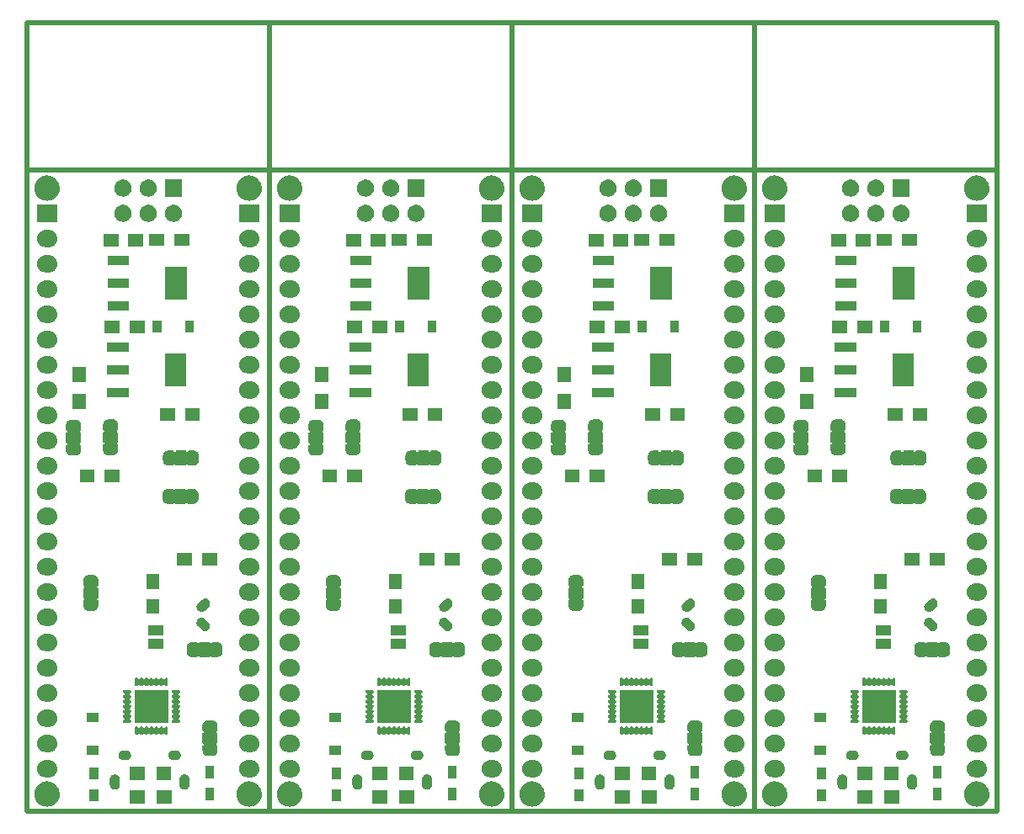
<source format=gbs>
G04 #@! TF.GenerationSoftware,KiCad,Pcbnew,6.0.0-unknown-16cf1a4~86~ubuntu16.04.1*
G04 #@! TF.CreationDate,2019-07-03T13:53:05+02:00*
G04 #@! TF.ProjectId,nano324,6e616e6f-3332-4342-9e6b-696361645f70,rev?*
G04 #@! TF.SameCoordinates,Original*
G04 #@! TF.FileFunction,Soldermask,Bot*
G04 #@! TF.FilePolarity,Negative*
%FSLAX46Y46*%
G04 Gerber Fmt 4.6, Leading zero omitted, Abs format (unit mm)*
G04 Created by KiCad (PCBNEW 6.0.0-unknown-16cf1a4~86~ubuntu16.04.1) date 2019-07-03 13:53:05*
%MOMM*%
%LPD*%
G04 APERTURE LIST*
%ADD10C,0.500000*%
%ADD11C,0.050000*%
G04 APERTURE END LIST*
D10*
X147929600Y-59893200D02*
X147929600Y-45008800D01*
X123545600Y-59893200D02*
X123545600Y-45008800D01*
X99161600Y-59893200D02*
X99161600Y-45008800D01*
X74777600Y-59893200D02*
X74777600Y-45008800D01*
X172313600Y-45008800D02*
X74777600Y-45008800D01*
X172316140Y-59893200D02*
X172313600Y-45008800D01*
X147929600Y-59893200D02*
X172313600Y-59893200D01*
X147929600Y-124409200D02*
X147929600Y-59893200D01*
X172316140Y-59893200D02*
X172313600Y-124409200D01*
X172313600Y-124409200D02*
X147929600Y-124409200D01*
X123545600Y-59893200D02*
X147929600Y-59893200D01*
X123545600Y-124409200D02*
X123545600Y-59893200D01*
X147932140Y-59893200D02*
X147929600Y-124409200D01*
X147929600Y-124409200D02*
X123545600Y-124409200D01*
X99161600Y-59893200D02*
X123545600Y-59893200D01*
X99161600Y-124409200D02*
X99161600Y-59893200D01*
X123548140Y-59893200D02*
X123545600Y-124409200D01*
X123545600Y-124409200D02*
X99161600Y-124409200D01*
X99164140Y-59893200D02*
X99161600Y-124409200D01*
X74777600Y-124409200D02*
X74777600Y-59893200D01*
X74777600Y-59893200D02*
X99161600Y-59893200D01*
X99161600Y-124409200D02*
X74777600Y-124409200D01*
D11*
G36*
X97139442Y-121360178D02*
G01*
X97203002Y-121358181D01*
X97253693Y-121365666D01*
X97298171Y-121367803D01*
X97358786Y-121381185D01*
X97427274Y-121391299D01*
X97470529Y-121405856D01*
X97508636Y-121414269D01*
X97571174Y-121439726D01*
X97642137Y-121463608D01*
X97677217Y-121482894D01*
X97708252Y-121495527D01*
X97770205Y-121534014D01*
X97840799Y-121572824D01*
X97867561Y-121594496D01*
X97891329Y-121609261D01*
X97949907Y-121661178D01*
X98016981Y-121715493D01*
X98035830Y-121737330D01*
X98052624Y-121752214D01*
X98104889Y-121817335D01*
X98165115Y-121887107D01*
X98176955Y-121907127D01*
X98187528Y-121920301D01*
X98230519Y-121997700D01*
X98280516Y-122082241D01*
X98286673Y-122098798D01*
X98292183Y-122108717D01*
X98323038Y-122196580D01*
X98359539Y-122294727D01*
X98361676Y-122306603D01*
X98363595Y-122312068D01*
X98379684Y-122406689D01*
X98399685Y-122517848D01*
X98399538Y-122523451D01*
X98399623Y-122523949D01*
X98397097Y-122765027D01*
X98392598Y-122788502D01*
X98392012Y-122810868D01*
X98371770Y-122897168D01*
X98356642Y-122976101D01*
X98347599Y-123000223D01*
X98340244Y-123031582D01*
X98307330Y-123107641D01*
X98280985Y-123177918D01*
X98265223Y-123204946D01*
X98250209Y-123239641D01*
X98207513Y-123303904D01*
X98172408Y-123364100D01*
X98148767Y-123392324D01*
X98124753Y-123428468D01*
X98075276Y-123480063D01*
X98034014Y-123529323D01*
X98001753Y-123556731D01*
X97967841Y-123592094D01*
X97914581Y-123630789D01*
X97869760Y-123668868D01*
X97828598Y-123693260D01*
X97784433Y-123725347D01*
X97730228Y-123751551D01*
X97684348Y-123778738D01*
X97634546Y-123797805D01*
X97580327Y-123824016D01*
X97527731Y-123838701D01*
X97483060Y-123855804D01*
X97425388Y-123867276D01*
X97361975Y-123884981D01*
X97313199Y-123889592D01*
X97271677Y-123897851D01*
X97207441Y-123899589D01*
X97136277Y-123906316D01*
X97093031Y-123902684D01*
X97056233Y-123903680D01*
X96987257Y-123893802D01*
X96910368Y-123887345D01*
X96873855Y-123877561D01*
X96842877Y-123873125D01*
X96771426Y-123850116D01*
X96691388Y-123828670D01*
X96662248Y-123814958D01*
X96637726Y-123807061D01*
X96566457Y-123769882D01*
X96486260Y-123732144D01*
X96464572Y-123716731D01*
X96446639Y-123707376D01*
X96378535Y-123655588D01*
X96301467Y-123600819D01*
X96286759Y-123585799D01*
X96275078Y-123576917D01*
X96213323Y-123510809D01*
X96142851Y-123438845D01*
X96134183Y-123426090D01*
X96127950Y-123419418D01*
X96075907Y-123340341D01*
X96015424Y-123251342D01*
X96011426Y-123242363D01*
X96009467Y-123239386D01*
X95971418Y-123152503D01*
X95923215Y-123044238D01*
X95891644Y-122915705D01*
X95871048Y-122832788D01*
X95870948Y-122831443D01*
X95869139Y-122824078D01*
X95862173Y-122713363D01*
X95855076Y-122617855D01*
X95855732Y-122610980D01*
X95854904Y-122597821D01*
X95866780Y-122495180D01*
X95875546Y-122403301D01*
X95878803Y-122391273D01*
X95880961Y-122372619D01*
X95908989Y-122279785D01*
X95931874Y-122195263D01*
X95939439Y-122178927D01*
X95946485Y-122155591D01*
X95987794Y-122074518D01*
X96022449Y-121999689D01*
X96035803Y-121980295D01*
X96049407Y-121953596D01*
X96100897Y-121885760D01*
X96144679Y-121822177D01*
X96164971Y-121801347D01*
X96186472Y-121773020D01*
X96244937Y-121719259D01*
X96295071Y-121667794D01*
X96323055Y-121647425D01*
X96353348Y-121619569D01*
X96415608Y-121580058D01*
X96469324Y-121540959D01*
X96505287Y-121523146D01*
X96544761Y-121498095D01*
X96607804Y-121472368D01*
X96662463Y-121445294D01*
X96706188Y-121432218D01*
X96754659Y-121412437D01*
X96815760Y-121399450D01*
X96868952Y-121383542D01*
X96919706Y-121377355D01*
X96976410Y-121365302D01*
X97033225Y-121363517D01*
X97082891Y-121357462D01*
X97139442Y-121360178D01*
X97139442Y-121360178D01*
G37*
G36*
X170291442Y-121360178D02*
G01*
X170355002Y-121358181D01*
X170405693Y-121365666D01*
X170450171Y-121367803D01*
X170510786Y-121381185D01*
X170579274Y-121391299D01*
X170622529Y-121405856D01*
X170660636Y-121414269D01*
X170723174Y-121439726D01*
X170794137Y-121463608D01*
X170829217Y-121482894D01*
X170860252Y-121495527D01*
X170922205Y-121534014D01*
X170992799Y-121572824D01*
X171019561Y-121594496D01*
X171043329Y-121609261D01*
X171101907Y-121661178D01*
X171168981Y-121715493D01*
X171187830Y-121737330D01*
X171204624Y-121752214D01*
X171256889Y-121817335D01*
X171317115Y-121887107D01*
X171328955Y-121907127D01*
X171339528Y-121920301D01*
X171382519Y-121997700D01*
X171432516Y-122082241D01*
X171438673Y-122098798D01*
X171444183Y-122108717D01*
X171475038Y-122196580D01*
X171511539Y-122294727D01*
X171513676Y-122306603D01*
X171515595Y-122312068D01*
X171531684Y-122406689D01*
X171551685Y-122517848D01*
X171551538Y-122523451D01*
X171551623Y-122523949D01*
X171549097Y-122765027D01*
X171544598Y-122788502D01*
X171544012Y-122810868D01*
X171523770Y-122897168D01*
X171508642Y-122976101D01*
X171499599Y-123000223D01*
X171492244Y-123031582D01*
X171459330Y-123107641D01*
X171432985Y-123177918D01*
X171417223Y-123204946D01*
X171402209Y-123239641D01*
X171359513Y-123303904D01*
X171324408Y-123364100D01*
X171300767Y-123392324D01*
X171276753Y-123428468D01*
X171227276Y-123480063D01*
X171186014Y-123529323D01*
X171153753Y-123556731D01*
X171119841Y-123592094D01*
X171066581Y-123630789D01*
X171021760Y-123668868D01*
X170980598Y-123693260D01*
X170936433Y-123725347D01*
X170882228Y-123751551D01*
X170836348Y-123778738D01*
X170786546Y-123797805D01*
X170732327Y-123824016D01*
X170679731Y-123838701D01*
X170635060Y-123855804D01*
X170577388Y-123867276D01*
X170513975Y-123884981D01*
X170465199Y-123889592D01*
X170423677Y-123897851D01*
X170359441Y-123899589D01*
X170288277Y-123906316D01*
X170245031Y-123902684D01*
X170208233Y-123903680D01*
X170139257Y-123893802D01*
X170062368Y-123887345D01*
X170025855Y-123877561D01*
X169994877Y-123873125D01*
X169923426Y-123850116D01*
X169843388Y-123828670D01*
X169814248Y-123814958D01*
X169789726Y-123807061D01*
X169718457Y-123769882D01*
X169638260Y-123732144D01*
X169616572Y-123716731D01*
X169598639Y-123707376D01*
X169530535Y-123655588D01*
X169453467Y-123600819D01*
X169438759Y-123585799D01*
X169427078Y-123576917D01*
X169365323Y-123510809D01*
X169294851Y-123438845D01*
X169286183Y-123426090D01*
X169279950Y-123419418D01*
X169227907Y-123340341D01*
X169167424Y-123251342D01*
X169163426Y-123242363D01*
X169161467Y-123239386D01*
X169123418Y-123152503D01*
X169075215Y-123044238D01*
X169043644Y-122915705D01*
X169023048Y-122832788D01*
X169022948Y-122831443D01*
X169021139Y-122824078D01*
X169014173Y-122713363D01*
X169007076Y-122617855D01*
X169007732Y-122610980D01*
X169006904Y-122597821D01*
X169018780Y-122495180D01*
X169027546Y-122403301D01*
X169030803Y-122391273D01*
X169032961Y-122372619D01*
X169060989Y-122279785D01*
X169083874Y-122195263D01*
X169091439Y-122178927D01*
X169098485Y-122155591D01*
X169139794Y-122074518D01*
X169174449Y-121999689D01*
X169187803Y-121980295D01*
X169201407Y-121953596D01*
X169252897Y-121885760D01*
X169296679Y-121822177D01*
X169316971Y-121801347D01*
X169338472Y-121773020D01*
X169396937Y-121719259D01*
X169447071Y-121667794D01*
X169475055Y-121647425D01*
X169505348Y-121619569D01*
X169567608Y-121580058D01*
X169621324Y-121540959D01*
X169657287Y-121523146D01*
X169696761Y-121498095D01*
X169759804Y-121472368D01*
X169814463Y-121445294D01*
X169858188Y-121432218D01*
X169906659Y-121412437D01*
X169967760Y-121399450D01*
X170020952Y-121383542D01*
X170071706Y-121377355D01*
X170128410Y-121365302D01*
X170185225Y-121363517D01*
X170234891Y-121357462D01*
X170291442Y-121360178D01*
X170291442Y-121360178D01*
G37*
G36*
X76819442Y-121360178D02*
G01*
X76883002Y-121358181D01*
X76933693Y-121365666D01*
X76978171Y-121367803D01*
X77038786Y-121381185D01*
X77107274Y-121391299D01*
X77150529Y-121405856D01*
X77188636Y-121414269D01*
X77251174Y-121439726D01*
X77322137Y-121463608D01*
X77357217Y-121482894D01*
X77388252Y-121495527D01*
X77450205Y-121534014D01*
X77520799Y-121572824D01*
X77547561Y-121594496D01*
X77571329Y-121609261D01*
X77629907Y-121661178D01*
X77696981Y-121715493D01*
X77715830Y-121737330D01*
X77732624Y-121752214D01*
X77784889Y-121817335D01*
X77845115Y-121887107D01*
X77856955Y-121907127D01*
X77867528Y-121920301D01*
X77910519Y-121997700D01*
X77960516Y-122082241D01*
X77966673Y-122098798D01*
X77972183Y-122108717D01*
X78003038Y-122196580D01*
X78039539Y-122294727D01*
X78041676Y-122306603D01*
X78043595Y-122312068D01*
X78059684Y-122406689D01*
X78079685Y-122517848D01*
X78079538Y-122523451D01*
X78079623Y-122523949D01*
X78077097Y-122765027D01*
X78072598Y-122788502D01*
X78072012Y-122810868D01*
X78051770Y-122897168D01*
X78036642Y-122976101D01*
X78027599Y-123000223D01*
X78020244Y-123031582D01*
X77987330Y-123107641D01*
X77960985Y-123177918D01*
X77945223Y-123204946D01*
X77930209Y-123239641D01*
X77887513Y-123303904D01*
X77852408Y-123364100D01*
X77828767Y-123392324D01*
X77804753Y-123428468D01*
X77755276Y-123480063D01*
X77714014Y-123529323D01*
X77681753Y-123556731D01*
X77647841Y-123592094D01*
X77594581Y-123630789D01*
X77549760Y-123668868D01*
X77508598Y-123693260D01*
X77464433Y-123725347D01*
X77410228Y-123751551D01*
X77364348Y-123778738D01*
X77314546Y-123797805D01*
X77260327Y-123824016D01*
X77207731Y-123838701D01*
X77163060Y-123855804D01*
X77105388Y-123867276D01*
X77041975Y-123884981D01*
X76993199Y-123889592D01*
X76951677Y-123897851D01*
X76887441Y-123899589D01*
X76816277Y-123906316D01*
X76773031Y-123902684D01*
X76736233Y-123903680D01*
X76667257Y-123893802D01*
X76590368Y-123887345D01*
X76553855Y-123877561D01*
X76522877Y-123873125D01*
X76451426Y-123850116D01*
X76371388Y-123828670D01*
X76342248Y-123814958D01*
X76317726Y-123807061D01*
X76246457Y-123769882D01*
X76166260Y-123732144D01*
X76144572Y-123716731D01*
X76126639Y-123707376D01*
X76058535Y-123655588D01*
X75981467Y-123600819D01*
X75966759Y-123585799D01*
X75955078Y-123576917D01*
X75893323Y-123510809D01*
X75822851Y-123438845D01*
X75814183Y-123426090D01*
X75807950Y-123419418D01*
X75755907Y-123340341D01*
X75695424Y-123251342D01*
X75691426Y-123242363D01*
X75689467Y-123239386D01*
X75651418Y-123152503D01*
X75603215Y-123044238D01*
X75571644Y-122915705D01*
X75551048Y-122832788D01*
X75550948Y-122831443D01*
X75549139Y-122824078D01*
X75542173Y-122713363D01*
X75535076Y-122617855D01*
X75535732Y-122610980D01*
X75534904Y-122597821D01*
X75546780Y-122495180D01*
X75555546Y-122403301D01*
X75558803Y-122391273D01*
X75560961Y-122372619D01*
X75588989Y-122279785D01*
X75611874Y-122195263D01*
X75619439Y-122178927D01*
X75626485Y-122155591D01*
X75667794Y-122074518D01*
X75702449Y-121999689D01*
X75715803Y-121980295D01*
X75729407Y-121953596D01*
X75780897Y-121885760D01*
X75824679Y-121822177D01*
X75844971Y-121801347D01*
X75866472Y-121773020D01*
X75924937Y-121719259D01*
X75975071Y-121667794D01*
X76003055Y-121647425D01*
X76033348Y-121619569D01*
X76095608Y-121580058D01*
X76149324Y-121540959D01*
X76185287Y-121523146D01*
X76224761Y-121498095D01*
X76287804Y-121472368D01*
X76342463Y-121445294D01*
X76386188Y-121432218D01*
X76434659Y-121412437D01*
X76495760Y-121399450D01*
X76548952Y-121383542D01*
X76599706Y-121377355D01*
X76656410Y-121365302D01*
X76713225Y-121363517D01*
X76762891Y-121357462D01*
X76819442Y-121360178D01*
X76819442Y-121360178D01*
G37*
G36*
X125587442Y-121360178D02*
G01*
X125651002Y-121358181D01*
X125701693Y-121365666D01*
X125746171Y-121367803D01*
X125806786Y-121381185D01*
X125875274Y-121391299D01*
X125918529Y-121405856D01*
X125956636Y-121414269D01*
X126019174Y-121439726D01*
X126090137Y-121463608D01*
X126125217Y-121482894D01*
X126156252Y-121495527D01*
X126218205Y-121534014D01*
X126288799Y-121572824D01*
X126315561Y-121594496D01*
X126339329Y-121609261D01*
X126397907Y-121661178D01*
X126464981Y-121715493D01*
X126483830Y-121737330D01*
X126500624Y-121752214D01*
X126552889Y-121817335D01*
X126613115Y-121887107D01*
X126624955Y-121907127D01*
X126635528Y-121920301D01*
X126678519Y-121997700D01*
X126728516Y-122082241D01*
X126734673Y-122098798D01*
X126740183Y-122108717D01*
X126771038Y-122196580D01*
X126807539Y-122294727D01*
X126809676Y-122306603D01*
X126811595Y-122312068D01*
X126827684Y-122406689D01*
X126847685Y-122517848D01*
X126847538Y-122523451D01*
X126847623Y-122523949D01*
X126845097Y-122765027D01*
X126840598Y-122788502D01*
X126840012Y-122810868D01*
X126819770Y-122897168D01*
X126804642Y-122976101D01*
X126795599Y-123000223D01*
X126788244Y-123031582D01*
X126755330Y-123107641D01*
X126728985Y-123177918D01*
X126713223Y-123204946D01*
X126698209Y-123239641D01*
X126655513Y-123303904D01*
X126620408Y-123364100D01*
X126596767Y-123392324D01*
X126572753Y-123428468D01*
X126523276Y-123480063D01*
X126482014Y-123529323D01*
X126449753Y-123556731D01*
X126415841Y-123592094D01*
X126362581Y-123630789D01*
X126317760Y-123668868D01*
X126276598Y-123693260D01*
X126232433Y-123725347D01*
X126178228Y-123751551D01*
X126132348Y-123778738D01*
X126082546Y-123797805D01*
X126028327Y-123824016D01*
X125975731Y-123838701D01*
X125931060Y-123855804D01*
X125873388Y-123867276D01*
X125809975Y-123884981D01*
X125761199Y-123889592D01*
X125719677Y-123897851D01*
X125655441Y-123899589D01*
X125584277Y-123906316D01*
X125541031Y-123902684D01*
X125504233Y-123903680D01*
X125435257Y-123893802D01*
X125358368Y-123887345D01*
X125321855Y-123877561D01*
X125290877Y-123873125D01*
X125219426Y-123850116D01*
X125139388Y-123828670D01*
X125110248Y-123814958D01*
X125085726Y-123807061D01*
X125014457Y-123769882D01*
X124934260Y-123732144D01*
X124912572Y-123716731D01*
X124894639Y-123707376D01*
X124826535Y-123655588D01*
X124749467Y-123600819D01*
X124734759Y-123585799D01*
X124723078Y-123576917D01*
X124661323Y-123510809D01*
X124590851Y-123438845D01*
X124582183Y-123426090D01*
X124575950Y-123419418D01*
X124523907Y-123340341D01*
X124463424Y-123251342D01*
X124459426Y-123242363D01*
X124457467Y-123239386D01*
X124419418Y-123152503D01*
X124371215Y-123044238D01*
X124339644Y-122915705D01*
X124319048Y-122832788D01*
X124318948Y-122831443D01*
X124317139Y-122824078D01*
X124310173Y-122713363D01*
X124303076Y-122617855D01*
X124303732Y-122610980D01*
X124302904Y-122597821D01*
X124314780Y-122495180D01*
X124323546Y-122403301D01*
X124326803Y-122391273D01*
X124328961Y-122372619D01*
X124356989Y-122279785D01*
X124379874Y-122195263D01*
X124387439Y-122178927D01*
X124394485Y-122155591D01*
X124435794Y-122074518D01*
X124470449Y-121999689D01*
X124483803Y-121980295D01*
X124497407Y-121953596D01*
X124548897Y-121885760D01*
X124592679Y-121822177D01*
X124612971Y-121801347D01*
X124634472Y-121773020D01*
X124692937Y-121719259D01*
X124743071Y-121667794D01*
X124771055Y-121647425D01*
X124801348Y-121619569D01*
X124863608Y-121580058D01*
X124917324Y-121540959D01*
X124953287Y-121523146D01*
X124992761Y-121498095D01*
X125055804Y-121472368D01*
X125110463Y-121445294D01*
X125154188Y-121432218D01*
X125202659Y-121412437D01*
X125263760Y-121399450D01*
X125316952Y-121383542D01*
X125367706Y-121377355D01*
X125424410Y-121365302D01*
X125481225Y-121363517D01*
X125530891Y-121357462D01*
X125587442Y-121360178D01*
X125587442Y-121360178D01*
G37*
G36*
X121523442Y-121360178D02*
G01*
X121587002Y-121358181D01*
X121637693Y-121365666D01*
X121682171Y-121367803D01*
X121742786Y-121381185D01*
X121811274Y-121391299D01*
X121854529Y-121405856D01*
X121892636Y-121414269D01*
X121955174Y-121439726D01*
X122026137Y-121463608D01*
X122061217Y-121482894D01*
X122092252Y-121495527D01*
X122154205Y-121534014D01*
X122224799Y-121572824D01*
X122251561Y-121594496D01*
X122275329Y-121609261D01*
X122333907Y-121661178D01*
X122400981Y-121715493D01*
X122419830Y-121737330D01*
X122436624Y-121752214D01*
X122488889Y-121817335D01*
X122549115Y-121887107D01*
X122560955Y-121907127D01*
X122571528Y-121920301D01*
X122614519Y-121997700D01*
X122664516Y-122082241D01*
X122670673Y-122098798D01*
X122676183Y-122108717D01*
X122707038Y-122196580D01*
X122743539Y-122294727D01*
X122745676Y-122306603D01*
X122747595Y-122312068D01*
X122763684Y-122406689D01*
X122783685Y-122517848D01*
X122783538Y-122523451D01*
X122783623Y-122523949D01*
X122781097Y-122765027D01*
X122776598Y-122788502D01*
X122776012Y-122810868D01*
X122755770Y-122897168D01*
X122740642Y-122976101D01*
X122731599Y-123000223D01*
X122724244Y-123031582D01*
X122691330Y-123107641D01*
X122664985Y-123177918D01*
X122649223Y-123204946D01*
X122634209Y-123239641D01*
X122591513Y-123303904D01*
X122556408Y-123364100D01*
X122532767Y-123392324D01*
X122508753Y-123428468D01*
X122459276Y-123480063D01*
X122418014Y-123529323D01*
X122385753Y-123556731D01*
X122351841Y-123592094D01*
X122298581Y-123630789D01*
X122253760Y-123668868D01*
X122212598Y-123693260D01*
X122168433Y-123725347D01*
X122114228Y-123751551D01*
X122068348Y-123778738D01*
X122018546Y-123797805D01*
X121964327Y-123824016D01*
X121911731Y-123838701D01*
X121867060Y-123855804D01*
X121809388Y-123867276D01*
X121745975Y-123884981D01*
X121697199Y-123889592D01*
X121655677Y-123897851D01*
X121591441Y-123899589D01*
X121520277Y-123906316D01*
X121477031Y-123902684D01*
X121440233Y-123903680D01*
X121371257Y-123893802D01*
X121294368Y-123887345D01*
X121257855Y-123877561D01*
X121226877Y-123873125D01*
X121155426Y-123850116D01*
X121075388Y-123828670D01*
X121046248Y-123814958D01*
X121021726Y-123807061D01*
X120950457Y-123769882D01*
X120870260Y-123732144D01*
X120848572Y-123716731D01*
X120830639Y-123707376D01*
X120762535Y-123655588D01*
X120685467Y-123600819D01*
X120670759Y-123585799D01*
X120659078Y-123576917D01*
X120597323Y-123510809D01*
X120526851Y-123438845D01*
X120518183Y-123426090D01*
X120511950Y-123419418D01*
X120459907Y-123340341D01*
X120399424Y-123251342D01*
X120395426Y-123242363D01*
X120393467Y-123239386D01*
X120355418Y-123152503D01*
X120307215Y-123044238D01*
X120275644Y-122915705D01*
X120255048Y-122832788D01*
X120254948Y-122831443D01*
X120253139Y-122824078D01*
X120246173Y-122713363D01*
X120239076Y-122617855D01*
X120239732Y-122610980D01*
X120238904Y-122597821D01*
X120250780Y-122495180D01*
X120259546Y-122403301D01*
X120262803Y-122391273D01*
X120264961Y-122372619D01*
X120292989Y-122279785D01*
X120315874Y-122195263D01*
X120323439Y-122178927D01*
X120330485Y-122155591D01*
X120371794Y-122074518D01*
X120406449Y-121999689D01*
X120419803Y-121980295D01*
X120433407Y-121953596D01*
X120484897Y-121885760D01*
X120528679Y-121822177D01*
X120548971Y-121801347D01*
X120570472Y-121773020D01*
X120628937Y-121719259D01*
X120679071Y-121667794D01*
X120707055Y-121647425D01*
X120737348Y-121619569D01*
X120799608Y-121580058D01*
X120853324Y-121540959D01*
X120889287Y-121523146D01*
X120928761Y-121498095D01*
X120991804Y-121472368D01*
X121046463Y-121445294D01*
X121090188Y-121432218D01*
X121138659Y-121412437D01*
X121199760Y-121399450D01*
X121252952Y-121383542D01*
X121303706Y-121377355D01*
X121360410Y-121365302D01*
X121417225Y-121363517D01*
X121466891Y-121357462D01*
X121523442Y-121360178D01*
X121523442Y-121360178D01*
G37*
G36*
X145907442Y-121360178D02*
G01*
X145971002Y-121358181D01*
X146021693Y-121365666D01*
X146066171Y-121367803D01*
X146126786Y-121381185D01*
X146195274Y-121391299D01*
X146238529Y-121405856D01*
X146276636Y-121414269D01*
X146339174Y-121439726D01*
X146410137Y-121463608D01*
X146445217Y-121482894D01*
X146476252Y-121495527D01*
X146538205Y-121534014D01*
X146608799Y-121572824D01*
X146635561Y-121594496D01*
X146659329Y-121609261D01*
X146717907Y-121661178D01*
X146784981Y-121715493D01*
X146803830Y-121737330D01*
X146820624Y-121752214D01*
X146872889Y-121817335D01*
X146933115Y-121887107D01*
X146944955Y-121907127D01*
X146955528Y-121920301D01*
X146998519Y-121997700D01*
X147048516Y-122082241D01*
X147054673Y-122098798D01*
X147060183Y-122108717D01*
X147091038Y-122196580D01*
X147127539Y-122294727D01*
X147129676Y-122306603D01*
X147131595Y-122312068D01*
X147147684Y-122406689D01*
X147167685Y-122517848D01*
X147167538Y-122523451D01*
X147167623Y-122523949D01*
X147165097Y-122765027D01*
X147160598Y-122788502D01*
X147160012Y-122810868D01*
X147139770Y-122897168D01*
X147124642Y-122976101D01*
X147115599Y-123000223D01*
X147108244Y-123031582D01*
X147075330Y-123107641D01*
X147048985Y-123177918D01*
X147033223Y-123204946D01*
X147018209Y-123239641D01*
X146975513Y-123303904D01*
X146940408Y-123364100D01*
X146916767Y-123392324D01*
X146892753Y-123428468D01*
X146843276Y-123480063D01*
X146802014Y-123529323D01*
X146769753Y-123556731D01*
X146735841Y-123592094D01*
X146682581Y-123630789D01*
X146637760Y-123668868D01*
X146596598Y-123693260D01*
X146552433Y-123725347D01*
X146498228Y-123751551D01*
X146452348Y-123778738D01*
X146402546Y-123797805D01*
X146348327Y-123824016D01*
X146295731Y-123838701D01*
X146251060Y-123855804D01*
X146193388Y-123867276D01*
X146129975Y-123884981D01*
X146081199Y-123889592D01*
X146039677Y-123897851D01*
X145975441Y-123899589D01*
X145904277Y-123906316D01*
X145861031Y-123902684D01*
X145824233Y-123903680D01*
X145755257Y-123893802D01*
X145678368Y-123887345D01*
X145641855Y-123877561D01*
X145610877Y-123873125D01*
X145539426Y-123850116D01*
X145459388Y-123828670D01*
X145430248Y-123814958D01*
X145405726Y-123807061D01*
X145334457Y-123769882D01*
X145254260Y-123732144D01*
X145232572Y-123716731D01*
X145214639Y-123707376D01*
X145146535Y-123655588D01*
X145069467Y-123600819D01*
X145054759Y-123585799D01*
X145043078Y-123576917D01*
X144981323Y-123510809D01*
X144910851Y-123438845D01*
X144902183Y-123426090D01*
X144895950Y-123419418D01*
X144843907Y-123340341D01*
X144783424Y-123251342D01*
X144779426Y-123242363D01*
X144777467Y-123239386D01*
X144739418Y-123152503D01*
X144691215Y-123044238D01*
X144659644Y-122915705D01*
X144639048Y-122832788D01*
X144638948Y-122831443D01*
X144637139Y-122824078D01*
X144630173Y-122713363D01*
X144623076Y-122617855D01*
X144623732Y-122610980D01*
X144622904Y-122597821D01*
X144634780Y-122495180D01*
X144643546Y-122403301D01*
X144646803Y-122391273D01*
X144648961Y-122372619D01*
X144676989Y-122279785D01*
X144699874Y-122195263D01*
X144707439Y-122178927D01*
X144714485Y-122155591D01*
X144755794Y-122074518D01*
X144790449Y-121999689D01*
X144803803Y-121980295D01*
X144817407Y-121953596D01*
X144868897Y-121885760D01*
X144912679Y-121822177D01*
X144932971Y-121801347D01*
X144954472Y-121773020D01*
X145012937Y-121719259D01*
X145063071Y-121667794D01*
X145091055Y-121647425D01*
X145121348Y-121619569D01*
X145183608Y-121580058D01*
X145237324Y-121540959D01*
X145273287Y-121523146D01*
X145312761Y-121498095D01*
X145375804Y-121472368D01*
X145430463Y-121445294D01*
X145474188Y-121432218D01*
X145522659Y-121412437D01*
X145583760Y-121399450D01*
X145636952Y-121383542D01*
X145687706Y-121377355D01*
X145744410Y-121365302D01*
X145801225Y-121363517D01*
X145850891Y-121357462D01*
X145907442Y-121360178D01*
X145907442Y-121360178D01*
G37*
G36*
X101203442Y-121360178D02*
G01*
X101267002Y-121358181D01*
X101317693Y-121365666D01*
X101362171Y-121367803D01*
X101422786Y-121381185D01*
X101491274Y-121391299D01*
X101534529Y-121405856D01*
X101572636Y-121414269D01*
X101635174Y-121439726D01*
X101706137Y-121463608D01*
X101741217Y-121482894D01*
X101772252Y-121495527D01*
X101834205Y-121534014D01*
X101904799Y-121572824D01*
X101931561Y-121594496D01*
X101955329Y-121609261D01*
X102013907Y-121661178D01*
X102080981Y-121715493D01*
X102099830Y-121737330D01*
X102116624Y-121752214D01*
X102168889Y-121817335D01*
X102229115Y-121887107D01*
X102240955Y-121907127D01*
X102251528Y-121920301D01*
X102294519Y-121997700D01*
X102344516Y-122082241D01*
X102350673Y-122098798D01*
X102356183Y-122108717D01*
X102387038Y-122196580D01*
X102423539Y-122294727D01*
X102425676Y-122306603D01*
X102427595Y-122312068D01*
X102443684Y-122406689D01*
X102463685Y-122517848D01*
X102463538Y-122523451D01*
X102463623Y-122523949D01*
X102461097Y-122765027D01*
X102456598Y-122788502D01*
X102456012Y-122810868D01*
X102435770Y-122897168D01*
X102420642Y-122976101D01*
X102411599Y-123000223D01*
X102404244Y-123031582D01*
X102371330Y-123107641D01*
X102344985Y-123177918D01*
X102329223Y-123204946D01*
X102314209Y-123239641D01*
X102271513Y-123303904D01*
X102236408Y-123364100D01*
X102212767Y-123392324D01*
X102188753Y-123428468D01*
X102139276Y-123480063D01*
X102098014Y-123529323D01*
X102065753Y-123556731D01*
X102031841Y-123592094D01*
X101978581Y-123630789D01*
X101933760Y-123668868D01*
X101892598Y-123693260D01*
X101848433Y-123725347D01*
X101794228Y-123751551D01*
X101748348Y-123778738D01*
X101698546Y-123797805D01*
X101644327Y-123824016D01*
X101591731Y-123838701D01*
X101547060Y-123855804D01*
X101489388Y-123867276D01*
X101425975Y-123884981D01*
X101377199Y-123889592D01*
X101335677Y-123897851D01*
X101271441Y-123899589D01*
X101200277Y-123906316D01*
X101157031Y-123902684D01*
X101120233Y-123903680D01*
X101051257Y-123893802D01*
X100974368Y-123887345D01*
X100937855Y-123877561D01*
X100906877Y-123873125D01*
X100835426Y-123850116D01*
X100755388Y-123828670D01*
X100726248Y-123814958D01*
X100701726Y-123807061D01*
X100630457Y-123769882D01*
X100550260Y-123732144D01*
X100528572Y-123716731D01*
X100510639Y-123707376D01*
X100442535Y-123655588D01*
X100365467Y-123600819D01*
X100350759Y-123585799D01*
X100339078Y-123576917D01*
X100277323Y-123510809D01*
X100206851Y-123438845D01*
X100198183Y-123426090D01*
X100191950Y-123419418D01*
X100139907Y-123340341D01*
X100079424Y-123251342D01*
X100075426Y-123242363D01*
X100073467Y-123239386D01*
X100035418Y-123152503D01*
X99987215Y-123044238D01*
X99955644Y-122915705D01*
X99935048Y-122832788D01*
X99934948Y-122831443D01*
X99933139Y-122824078D01*
X99926173Y-122713363D01*
X99919076Y-122617855D01*
X99919732Y-122610980D01*
X99918904Y-122597821D01*
X99930780Y-122495180D01*
X99939546Y-122403301D01*
X99942803Y-122391273D01*
X99944961Y-122372619D01*
X99972989Y-122279785D01*
X99995874Y-122195263D01*
X100003439Y-122178927D01*
X100010485Y-122155591D01*
X100051794Y-122074518D01*
X100086449Y-121999689D01*
X100099803Y-121980295D01*
X100113407Y-121953596D01*
X100164897Y-121885760D01*
X100208679Y-121822177D01*
X100228971Y-121801347D01*
X100250472Y-121773020D01*
X100308937Y-121719259D01*
X100359071Y-121667794D01*
X100387055Y-121647425D01*
X100417348Y-121619569D01*
X100479608Y-121580058D01*
X100533324Y-121540959D01*
X100569287Y-121523146D01*
X100608761Y-121498095D01*
X100671804Y-121472368D01*
X100726463Y-121445294D01*
X100770188Y-121432218D01*
X100818659Y-121412437D01*
X100879760Y-121399450D01*
X100932952Y-121383542D01*
X100983706Y-121377355D01*
X101040410Y-121365302D01*
X101097225Y-121363517D01*
X101146891Y-121357462D01*
X101203442Y-121360178D01*
X101203442Y-121360178D01*
G37*
G36*
X149971442Y-121360178D02*
G01*
X150035002Y-121358181D01*
X150085693Y-121365666D01*
X150130171Y-121367803D01*
X150190786Y-121381185D01*
X150259274Y-121391299D01*
X150302529Y-121405856D01*
X150340636Y-121414269D01*
X150403174Y-121439726D01*
X150474137Y-121463608D01*
X150509217Y-121482894D01*
X150540252Y-121495527D01*
X150602205Y-121534014D01*
X150672799Y-121572824D01*
X150699561Y-121594496D01*
X150723329Y-121609261D01*
X150781907Y-121661178D01*
X150848981Y-121715493D01*
X150867830Y-121737330D01*
X150884624Y-121752214D01*
X150936889Y-121817335D01*
X150997115Y-121887107D01*
X151008955Y-121907127D01*
X151019528Y-121920301D01*
X151062519Y-121997700D01*
X151112516Y-122082241D01*
X151118673Y-122098798D01*
X151124183Y-122108717D01*
X151155038Y-122196580D01*
X151191539Y-122294727D01*
X151193676Y-122306603D01*
X151195595Y-122312068D01*
X151211684Y-122406689D01*
X151231685Y-122517848D01*
X151231538Y-122523451D01*
X151231623Y-122523949D01*
X151229097Y-122765027D01*
X151224598Y-122788502D01*
X151224012Y-122810868D01*
X151203770Y-122897168D01*
X151188642Y-122976101D01*
X151179599Y-123000223D01*
X151172244Y-123031582D01*
X151139330Y-123107641D01*
X151112985Y-123177918D01*
X151097223Y-123204946D01*
X151082209Y-123239641D01*
X151039513Y-123303904D01*
X151004408Y-123364100D01*
X150980767Y-123392324D01*
X150956753Y-123428468D01*
X150907276Y-123480063D01*
X150866014Y-123529323D01*
X150833753Y-123556731D01*
X150799841Y-123592094D01*
X150746581Y-123630789D01*
X150701760Y-123668868D01*
X150660598Y-123693260D01*
X150616433Y-123725347D01*
X150562228Y-123751551D01*
X150516348Y-123778738D01*
X150466546Y-123797805D01*
X150412327Y-123824016D01*
X150359731Y-123838701D01*
X150315060Y-123855804D01*
X150257388Y-123867276D01*
X150193975Y-123884981D01*
X150145199Y-123889592D01*
X150103677Y-123897851D01*
X150039441Y-123899589D01*
X149968277Y-123906316D01*
X149925031Y-123902684D01*
X149888233Y-123903680D01*
X149819257Y-123893802D01*
X149742368Y-123887345D01*
X149705855Y-123877561D01*
X149674877Y-123873125D01*
X149603426Y-123850116D01*
X149523388Y-123828670D01*
X149494248Y-123814958D01*
X149469726Y-123807061D01*
X149398457Y-123769882D01*
X149318260Y-123732144D01*
X149296572Y-123716731D01*
X149278639Y-123707376D01*
X149210535Y-123655588D01*
X149133467Y-123600819D01*
X149118759Y-123585799D01*
X149107078Y-123576917D01*
X149045323Y-123510809D01*
X148974851Y-123438845D01*
X148966183Y-123426090D01*
X148959950Y-123419418D01*
X148907907Y-123340341D01*
X148847424Y-123251342D01*
X148843426Y-123242363D01*
X148841467Y-123239386D01*
X148803418Y-123152503D01*
X148755215Y-123044238D01*
X148723644Y-122915705D01*
X148703048Y-122832788D01*
X148702948Y-122831443D01*
X148701139Y-122824078D01*
X148694173Y-122713363D01*
X148687076Y-122617855D01*
X148687732Y-122610980D01*
X148686904Y-122597821D01*
X148698780Y-122495180D01*
X148707546Y-122403301D01*
X148710803Y-122391273D01*
X148712961Y-122372619D01*
X148740989Y-122279785D01*
X148763874Y-122195263D01*
X148771439Y-122178927D01*
X148778485Y-122155591D01*
X148819794Y-122074518D01*
X148854449Y-121999689D01*
X148867803Y-121980295D01*
X148881407Y-121953596D01*
X148932897Y-121885760D01*
X148976679Y-121822177D01*
X148996971Y-121801347D01*
X149018472Y-121773020D01*
X149076937Y-121719259D01*
X149127071Y-121667794D01*
X149155055Y-121647425D01*
X149185348Y-121619569D01*
X149247608Y-121580058D01*
X149301324Y-121540959D01*
X149337287Y-121523146D01*
X149376761Y-121498095D01*
X149439804Y-121472368D01*
X149494463Y-121445294D01*
X149538188Y-121432218D01*
X149586659Y-121412437D01*
X149647760Y-121399450D01*
X149700952Y-121383542D01*
X149751706Y-121377355D01*
X149808410Y-121365302D01*
X149865225Y-121363517D01*
X149914891Y-121357462D01*
X149971442Y-121360178D01*
X149971442Y-121360178D01*
G37*
G36*
X86623599Y-122285999D02*
G01*
X86623601Y-122286001D01*
X86626049Y-122298309D01*
X86626049Y-123573691D01*
X86623601Y-123585999D01*
X86623599Y-123586001D01*
X86611291Y-123588449D01*
X85135909Y-123588449D01*
X85123601Y-123586001D01*
X85123599Y-123585999D01*
X85121151Y-123573691D01*
X85121151Y-122298309D01*
X85123599Y-122286001D01*
X85123601Y-122285999D01*
X85135909Y-122283551D01*
X86611291Y-122283551D01*
X86623599Y-122285999D01*
X86623599Y-122285999D01*
G37*
G36*
X89323599Y-122285999D02*
G01*
X89323601Y-122286001D01*
X89326049Y-122298309D01*
X89326049Y-123573691D01*
X89323601Y-123585999D01*
X89323599Y-123586001D01*
X89311291Y-123588449D01*
X87835909Y-123588449D01*
X87823601Y-123586001D01*
X87823599Y-123585999D01*
X87821151Y-123573691D01*
X87821151Y-122298309D01*
X87823599Y-122286001D01*
X87823601Y-122285999D01*
X87835909Y-122283551D01*
X89311291Y-122283551D01*
X89323599Y-122285999D01*
X89323599Y-122285999D01*
G37*
G36*
X138091599Y-122285999D02*
G01*
X138091601Y-122286001D01*
X138094049Y-122298309D01*
X138094049Y-123573691D01*
X138091601Y-123585999D01*
X138091599Y-123586001D01*
X138079291Y-123588449D01*
X136603909Y-123588449D01*
X136591601Y-123586001D01*
X136591599Y-123585999D01*
X136589151Y-123573691D01*
X136589151Y-122298309D01*
X136591599Y-122286001D01*
X136591601Y-122285999D01*
X136603909Y-122283551D01*
X138079291Y-122283551D01*
X138091599Y-122285999D01*
X138091599Y-122285999D01*
G37*
G36*
X111007599Y-122285999D02*
G01*
X111007601Y-122286001D01*
X111010049Y-122298309D01*
X111010049Y-123573691D01*
X111007601Y-123585999D01*
X111007599Y-123586001D01*
X110995291Y-123588449D01*
X109519909Y-123588449D01*
X109507601Y-123586001D01*
X109507599Y-123585999D01*
X109505151Y-123573691D01*
X109505151Y-122298309D01*
X109507599Y-122286001D01*
X109507601Y-122285999D01*
X109519909Y-122283551D01*
X110995291Y-122283551D01*
X111007599Y-122285999D01*
X111007599Y-122285999D01*
G37*
G36*
X159775599Y-122285999D02*
G01*
X159775601Y-122286001D01*
X159778049Y-122298309D01*
X159778049Y-123573691D01*
X159775601Y-123585999D01*
X159775599Y-123586001D01*
X159763291Y-123588449D01*
X158287909Y-123588449D01*
X158275601Y-123586001D01*
X158275599Y-123585999D01*
X158273151Y-123573691D01*
X158273151Y-122298309D01*
X158275599Y-122286001D01*
X158275601Y-122285999D01*
X158287909Y-122283551D01*
X159763291Y-122283551D01*
X159775599Y-122285999D01*
X159775599Y-122285999D01*
G37*
G36*
X113707599Y-122285999D02*
G01*
X113707601Y-122286001D01*
X113710049Y-122298309D01*
X113710049Y-123573691D01*
X113707601Y-123585999D01*
X113707599Y-123586001D01*
X113695291Y-123588449D01*
X112219909Y-123588449D01*
X112207601Y-123586001D01*
X112207599Y-123585999D01*
X112205151Y-123573691D01*
X112205151Y-122298309D01*
X112207599Y-122286001D01*
X112207601Y-122285999D01*
X112219909Y-122283551D01*
X113695291Y-122283551D01*
X113707599Y-122285999D01*
X113707599Y-122285999D01*
G37*
G36*
X162475599Y-122285999D02*
G01*
X162475601Y-122286001D01*
X162478049Y-122298309D01*
X162478049Y-123573691D01*
X162475601Y-123585999D01*
X162475599Y-123586001D01*
X162463291Y-123588449D01*
X160987909Y-123588449D01*
X160975601Y-123586001D01*
X160975599Y-123585999D01*
X160973151Y-123573691D01*
X160973151Y-122298309D01*
X160975599Y-122286001D01*
X160975601Y-122285999D01*
X160987909Y-122283551D01*
X162463291Y-122283551D01*
X162475599Y-122285999D01*
X162475599Y-122285999D01*
G37*
G36*
X135391599Y-122285999D02*
G01*
X135391601Y-122286001D01*
X135394049Y-122298309D01*
X135394049Y-123573691D01*
X135391601Y-123585999D01*
X135391599Y-123586001D01*
X135379291Y-123588449D01*
X133903909Y-123588449D01*
X133891601Y-123586001D01*
X133891599Y-123585999D01*
X133889151Y-123573691D01*
X133889151Y-122298309D01*
X133891599Y-122286001D01*
X133891601Y-122285999D01*
X133903909Y-122283551D01*
X135379291Y-122283551D01*
X135391599Y-122285999D01*
X135391599Y-122285999D01*
G37*
G36*
X81983999Y-122191399D02*
G01*
X81984001Y-122191401D01*
X81986449Y-122203709D01*
X81986449Y-123379091D01*
X81984001Y-123391399D01*
X81983999Y-123391401D01*
X81971691Y-123393849D01*
X81096309Y-123393849D01*
X81084001Y-123391401D01*
X81083999Y-123391399D01*
X81081551Y-123379091D01*
X81081551Y-122203709D01*
X81083999Y-122191401D01*
X81084001Y-122191399D01*
X81096309Y-122188951D01*
X81971691Y-122188951D01*
X81983999Y-122191399D01*
X81983999Y-122191399D01*
G37*
G36*
X155135999Y-122191399D02*
G01*
X155136001Y-122191401D01*
X155138449Y-122203709D01*
X155138449Y-123379091D01*
X155136001Y-123391399D01*
X155135999Y-123391401D01*
X155123691Y-123393849D01*
X154248309Y-123393849D01*
X154236001Y-123391401D01*
X154235999Y-123391399D01*
X154233551Y-123379091D01*
X154233551Y-122203709D01*
X154235999Y-122191401D01*
X154236001Y-122191399D01*
X154248309Y-122188951D01*
X155123691Y-122188951D01*
X155135999Y-122191399D01*
X155135999Y-122191399D01*
G37*
G36*
X130751999Y-122191399D02*
G01*
X130752001Y-122191401D01*
X130754449Y-122203709D01*
X130754449Y-123379091D01*
X130752001Y-123391399D01*
X130751999Y-123391401D01*
X130739691Y-123393849D01*
X129864309Y-123393849D01*
X129852001Y-123391401D01*
X129851999Y-123391399D01*
X129849551Y-123379091D01*
X129849551Y-122203709D01*
X129851999Y-122191401D01*
X129852001Y-122191399D01*
X129864309Y-122188951D01*
X130739691Y-122188951D01*
X130751999Y-122191399D01*
X130751999Y-122191399D01*
G37*
G36*
X106367999Y-122191399D02*
G01*
X106368001Y-122191401D01*
X106370449Y-122203709D01*
X106370449Y-123379091D01*
X106368001Y-123391399D01*
X106367999Y-123391401D01*
X106355691Y-123393849D01*
X105480309Y-123393849D01*
X105468001Y-123391401D01*
X105467999Y-123391399D01*
X105465551Y-123379091D01*
X105465551Y-122203709D01*
X105467999Y-122191401D01*
X105468001Y-122191399D01*
X105480309Y-122188951D01*
X106355691Y-122188951D01*
X106367999Y-122191399D01*
X106367999Y-122191399D01*
G37*
G36*
X93617199Y-122038999D02*
G01*
X93617201Y-122039001D01*
X93619649Y-122051309D01*
X93619649Y-123226691D01*
X93617201Y-123238999D01*
X93617199Y-123239001D01*
X93604891Y-123241449D01*
X92729509Y-123241449D01*
X92717201Y-123239001D01*
X92717199Y-123238999D01*
X92714751Y-123226691D01*
X92714751Y-122051309D01*
X92717199Y-122039001D01*
X92717201Y-122038999D01*
X92729509Y-122036551D01*
X93604891Y-122036551D01*
X93617199Y-122038999D01*
X93617199Y-122038999D01*
G37*
G36*
X142385199Y-122038999D02*
G01*
X142385201Y-122039001D01*
X142387649Y-122051309D01*
X142387649Y-123226691D01*
X142385201Y-123238999D01*
X142385199Y-123239001D01*
X142372891Y-123241449D01*
X141497509Y-123241449D01*
X141485201Y-123239001D01*
X141485199Y-123238999D01*
X141482751Y-123226691D01*
X141482751Y-122051309D01*
X141485199Y-122039001D01*
X141485201Y-122038999D01*
X141497509Y-122036551D01*
X142372891Y-122036551D01*
X142385199Y-122038999D01*
X142385199Y-122038999D01*
G37*
G36*
X166769199Y-122038999D02*
G01*
X166769201Y-122039001D01*
X166771649Y-122051309D01*
X166771649Y-123226691D01*
X166769201Y-123238999D01*
X166769199Y-123239001D01*
X166756891Y-123241449D01*
X165881509Y-123241449D01*
X165869201Y-123239001D01*
X165869199Y-123238999D01*
X165866751Y-123226691D01*
X165866751Y-122051309D01*
X165869199Y-122039001D01*
X165869201Y-122038999D01*
X165881509Y-122036551D01*
X166756891Y-122036551D01*
X166769199Y-122038999D01*
X166769199Y-122038999D01*
G37*
G36*
X118001199Y-122038999D02*
G01*
X118001201Y-122039001D01*
X118003649Y-122051309D01*
X118003649Y-123226691D01*
X118001201Y-123238999D01*
X118001199Y-123239001D01*
X117988891Y-123241449D01*
X117113509Y-123241449D01*
X117101201Y-123239001D01*
X117101199Y-123238999D01*
X117098751Y-123226691D01*
X117098751Y-122051309D01*
X117101199Y-122039001D01*
X117101201Y-122038999D01*
X117113509Y-122036551D01*
X117988891Y-122036551D01*
X118001199Y-122038999D01*
X118001199Y-122038999D01*
G37*
G36*
X90669661Y-120657109D02*
G01*
X90695764Y-120657268D01*
X90740271Y-120670578D01*
X90776834Y-120677553D01*
X90799923Y-120688418D01*
X90832981Y-120698304D01*
X90864903Y-120718994D01*
X90891143Y-120731342D01*
X90917163Y-120752867D01*
X90953167Y-120776204D01*
X90972516Y-120798659D01*
X90988481Y-120811867D01*
X91013135Y-120845800D01*
X91046657Y-120884705D01*
X91055449Y-120904041D01*
X91062735Y-120914070D01*
X91081111Y-120960482D01*
X91105937Y-121015084D01*
X91107755Y-121027777D01*
X91109240Y-121031528D01*
X91116337Y-121087702D01*
X91121100Y-121120962D01*
X91121100Y-121741260D01*
X91104169Y-121854549D01*
X91089804Y-121885146D01*
X91087753Y-121895897D01*
X91067226Y-121933236D01*
X91043301Y-121984194D01*
X91032468Y-121996461D01*
X91028824Y-122003088D01*
X90991698Y-122042622D01*
X90948492Y-122091544D01*
X90875672Y-122137490D01*
X90835681Y-122162869D01*
X90835202Y-122163025D01*
X90827364Y-122167970D01*
X90766064Y-122185489D01*
X90715534Y-122201908D01*
X90706663Y-122202466D01*
X90689655Y-122207327D01*
X90634725Y-122206991D01*
X90589458Y-122209839D01*
X90572539Y-122206611D01*
X90546436Y-122206452D01*
X90501929Y-122193142D01*
X90465366Y-122186167D01*
X90442277Y-122175302D01*
X90409219Y-122165416D01*
X90377298Y-122144726D01*
X90351057Y-122132378D01*
X90325036Y-122110851D01*
X90289034Y-122087516D01*
X90269686Y-122065061D01*
X90253720Y-122051853D01*
X90229062Y-122017915D01*
X90195544Y-121979015D01*
X90186755Y-121959686D01*
X90179464Y-121949650D01*
X90161078Y-121903211D01*
X90136264Y-121848636D01*
X90134447Y-121835947D01*
X90132960Y-121832192D01*
X90125856Y-121775959D01*
X90121101Y-121742758D01*
X90121101Y-121738323D01*
X90121100Y-121738315D01*
X90121100Y-121122461D01*
X90138031Y-121009172D01*
X90152396Y-120978575D01*
X90154447Y-120967824D01*
X90174972Y-120930489D01*
X90198899Y-120879526D01*
X90209734Y-120867258D01*
X90213376Y-120860633D01*
X90250486Y-120821115D01*
X90293708Y-120772176D01*
X90366593Y-120726189D01*
X90406519Y-120700851D01*
X90406998Y-120700695D01*
X90414836Y-120695750D01*
X90476136Y-120678231D01*
X90526666Y-120661812D01*
X90535537Y-120661254D01*
X90552545Y-120656393D01*
X90607475Y-120656729D01*
X90652742Y-120653881D01*
X90669661Y-120657109D01*
X90669661Y-120657109D01*
G37*
G36*
X108053661Y-120657109D02*
G01*
X108079764Y-120657268D01*
X108124271Y-120670578D01*
X108160834Y-120677553D01*
X108183923Y-120688418D01*
X108216981Y-120698304D01*
X108248903Y-120718994D01*
X108275143Y-120731342D01*
X108301163Y-120752867D01*
X108337167Y-120776204D01*
X108356516Y-120798659D01*
X108372481Y-120811867D01*
X108397135Y-120845800D01*
X108430657Y-120884705D01*
X108439449Y-120904041D01*
X108446735Y-120914070D01*
X108465111Y-120960482D01*
X108489937Y-121015084D01*
X108491755Y-121027777D01*
X108493240Y-121031528D01*
X108500337Y-121087702D01*
X108505100Y-121120962D01*
X108505100Y-121741260D01*
X108488169Y-121854549D01*
X108473804Y-121885146D01*
X108471753Y-121895897D01*
X108451226Y-121933236D01*
X108427301Y-121984194D01*
X108416468Y-121996461D01*
X108412824Y-122003088D01*
X108375698Y-122042622D01*
X108332492Y-122091544D01*
X108259672Y-122137490D01*
X108219681Y-122162869D01*
X108219202Y-122163025D01*
X108211364Y-122167970D01*
X108150064Y-122185489D01*
X108099534Y-122201908D01*
X108090663Y-122202466D01*
X108073655Y-122207327D01*
X108018725Y-122206991D01*
X107973458Y-122209839D01*
X107956539Y-122206611D01*
X107930436Y-122206452D01*
X107885929Y-122193142D01*
X107849366Y-122186167D01*
X107826277Y-122175302D01*
X107793219Y-122165416D01*
X107761298Y-122144726D01*
X107735057Y-122132378D01*
X107709036Y-122110851D01*
X107673034Y-122087516D01*
X107653686Y-122065061D01*
X107637720Y-122051853D01*
X107613062Y-122017915D01*
X107579544Y-121979015D01*
X107570755Y-121959686D01*
X107563464Y-121949650D01*
X107545078Y-121903211D01*
X107520264Y-121848636D01*
X107518447Y-121835947D01*
X107516960Y-121832192D01*
X107509856Y-121775959D01*
X107505101Y-121742758D01*
X107505101Y-121738323D01*
X107505100Y-121738315D01*
X107505100Y-121122461D01*
X107522031Y-121009172D01*
X107536396Y-120978575D01*
X107538447Y-120967824D01*
X107558972Y-120930489D01*
X107582899Y-120879526D01*
X107593734Y-120867258D01*
X107597376Y-120860633D01*
X107634486Y-120821115D01*
X107677708Y-120772176D01*
X107750593Y-120726189D01*
X107790519Y-120700851D01*
X107790998Y-120700695D01*
X107798836Y-120695750D01*
X107860136Y-120678231D01*
X107910666Y-120661812D01*
X107919537Y-120661254D01*
X107936545Y-120656393D01*
X107991475Y-120656729D01*
X108036742Y-120653881D01*
X108053661Y-120657109D01*
X108053661Y-120657109D01*
G37*
G36*
X83669661Y-120657109D02*
G01*
X83695764Y-120657268D01*
X83740271Y-120670578D01*
X83776834Y-120677553D01*
X83799923Y-120688418D01*
X83832981Y-120698304D01*
X83864903Y-120718994D01*
X83891143Y-120731342D01*
X83917163Y-120752867D01*
X83953167Y-120776204D01*
X83972516Y-120798659D01*
X83988481Y-120811867D01*
X84013135Y-120845800D01*
X84046657Y-120884705D01*
X84055449Y-120904041D01*
X84062735Y-120914070D01*
X84081111Y-120960482D01*
X84105937Y-121015084D01*
X84107755Y-121027777D01*
X84109240Y-121031528D01*
X84116337Y-121087702D01*
X84121100Y-121120962D01*
X84121100Y-121741260D01*
X84104169Y-121854549D01*
X84089804Y-121885146D01*
X84087753Y-121895897D01*
X84067226Y-121933236D01*
X84043301Y-121984194D01*
X84032468Y-121996461D01*
X84028824Y-122003088D01*
X83991698Y-122042622D01*
X83948492Y-122091544D01*
X83875672Y-122137490D01*
X83835681Y-122162869D01*
X83835202Y-122163025D01*
X83827364Y-122167970D01*
X83766064Y-122185489D01*
X83715534Y-122201908D01*
X83706663Y-122202466D01*
X83689655Y-122207327D01*
X83634725Y-122206991D01*
X83589458Y-122209839D01*
X83572539Y-122206611D01*
X83546436Y-122206452D01*
X83501929Y-122193142D01*
X83465366Y-122186167D01*
X83442277Y-122175302D01*
X83409219Y-122165416D01*
X83377298Y-122144726D01*
X83351057Y-122132378D01*
X83325036Y-122110851D01*
X83289034Y-122087516D01*
X83269686Y-122065061D01*
X83253720Y-122051853D01*
X83229062Y-122017915D01*
X83195544Y-121979015D01*
X83186755Y-121959686D01*
X83179464Y-121949650D01*
X83161078Y-121903211D01*
X83136264Y-121848636D01*
X83134447Y-121835947D01*
X83132960Y-121832192D01*
X83125856Y-121775959D01*
X83121101Y-121742758D01*
X83121101Y-121738323D01*
X83121100Y-121738315D01*
X83121100Y-121122461D01*
X83138031Y-121009172D01*
X83152396Y-120978575D01*
X83154447Y-120967824D01*
X83174972Y-120930489D01*
X83198899Y-120879526D01*
X83209734Y-120867258D01*
X83213376Y-120860633D01*
X83250486Y-120821115D01*
X83293708Y-120772176D01*
X83366593Y-120726189D01*
X83406519Y-120700851D01*
X83406998Y-120700695D01*
X83414836Y-120695750D01*
X83476136Y-120678231D01*
X83526666Y-120661812D01*
X83535537Y-120661254D01*
X83552545Y-120656393D01*
X83607475Y-120656729D01*
X83652742Y-120653881D01*
X83669661Y-120657109D01*
X83669661Y-120657109D01*
G37*
G36*
X139437661Y-120657109D02*
G01*
X139463764Y-120657268D01*
X139508271Y-120670578D01*
X139544834Y-120677553D01*
X139567923Y-120688418D01*
X139600981Y-120698304D01*
X139632903Y-120718994D01*
X139659143Y-120731342D01*
X139685163Y-120752867D01*
X139721167Y-120776204D01*
X139740516Y-120798659D01*
X139756481Y-120811867D01*
X139781135Y-120845800D01*
X139814657Y-120884705D01*
X139823449Y-120904041D01*
X139830735Y-120914070D01*
X139849111Y-120960482D01*
X139873937Y-121015084D01*
X139875755Y-121027777D01*
X139877240Y-121031528D01*
X139884337Y-121087702D01*
X139889100Y-121120962D01*
X139889100Y-121741260D01*
X139872169Y-121854549D01*
X139857804Y-121885146D01*
X139855753Y-121895897D01*
X139835226Y-121933236D01*
X139811301Y-121984194D01*
X139800468Y-121996461D01*
X139796824Y-122003088D01*
X139759698Y-122042622D01*
X139716492Y-122091544D01*
X139643672Y-122137490D01*
X139603681Y-122162869D01*
X139603202Y-122163025D01*
X139595364Y-122167970D01*
X139534064Y-122185489D01*
X139483534Y-122201908D01*
X139474663Y-122202466D01*
X139457655Y-122207327D01*
X139402725Y-122206991D01*
X139357458Y-122209839D01*
X139340539Y-122206611D01*
X139314436Y-122206452D01*
X139269929Y-122193142D01*
X139233366Y-122186167D01*
X139210277Y-122175302D01*
X139177219Y-122165416D01*
X139145298Y-122144726D01*
X139119057Y-122132378D01*
X139093036Y-122110851D01*
X139057034Y-122087516D01*
X139037686Y-122065061D01*
X139021720Y-122051853D01*
X138997062Y-122017915D01*
X138963544Y-121979015D01*
X138954755Y-121959686D01*
X138947464Y-121949650D01*
X138929078Y-121903211D01*
X138904264Y-121848636D01*
X138902447Y-121835947D01*
X138900960Y-121832192D01*
X138893856Y-121775959D01*
X138889101Y-121742758D01*
X138889101Y-121738323D01*
X138889100Y-121738315D01*
X138889100Y-121122461D01*
X138906031Y-121009172D01*
X138920396Y-120978575D01*
X138922447Y-120967824D01*
X138942972Y-120930489D01*
X138966899Y-120879526D01*
X138977734Y-120867258D01*
X138981376Y-120860633D01*
X139018486Y-120821115D01*
X139061708Y-120772176D01*
X139134593Y-120726189D01*
X139174519Y-120700851D01*
X139174998Y-120700695D01*
X139182836Y-120695750D01*
X139244136Y-120678231D01*
X139294666Y-120661812D01*
X139303537Y-120661254D01*
X139320545Y-120656393D01*
X139375475Y-120656729D01*
X139420742Y-120653881D01*
X139437661Y-120657109D01*
X139437661Y-120657109D01*
G37*
G36*
X163821661Y-120657109D02*
G01*
X163847764Y-120657268D01*
X163892271Y-120670578D01*
X163928834Y-120677553D01*
X163951923Y-120688418D01*
X163984981Y-120698304D01*
X164016903Y-120718994D01*
X164043143Y-120731342D01*
X164069163Y-120752867D01*
X164105167Y-120776204D01*
X164124516Y-120798659D01*
X164140481Y-120811867D01*
X164165135Y-120845800D01*
X164198657Y-120884705D01*
X164207449Y-120904041D01*
X164214735Y-120914070D01*
X164233111Y-120960482D01*
X164257937Y-121015084D01*
X164259755Y-121027777D01*
X164261240Y-121031528D01*
X164268337Y-121087702D01*
X164273100Y-121120962D01*
X164273100Y-121741260D01*
X164256169Y-121854549D01*
X164241804Y-121885146D01*
X164239753Y-121895897D01*
X164219226Y-121933236D01*
X164195301Y-121984194D01*
X164184468Y-121996461D01*
X164180824Y-122003088D01*
X164143698Y-122042622D01*
X164100492Y-122091544D01*
X164027672Y-122137490D01*
X163987681Y-122162869D01*
X163987202Y-122163025D01*
X163979364Y-122167970D01*
X163918064Y-122185489D01*
X163867534Y-122201908D01*
X163858663Y-122202466D01*
X163841655Y-122207327D01*
X163786725Y-122206991D01*
X163741458Y-122209839D01*
X163724539Y-122206611D01*
X163698436Y-122206452D01*
X163653929Y-122193142D01*
X163617366Y-122186167D01*
X163594277Y-122175302D01*
X163561219Y-122165416D01*
X163529298Y-122144726D01*
X163503057Y-122132378D01*
X163477036Y-122110851D01*
X163441034Y-122087516D01*
X163421686Y-122065061D01*
X163405720Y-122051853D01*
X163381062Y-122017915D01*
X163347544Y-121979015D01*
X163338755Y-121959686D01*
X163331464Y-121949650D01*
X163313078Y-121903211D01*
X163288264Y-121848636D01*
X163286447Y-121835947D01*
X163284960Y-121832192D01*
X163277856Y-121775959D01*
X163273101Y-121742758D01*
X163273101Y-121738323D01*
X163273100Y-121738315D01*
X163273100Y-121122461D01*
X163290031Y-121009172D01*
X163304396Y-120978575D01*
X163306447Y-120967824D01*
X163326972Y-120930489D01*
X163350899Y-120879526D01*
X163361734Y-120867258D01*
X163365376Y-120860633D01*
X163402486Y-120821115D01*
X163445708Y-120772176D01*
X163518593Y-120726189D01*
X163558519Y-120700851D01*
X163558998Y-120700695D01*
X163566836Y-120695750D01*
X163628136Y-120678231D01*
X163678666Y-120661812D01*
X163687537Y-120661254D01*
X163704545Y-120656393D01*
X163759475Y-120656729D01*
X163804742Y-120653881D01*
X163821661Y-120657109D01*
X163821661Y-120657109D01*
G37*
G36*
X156821661Y-120657109D02*
G01*
X156847764Y-120657268D01*
X156892271Y-120670578D01*
X156928834Y-120677553D01*
X156951923Y-120688418D01*
X156984981Y-120698304D01*
X157016903Y-120718994D01*
X157043143Y-120731342D01*
X157069163Y-120752867D01*
X157105167Y-120776204D01*
X157124516Y-120798659D01*
X157140481Y-120811867D01*
X157165135Y-120845800D01*
X157198657Y-120884705D01*
X157207449Y-120904041D01*
X157214735Y-120914070D01*
X157233111Y-120960482D01*
X157257937Y-121015084D01*
X157259755Y-121027777D01*
X157261240Y-121031528D01*
X157268337Y-121087702D01*
X157273100Y-121120962D01*
X157273100Y-121741260D01*
X157256169Y-121854549D01*
X157241804Y-121885146D01*
X157239753Y-121895897D01*
X157219226Y-121933236D01*
X157195301Y-121984194D01*
X157184468Y-121996461D01*
X157180824Y-122003088D01*
X157143698Y-122042622D01*
X157100492Y-122091544D01*
X157027672Y-122137490D01*
X156987681Y-122162869D01*
X156987202Y-122163025D01*
X156979364Y-122167970D01*
X156918064Y-122185489D01*
X156867534Y-122201908D01*
X156858663Y-122202466D01*
X156841655Y-122207327D01*
X156786725Y-122206991D01*
X156741458Y-122209839D01*
X156724539Y-122206611D01*
X156698436Y-122206452D01*
X156653929Y-122193142D01*
X156617366Y-122186167D01*
X156594277Y-122175302D01*
X156561219Y-122165416D01*
X156529298Y-122144726D01*
X156503057Y-122132378D01*
X156477036Y-122110851D01*
X156441034Y-122087516D01*
X156421686Y-122065061D01*
X156405720Y-122051853D01*
X156381062Y-122017915D01*
X156347544Y-121979015D01*
X156338755Y-121959686D01*
X156331464Y-121949650D01*
X156313078Y-121903211D01*
X156288264Y-121848636D01*
X156286447Y-121835947D01*
X156284960Y-121832192D01*
X156277856Y-121775959D01*
X156273101Y-121742758D01*
X156273101Y-121738323D01*
X156273100Y-121738315D01*
X156273100Y-121122461D01*
X156290031Y-121009172D01*
X156304396Y-120978575D01*
X156306447Y-120967824D01*
X156326972Y-120930489D01*
X156350899Y-120879526D01*
X156361734Y-120867258D01*
X156365376Y-120860633D01*
X156402486Y-120821115D01*
X156445708Y-120772176D01*
X156518593Y-120726189D01*
X156558519Y-120700851D01*
X156558998Y-120700695D01*
X156566836Y-120695750D01*
X156628136Y-120678231D01*
X156678666Y-120661812D01*
X156687537Y-120661254D01*
X156704545Y-120656393D01*
X156759475Y-120656729D01*
X156804742Y-120653881D01*
X156821661Y-120657109D01*
X156821661Y-120657109D01*
G37*
G36*
X132437661Y-120657109D02*
G01*
X132463764Y-120657268D01*
X132508271Y-120670578D01*
X132544834Y-120677553D01*
X132567923Y-120688418D01*
X132600981Y-120698304D01*
X132632903Y-120718994D01*
X132659143Y-120731342D01*
X132685163Y-120752867D01*
X132721167Y-120776204D01*
X132740516Y-120798659D01*
X132756481Y-120811867D01*
X132781135Y-120845800D01*
X132814657Y-120884705D01*
X132823449Y-120904041D01*
X132830735Y-120914070D01*
X132849111Y-120960482D01*
X132873937Y-121015084D01*
X132875755Y-121027777D01*
X132877240Y-121031528D01*
X132884337Y-121087702D01*
X132889100Y-121120962D01*
X132889100Y-121741260D01*
X132872169Y-121854549D01*
X132857804Y-121885146D01*
X132855753Y-121895897D01*
X132835226Y-121933236D01*
X132811301Y-121984194D01*
X132800468Y-121996461D01*
X132796824Y-122003088D01*
X132759698Y-122042622D01*
X132716492Y-122091544D01*
X132643672Y-122137490D01*
X132603681Y-122162869D01*
X132603202Y-122163025D01*
X132595364Y-122167970D01*
X132534064Y-122185489D01*
X132483534Y-122201908D01*
X132474663Y-122202466D01*
X132457655Y-122207327D01*
X132402725Y-122206991D01*
X132357458Y-122209839D01*
X132340539Y-122206611D01*
X132314436Y-122206452D01*
X132269929Y-122193142D01*
X132233366Y-122186167D01*
X132210277Y-122175302D01*
X132177219Y-122165416D01*
X132145298Y-122144726D01*
X132119057Y-122132378D01*
X132093036Y-122110851D01*
X132057034Y-122087516D01*
X132037686Y-122065061D01*
X132021720Y-122051853D01*
X131997062Y-122017915D01*
X131963544Y-121979015D01*
X131954755Y-121959686D01*
X131947464Y-121949650D01*
X131929078Y-121903211D01*
X131904264Y-121848636D01*
X131902447Y-121835947D01*
X131900960Y-121832192D01*
X131893856Y-121775959D01*
X131889101Y-121742758D01*
X131889101Y-121738323D01*
X131889100Y-121738315D01*
X131889100Y-121122461D01*
X131906031Y-121009172D01*
X131920396Y-120978575D01*
X131922447Y-120967824D01*
X131942972Y-120930489D01*
X131966899Y-120879526D01*
X131977734Y-120867258D01*
X131981376Y-120860633D01*
X132018486Y-120821115D01*
X132061708Y-120772176D01*
X132134593Y-120726189D01*
X132174519Y-120700851D01*
X132174998Y-120700695D01*
X132182836Y-120695750D01*
X132244136Y-120678231D01*
X132294666Y-120661812D01*
X132303537Y-120661254D01*
X132320545Y-120656393D01*
X132375475Y-120656729D01*
X132420742Y-120653881D01*
X132437661Y-120657109D01*
X132437661Y-120657109D01*
G37*
G36*
X115053661Y-120657109D02*
G01*
X115079764Y-120657268D01*
X115124271Y-120670578D01*
X115160834Y-120677553D01*
X115183923Y-120688418D01*
X115216981Y-120698304D01*
X115248903Y-120718994D01*
X115275143Y-120731342D01*
X115301163Y-120752867D01*
X115337167Y-120776204D01*
X115356516Y-120798659D01*
X115372481Y-120811867D01*
X115397135Y-120845800D01*
X115430657Y-120884705D01*
X115439449Y-120904041D01*
X115446735Y-120914070D01*
X115465111Y-120960482D01*
X115489937Y-121015084D01*
X115491755Y-121027777D01*
X115493240Y-121031528D01*
X115500337Y-121087702D01*
X115505100Y-121120962D01*
X115505100Y-121741260D01*
X115488169Y-121854549D01*
X115473804Y-121885146D01*
X115471753Y-121895897D01*
X115451226Y-121933236D01*
X115427301Y-121984194D01*
X115416468Y-121996461D01*
X115412824Y-122003088D01*
X115375698Y-122042622D01*
X115332492Y-122091544D01*
X115259672Y-122137490D01*
X115219681Y-122162869D01*
X115219202Y-122163025D01*
X115211364Y-122167970D01*
X115150064Y-122185489D01*
X115099534Y-122201908D01*
X115090663Y-122202466D01*
X115073655Y-122207327D01*
X115018725Y-122206991D01*
X114973458Y-122209839D01*
X114956539Y-122206611D01*
X114930436Y-122206452D01*
X114885929Y-122193142D01*
X114849366Y-122186167D01*
X114826277Y-122175302D01*
X114793219Y-122165416D01*
X114761298Y-122144726D01*
X114735057Y-122132378D01*
X114709036Y-122110851D01*
X114673034Y-122087516D01*
X114653686Y-122065061D01*
X114637720Y-122051853D01*
X114613062Y-122017915D01*
X114579544Y-121979015D01*
X114570755Y-121959686D01*
X114563464Y-121949650D01*
X114545078Y-121903211D01*
X114520264Y-121848636D01*
X114518447Y-121835947D01*
X114516960Y-121832192D01*
X114509856Y-121775959D01*
X114505101Y-121742758D01*
X114505101Y-121738323D01*
X114505100Y-121738315D01*
X114505100Y-121122461D01*
X114522031Y-121009172D01*
X114536396Y-120978575D01*
X114538447Y-120967824D01*
X114558972Y-120930489D01*
X114582899Y-120879526D01*
X114593734Y-120867258D01*
X114597376Y-120860633D01*
X114634486Y-120821115D01*
X114677708Y-120772176D01*
X114750593Y-120726189D01*
X114790519Y-120700851D01*
X114790998Y-120700695D01*
X114798836Y-120695750D01*
X114860136Y-120678231D01*
X114910666Y-120661812D01*
X114919537Y-120661254D01*
X114936545Y-120656393D01*
X114991475Y-120656729D01*
X115036742Y-120653881D01*
X115053661Y-120657109D01*
X115053661Y-120657109D01*
G37*
G36*
X113682199Y-119923799D02*
G01*
X113682201Y-119923801D01*
X113684649Y-119936109D01*
X113684649Y-121211491D01*
X113682201Y-121223799D01*
X113682199Y-121223801D01*
X113669891Y-121226249D01*
X112194509Y-121226249D01*
X112182201Y-121223801D01*
X112182199Y-121223799D01*
X112179751Y-121211491D01*
X112179751Y-119936109D01*
X112182199Y-119923801D01*
X112182201Y-119923799D01*
X112194509Y-119921351D01*
X113669891Y-119921351D01*
X113682199Y-119923799D01*
X113682199Y-119923799D01*
G37*
G36*
X89298199Y-119923799D02*
G01*
X89298201Y-119923801D01*
X89300649Y-119936109D01*
X89300649Y-121211491D01*
X89298201Y-121223799D01*
X89298199Y-121223801D01*
X89285891Y-121226249D01*
X87810509Y-121226249D01*
X87798201Y-121223801D01*
X87798199Y-121223799D01*
X87795751Y-121211491D01*
X87795751Y-119936109D01*
X87798199Y-119923801D01*
X87798201Y-119923799D01*
X87810509Y-119921351D01*
X89285891Y-119921351D01*
X89298199Y-119923799D01*
X89298199Y-119923799D01*
G37*
G36*
X86598199Y-119923799D02*
G01*
X86598201Y-119923801D01*
X86600649Y-119936109D01*
X86600649Y-121211491D01*
X86598201Y-121223799D01*
X86598199Y-121223801D01*
X86585891Y-121226249D01*
X85110509Y-121226249D01*
X85098201Y-121223801D01*
X85098199Y-121223799D01*
X85095751Y-121211491D01*
X85095751Y-119936109D01*
X85098199Y-119923801D01*
X85098201Y-119923799D01*
X85110509Y-119921351D01*
X86585891Y-119921351D01*
X86598199Y-119923799D01*
X86598199Y-119923799D01*
G37*
G36*
X159750199Y-119923799D02*
G01*
X159750201Y-119923801D01*
X159752649Y-119936109D01*
X159752649Y-121211491D01*
X159750201Y-121223799D01*
X159750199Y-121223801D01*
X159737891Y-121226249D01*
X158262509Y-121226249D01*
X158250201Y-121223801D01*
X158250199Y-121223799D01*
X158247751Y-121211491D01*
X158247751Y-119936109D01*
X158250199Y-119923801D01*
X158250201Y-119923799D01*
X158262509Y-119921351D01*
X159737891Y-119921351D01*
X159750199Y-119923799D01*
X159750199Y-119923799D01*
G37*
G36*
X110982199Y-119923799D02*
G01*
X110982201Y-119923801D01*
X110984649Y-119936109D01*
X110984649Y-121211491D01*
X110982201Y-121223799D01*
X110982199Y-121223801D01*
X110969891Y-121226249D01*
X109494509Y-121226249D01*
X109482201Y-121223801D01*
X109482199Y-121223799D01*
X109479751Y-121211491D01*
X109479751Y-119936109D01*
X109482199Y-119923801D01*
X109482201Y-119923799D01*
X109494509Y-119921351D01*
X110969891Y-119921351D01*
X110982199Y-119923799D01*
X110982199Y-119923799D01*
G37*
G36*
X135366199Y-119923799D02*
G01*
X135366201Y-119923801D01*
X135368649Y-119936109D01*
X135368649Y-121211491D01*
X135366201Y-121223799D01*
X135366199Y-121223801D01*
X135353891Y-121226249D01*
X133878509Y-121226249D01*
X133866201Y-121223801D01*
X133866199Y-121223799D01*
X133863751Y-121211491D01*
X133863751Y-119936109D01*
X133866199Y-119923801D01*
X133866201Y-119923799D01*
X133878509Y-119921351D01*
X135353891Y-119921351D01*
X135366199Y-119923799D01*
X135366199Y-119923799D01*
G37*
G36*
X138066199Y-119923799D02*
G01*
X138066201Y-119923801D01*
X138068649Y-119936109D01*
X138068649Y-121211491D01*
X138066201Y-121223799D01*
X138066199Y-121223801D01*
X138053891Y-121226249D01*
X136578509Y-121226249D01*
X136566201Y-121223801D01*
X136566199Y-121223799D01*
X136563751Y-121211491D01*
X136563751Y-119936109D01*
X136566199Y-119923801D01*
X136566201Y-119923799D01*
X136578509Y-119921351D01*
X138053891Y-119921351D01*
X138066199Y-119923799D01*
X138066199Y-119923799D01*
G37*
G36*
X162450199Y-119923799D02*
G01*
X162450201Y-119923801D01*
X162452649Y-119936109D01*
X162452649Y-121211491D01*
X162450201Y-121223799D01*
X162450199Y-121223801D01*
X162437891Y-121226249D01*
X160962509Y-121226249D01*
X160950201Y-121223801D01*
X160950199Y-121223799D01*
X160947751Y-121211491D01*
X160947751Y-119936109D01*
X160950199Y-119923801D01*
X160950201Y-119923799D01*
X160962509Y-119921351D01*
X162437891Y-119921351D01*
X162450199Y-119923799D01*
X162450199Y-119923799D01*
G37*
G36*
X106367999Y-119991399D02*
G01*
X106368001Y-119991401D01*
X106370449Y-120003709D01*
X106370449Y-121179091D01*
X106368001Y-121191399D01*
X106367999Y-121191401D01*
X106355691Y-121193849D01*
X105480309Y-121193849D01*
X105468001Y-121191401D01*
X105467999Y-121191399D01*
X105465551Y-121179091D01*
X105465551Y-120003709D01*
X105467999Y-119991401D01*
X105468001Y-119991399D01*
X105480309Y-119988951D01*
X106355691Y-119988951D01*
X106367999Y-119991399D01*
X106367999Y-119991399D01*
G37*
G36*
X155135999Y-119991399D02*
G01*
X155136001Y-119991401D01*
X155138449Y-120003709D01*
X155138449Y-121179091D01*
X155136001Y-121191399D01*
X155135999Y-121191401D01*
X155123691Y-121193849D01*
X154248309Y-121193849D01*
X154236001Y-121191401D01*
X154235999Y-121191399D01*
X154233551Y-121179091D01*
X154233551Y-120003709D01*
X154235999Y-119991401D01*
X154236001Y-119991399D01*
X154248309Y-119988951D01*
X155123691Y-119988951D01*
X155135999Y-119991399D01*
X155135999Y-119991399D01*
G37*
G36*
X130751999Y-119991399D02*
G01*
X130752001Y-119991401D01*
X130754449Y-120003709D01*
X130754449Y-121179091D01*
X130752001Y-121191399D01*
X130751999Y-121191401D01*
X130739691Y-121193849D01*
X129864309Y-121193849D01*
X129852001Y-121191401D01*
X129851999Y-121191399D01*
X129849551Y-121179091D01*
X129849551Y-120003709D01*
X129851999Y-119991401D01*
X129852001Y-119991399D01*
X129864309Y-119988951D01*
X130739691Y-119988951D01*
X130751999Y-119991399D01*
X130751999Y-119991399D01*
G37*
G36*
X81983999Y-119991399D02*
G01*
X81984001Y-119991401D01*
X81986449Y-120003709D01*
X81986449Y-121179091D01*
X81984001Y-121191399D01*
X81983999Y-121191401D01*
X81971691Y-121193849D01*
X81096309Y-121193849D01*
X81084001Y-121191401D01*
X81083999Y-121191399D01*
X81081551Y-121179091D01*
X81081551Y-120003709D01*
X81083999Y-119991401D01*
X81084001Y-119991399D01*
X81096309Y-119988951D01*
X81971691Y-119988951D01*
X81983999Y-119991399D01*
X81983999Y-119991399D01*
G37*
G36*
X118001199Y-119838999D02*
G01*
X118001201Y-119839001D01*
X118003649Y-119851309D01*
X118003649Y-121026691D01*
X118001201Y-121038999D01*
X118001199Y-121039001D01*
X117988891Y-121041449D01*
X117113509Y-121041449D01*
X117101201Y-121039001D01*
X117101199Y-121038999D01*
X117098751Y-121026691D01*
X117098751Y-119851309D01*
X117101199Y-119839001D01*
X117101201Y-119838999D01*
X117113509Y-119836551D01*
X117988891Y-119836551D01*
X118001199Y-119838999D01*
X118001199Y-119838999D01*
G37*
G36*
X93617199Y-119838999D02*
G01*
X93617201Y-119839001D01*
X93619649Y-119851309D01*
X93619649Y-121026691D01*
X93617201Y-121038999D01*
X93617199Y-121039001D01*
X93604891Y-121041449D01*
X92729509Y-121041449D01*
X92717201Y-121039001D01*
X92717199Y-121038999D01*
X92714751Y-121026691D01*
X92714751Y-119851309D01*
X92717199Y-119839001D01*
X92717201Y-119838999D01*
X92729509Y-119836551D01*
X93604891Y-119836551D01*
X93617199Y-119838999D01*
X93617199Y-119838999D01*
G37*
G36*
X142385199Y-119838999D02*
G01*
X142385201Y-119839001D01*
X142387649Y-119851309D01*
X142387649Y-121026691D01*
X142385201Y-121038999D01*
X142385199Y-121039001D01*
X142372891Y-121041449D01*
X141497509Y-121041449D01*
X141485201Y-121039001D01*
X141485199Y-121038999D01*
X141482751Y-121026691D01*
X141482751Y-119851309D01*
X141485199Y-119839001D01*
X141485201Y-119838999D01*
X141497509Y-119836551D01*
X142372891Y-119836551D01*
X142385199Y-119838999D01*
X142385199Y-119838999D01*
G37*
G36*
X166769199Y-119838999D02*
G01*
X166769201Y-119839001D01*
X166771649Y-119851309D01*
X166771649Y-121026691D01*
X166769201Y-121038999D01*
X166769199Y-121039001D01*
X166756891Y-121041449D01*
X165881509Y-121041449D01*
X165869201Y-121039001D01*
X165869199Y-121038999D01*
X165866751Y-121026691D01*
X165866751Y-119851309D01*
X165869199Y-119839001D01*
X165869201Y-119838999D01*
X165881509Y-119836551D01*
X166756891Y-119836551D01*
X166769199Y-119838999D01*
X166769199Y-119838999D01*
G37*
G36*
X146188131Y-119245375D02*
G01*
X146315520Y-119265096D01*
X146320641Y-119267312D01*
X146329950Y-119268853D01*
X146404036Y-119303400D01*
X146473489Y-119333455D01*
X146483458Y-119340436D01*
X146500006Y-119348152D01*
X146560157Y-119394141D01*
X146617204Y-119434086D01*
X146629736Y-119447338D01*
X146649067Y-119462118D01*
X146694051Y-119515350D01*
X146737749Y-119561559D01*
X146750556Y-119582214D01*
X146770178Y-119605434D01*
X146799870Y-119661749D01*
X146830202Y-119710670D01*
X146840685Y-119739163D01*
X146857689Y-119771413D01*
X146872991Y-119826965D01*
X146890783Y-119875323D01*
X146896228Y-119911328D01*
X146907517Y-119952312D01*
X146910217Y-120003827D01*
X146917018Y-120048797D01*
X146914796Y-120091196D01*
X146917338Y-120139692D01*
X146909901Y-120184616D01*
X146907837Y-120224000D01*
X146895610Y-120270939D01*
X146886692Y-120324808D01*
X146872028Y-120361472D01*
X146863611Y-120393783D01*
X146839530Y-120442721D01*
X146817010Y-120499026D01*
X146798219Y-120526677D01*
X146786152Y-120551199D01*
X146749024Y-120599064D01*
X146711542Y-120654217D01*
X146691657Y-120673021D01*
X146678621Y-120689827D01*
X146628039Y-120733181D01*
X146575210Y-120783139D01*
X146556957Y-120794107D01*
X146545413Y-120804001D01*
X146481873Y-120839222D01*
X146414375Y-120879779D01*
X146399946Y-120884635D01*
X146391961Y-120889061D01*
X146316866Y-120912594D01*
X146236539Y-120939627D01*
X146227454Y-120940614D01*
X146224547Y-120941525D01*
X146140237Y-120950089D01*
X146096872Y-120954800D01*
X145714441Y-120954800D01*
X145607069Y-120937025D01*
X145479680Y-120917304D01*
X145474559Y-120915088D01*
X145465250Y-120913547D01*
X145391164Y-120879000D01*
X145321711Y-120848945D01*
X145311742Y-120841964D01*
X145295194Y-120834248D01*
X145235043Y-120788259D01*
X145177996Y-120748314D01*
X145165464Y-120735062D01*
X145146133Y-120720282D01*
X145101149Y-120667050D01*
X145057451Y-120620841D01*
X145044644Y-120600186D01*
X145025022Y-120576966D01*
X144995330Y-120520651D01*
X144964998Y-120471730D01*
X144954515Y-120443237D01*
X144937511Y-120410987D01*
X144922209Y-120355435D01*
X144904417Y-120307077D01*
X144898972Y-120271072D01*
X144887683Y-120230088D01*
X144884983Y-120178573D01*
X144878182Y-120133603D01*
X144880404Y-120091204D01*
X144877862Y-120042708D01*
X144885299Y-119997784D01*
X144887363Y-119958400D01*
X144899590Y-119911461D01*
X144908508Y-119857592D01*
X144923172Y-119820928D01*
X144931589Y-119788617D01*
X144955670Y-119739679D01*
X144978190Y-119683374D01*
X144996981Y-119655723D01*
X145009048Y-119631201D01*
X145046176Y-119583336D01*
X145083658Y-119528183D01*
X145103543Y-119509379D01*
X145116579Y-119492573D01*
X145167161Y-119449219D01*
X145219990Y-119399261D01*
X145238243Y-119388293D01*
X145249787Y-119378399D01*
X145313327Y-119343178D01*
X145380825Y-119302621D01*
X145395254Y-119297765D01*
X145403239Y-119293339D01*
X145478334Y-119269806D01*
X145558661Y-119242773D01*
X145567746Y-119241786D01*
X145570653Y-119240875D01*
X145654963Y-119232311D01*
X145698328Y-119227600D01*
X146080759Y-119227600D01*
X146188131Y-119245375D01*
X146188131Y-119245375D01*
G37*
G36*
X125868131Y-119245375D02*
G01*
X125995520Y-119265096D01*
X126000641Y-119267312D01*
X126009950Y-119268853D01*
X126084036Y-119303400D01*
X126153489Y-119333455D01*
X126163458Y-119340436D01*
X126180006Y-119348152D01*
X126240157Y-119394141D01*
X126297204Y-119434086D01*
X126309736Y-119447338D01*
X126329067Y-119462118D01*
X126374051Y-119515350D01*
X126417749Y-119561559D01*
X126430556Y-119582214D01*
X126450178Y-119605434D01*
X126479870Y-119661749D01*
X126510202Y-119710670D01*
X126520685Y-119739163D01*
X126537689Y-119771413D01*
X126552991Y-119826965D01*
X126570783Y-119875323D01*
X126576228Y-119911328D01*
X126587517Y-119952312D01*
X126590217Y-120003827D01*
X126597018Y-120048797D01*
X126594796Y-120091196D01*
X126597338Y-120139692D01*
X126589901Y-120184616D01*
X126587837Y-120224000D01*
X126575610Y-120270939D01*
X126566692Y-120324808D01*
X126552028Y-120361472D01*
X126543611Y-120393783D01*
X126519530Y-120442721D01*
X126497010Y-120499026D01*
X126478219Y-120526677D01*
X126466152Y-120551199D01*
X126429024Y-120599064D01*
X126391542Y-120654217D01*
X126371657Y-120673021D01*
X126358621Y-120689827D01*
X126308039Y-120733181D01*
X126255210Y-120783139D01*
X126236957Y-120794107D01*
X126225413Y-120804001D01*
X126161873Y-120839222D01*
X126094375Y-120879779D01*
X126079946Y-120884635D01*
X126071961Y-120889061D01*
X125996866Y-120912594D01*
X125916539Y-120939627D01*
X125907454Y-120940614D01*
X125904547Y-120941525D01*
X125820237Y-120950089D01*
X125776872Y-120954800D01*
X125394441Y-120954800D01*
X125287069Y-120937025D01*
X125159680Y-120917304D01*
X125154559Y-120915088D01*
X125145250Y-120913547D01*
X125071164Y-120879000D01*
X125001711Y-120848945D01*
X124991742Y-120841964D01*
X124975194Y-120834248D01*
X124915043Y-120788259D01*
X124857996Y-120748314D01*
X124845464Y-120735062D01*
X124826133Y-120720282D01*
X124781149Y-120667050D01*
X124737451Y-120620841D01*
X124724644Y-120600186D01*
X124705022Y-120576966D01*
X124675330Y-120520651D01*
X124644998Y-120471730D01*
X124634515Y-120443237D01*
X124617511Y-120410987D01*
X124602209Y-120355435D01*
X124584417Y-120307077D01*
X124578972Y-120271072D01*
X124567683Y-120230088D01*
X124564983Y-120178573D01*
X124558182Y-120133603D01*
X124560404Y-120091204D01*
X124557862Y-120042708D01*
X124565299Y-119997784D01*
X124567363Y-119958400D01*
X124579590Y-119911461D01*
X124588508Y-119857592D01*
X124603172Y-119820928D01*
X124611589Y-119788617D01*
X124635670Y-119739679D01*
X124658190Y-119683374D01*
X124676981Y-119655723D01*
X124689048Y-119631201D01*
X124726176Y-119583336D01*
X124763658Y-119528183D01*
X124783543Y-119509379D01*
X124796579Y-119492573D01*
X124847161Y-119449219D01*
X124899990Y-119399261D01*
X124918243Y-119388293D01*
X124929787Y-119378399D01*
X124993327Y-119343178D01*
X125060825Y-119302621D01*
X125075254Y-119297765D01*
X125083239Y-119293339D01*
X125158334Y-119269806D01*
X125238661Y-119242773D01*
X125247746Y-119241786D01*
X125250653Y-119240875D01*
X125334963Y-119232311D01*
X125378328Y-119227600D01*
X125760759Y-119227600D01*
X125868131Y-119245375D01*
X125868131Y-119245375D01*
G37*
G36*
X101484131Y-119245375D02*
G01*
X101611520Y-119265096D01*
X101616641Y-119267312D01*
X101625950Y-119268853D01*
X101700036Y-119303400D01*
X101769489Y-119333455D01*
X101779458Y-119340436D01*
X101796006Y-119348152D01*
X101856157Y-119394141D01*
X101913204Y-119434086D01*
X101925736Y-119447338D01*
X101945067Y-119462118D01*
X101990051Y-119515350D01*
X102033749Y-119561559D01*
X102046556Y-119582214D01*
X102066178Y-119605434D01*
X102095870Y-119661749D01*
X102126202Y-119710670D01*
X102136685Y-119739163D01*
X102153689Y-119771413D01*
X102168991Y-119826965D01*
X102186783Y-119875323D01*
X102192228Y-119911328D01*
X102203517Y-119952312D01*
X102206217Y-120003827D01*
X102213018Y-120048797D01*
X102210796Y-120091196D01*
X102213338Y-120139692D01*
X102205901Y-120184616D01*
X102203837Y-120224000D01*
X102191610Y-120270939D01*
X102182692Y-120324808D01*
X102168028Y-120361472D01*
X102159611Y-120393783D01*
X102135530Y-120442721D01*
X102113010Y-120499026D01*
X102094219Y-120526677D01*
X102082152Y-120551199D01*
X102045024Y-120599064D01*
X102007542Y-120654217D01*
X101987657Y-120673021D01*
X101974621Y-120689827D01*
X101924039Y-120733181D01*
X101871210Y-120783139D01*
X101852957Y-120794107D01*
X101841413Y-120804001D01*
X101777873Y-120839222D01*
X101710375Y-120879779D01*
X101695946Y-120884635D01*
X101687961Y-120889061D01*
X101612866Y-120912594D01*
X101532539Y-120939627D01*
X101523454Y-120940614D01*
X101520547Y-120941525D01*
X101436237Y-120950089D01*
X101392872Y-120954800D01*
X101010441Y-120954800D01*
X100903069Y-120937025D01*
X100775680Y-120917304D01*
X100770559Y-120915088D01*
X100761250Y-120913547D01*
X100687164Y-120879000D01*
X100617711Y-120848945D01*
X100607742Y-120841964D01*
X100591194Y-120834248D01*
X100531043Y-120788259D01*
X100473996Y-120748314D01*
X100461464Y-120735062D01*
X100442133Y-120720282D01*
X100397149Y-120667050D01*
X100353451Y-120620841D01*
X100340644Y-120600186D01*
X100321022Y-120576966D01*
X100291330Y-120520651D01*
X100260998Y-120471730D01*
X100250515Y-120443237D01*
X100233511Y-120410987D01*
X100218209Y-120355435D01*
X100200417Y-120307077D01*
X100194972Y-120271072D01*
X100183683Y-120230088D01*
X100180983Y-120178573D01*
X100174182Y-120133603D01*
X100176404Y-120091204D01*
X100173862Y-120042708D01*
X100181299Y-119997784D01*
X100183363Y-119958400D01*
X100195590Y-119911461D01*
X100204508Y-119857592D01*
X100219172Y-119820928D01*
X100227589Y-119788617D01*
X100251670Y-119739679D01*
X100274190Y-119683374D01*
X100292981Y-119655723D01*
X100305048Y-119631201D01*
X100342176Y-119583336D01*
X100379658Y-119528183D01*
X100399543Y-119509379D01*
X100412579Y-119492573D01*
X100463161Y-119449219D01*
X100515990Y-119399261D01*
X100534243Y-119388293D01*
X100545787Y-119378399D01*
X100609327Y-119343178D01*
X100676825Y-119302621D01*
X100691254Y-119297765D01*
X100699239Y-119293339D01*
X100774334Y-119269806D01*
X100854661Y-119242773D01*
X100863746Y-119241786D01*
X100866653Y-119240875D01*
X100950963Y-119232311D01*
X100994328Y-119227600D01*
X101376759Y-119227600D01*
X101484131Y-119245375D01*
X101484131Y-119245375D01*
G37*
G36*
X77100131Y-119245375D02*
G01*
X77227520Y-119265096D01*
X77232641Y-119267312D01*
X77241950Y-119268853D01*
X77316036Y-119303400D01*
X77385489Y-119333455D01*
X77395458Y-119340436D01*
X77412006Y-119348152D01*
X77472157Y-119394141D01*
X77529204Y-119434086D01*
X77541736Y-119447338D01*
X77561067Y-119462118D01*
X77606051Y-119515350D01*
X77649749Y-119561559D01*
X77662556Y-119582214D01*
X77682178Y-119605434D01*
X77711870Y-119661749D01*
X77742202Y-119710670D01*
X77752685Y-119739163D01*
X77769689Y-119771413D01*
X77784991Y-119826965D01*
X77802783Y-119875323D01*
X77808228Y-119911328D01*
X77819517Y-119952312D01*
X77822217Y-120003827D01*
X77829018Y-120048797D01*
X77826796Y-120091196D01*
X77829338Y-120139692D01*
X77821901Y-120184616D01*
X77819837Y-120224000D01*
X77807610Y-120270939D01*
X77798692Y-120324808D01*
X77784028Y-120361472D01*
X77775611Y-120393783D01*
X77751530Y-120442721D01*
X77729010Y-120499026D01*
X77710219Y-120526677D01*
X77698152Y-120551199D01*
X77661024Y-120599064D01*
X77623542Y-120654217D01*
X77603657Y-120673021D01*
X77590621Y-120689827D01*
X77540039Y-120733181D01*
X77487210Y-120783139D01*
X77468957Y-120794107D01*
X77457413Y-120804001D01*
X77393873Y-120839222D01*
X77326375Y-120879779D01*
X77311946Y-120884635D01*
X77303961Y-120889061D01*
X77228866Y-120912594D01*
X77148539Y-120939627D01*
X77139454Y-120940614D01*
X77136547Y-120941525D01*
X77052237Y-120950089D01*
X77008872Y-120954800D01*
X76626441Y-120954800D01*
X76519069Y-120937025D01*
X76391680Y-120917304D01*
X76386559Y-120915088D01*
X76377250Y-120913547D01*
X76303164Y-120879000D01*
X76233711Y-120848945D01*
X76223742Y-120841964D01*
X76207194Y-120834248D01*
X76147043Y-120788259D01*
X76089996Y-120748314D01*
X76077464Y-120735062D01*
X76058133Y-120720282D01*
X76013149Y-120667050D01*
X75969451Y-120620841D01*
X75956644Y-120600186D01*
X75937022Y-120576966D01*
X75907330Y-120520651D01*
X75876998Y-120471730D01*
X75866515Y-120443237D01*
X75849511Y-120410987D01*
X75834209Y-120355435D01*
X75816417Y-120307077D01*
X75810972Y-120271072D01*
X75799683Y-120230088D01*
X75796983Y-120178573D01*
X75790182Y-120133603D01*
X75792404Y-120091204D01*
X75789862Y-120042708D01*
X75797299Y-119997784D01*
X75799363Y-119958400D01*
X75811590Y-119911461D01*
X75820508Y-119857592D01*
X75835172Y-119820928D01*
X75843589Y-119788617D01*
X75867670Y-119739679D01*
X75890190Y-119683374D01*
X75908981Y-119655723D01*
X75921048Y-119631201D01*
X75958176Y-119583336D01*
X75995658Y-119528183D01*
X76015543Y-119509379D01*
X76028579Y-119492573D01*
X76079161Y-119449219D01*
X76131990Y-119399261D01*
X76150243Y-119388293D01*
X76161787Y-119378399D01*
X76225327Y-119343178D01*
X76292825Y-119302621D01*
X76307254Y-119297765D01*
X76315239Y-119293339D01*
X76390334Y-119269806D01*
X76470661Y-119242773D01*
X76479746Y-119241786D01*
X76482653Y-119240875D01*
X76566963Y-119232311D01*
X76610328Y-119227600D01*
X76992759Y-119227600D01*
X77100131Y-119245375D01*
X77100131Y-119245375D01*
G37*
G36*
X97420131Y-119245375D02*
G01*
X97547520Y-119265096D01*
X97552641Y-119267312D01*
X97561950Y-119268853D01*
X97636036Y-119303400D01*
X97705489Y-119333455D01*
X97715458Y-119340436D01*
X97732006Y-119348152D01*
X97792157Y-119394141D01*
X97849204Y-119434086D01*
X97861736Y-119447338D01*
X97881067Y-119462118D01*
X97926051Y-119515350D01*
X97969749Y-119561559D01*
X97982556Y-119582214D01*
X98002178Y-119605434D01*
X98031870Y-119661749D01*
X98062202Y-119710670D01*
X98072685Y-119739163D01*
X98089689Y-119771413D01*
X98104991Y-119826965D01*
X98122783Y-119875323D01*
X98128228Y-119911328D01*
X98139517Y-119952312D01*
X98142217Y-120003827D01*
X98149018Y-120048797D01*
X98146796Y-120091196D01*
X98149338Y-120139692D01*
X98141901Y-120184616D01*
X98139837Y-120224000D01*
X98127610Y-120270939D01*
X98118692Y-120324808D01*
X98104028Y-120361472D01*
X98095611Y-120393783D01*
X98071530Y-120442721D01*
X98049010Y-120499026D01*
X98030219Y-120526677D01*
X98018152Y-120551199D01*
X97981024Y-120599064D01*
X97943542Y-120654217D01*
X97923657Y-120673021D01*
X97910621Y-120689827D01*
X97860039Y-120733181D01*
X97807210Y-120783139D01*
X97788957Y-120794107D01*
X97777413Y-120804001D01*
X97713873Y-120839222D01*
X97646375Y-120879779D01*
X97631946Y-120884635D01*
X97623961Y-120889061D01*
X97548866Y-120912594D01*
X97468539Y-120939627D01*
X97459454Y-120940614D01*
X97456547Y-120941525D01*
X97372237Y-120950089D01*
X97328872Y-120954800D01*
X96946441Y-120954800D01*
X96839069Y-120937025D01*
X96711680Y-120917304D01*
X96706559Y-120915088D01*
X96697250Y-120913547D01*
X96623164Y-120879000D01*
X96553711Y-120848945D01*
X96543742Y-120841964D01*
X96527194Y-120834248D01*
X96467043Y-120788259D01*
X96409996Y-120748314D01*
X96397464Y-120735062D01*
X96378133Y-120720282D01*
X96333149Y-120667050D01*
X96289451Y-120620841D01*
X96276644Y-120600186D01*
X96257022Y-120576966D01*
X96227330Y-120520651D01*
X96196998Y-120471730D01*
X96186515Y-120443237D01*
X96169511Y-120410987D01*
X96154209Y-120355435D01*
X96136417Y-120307077D01*
X96130972Y-120271072D01*
X96119683Y-120230088D01*
X96116983Y-120178573D01*
X96110182Y-120133603D01*
X96112404Y-120091204D01*
X96109862Y-120042708D01*
X96117299Y-119997784D01*
X96119363Y-119958400D01*
X96131590Y-119911461D01*
X96140508Y-119857592D01*
X96155172Y-119820928D01*
X96163589Y-119788617D01*
X96187670Y-119739679D01*
X96210190Y-119683374D01*
X96228981Y-119655723D01*
X96241048Y-119631201D01*
X96278176Y-119583336D01*
X96315658Y-119528183D01*
X96335543Y-119509379D01*
X96348579Y-119492573D01*
X96399161Y-119449219D01*
X96451990Y-119399261D01*
X96470243Y-119388293D01*
X96481787Y-119378399D01*
X96545327Y-119343178D01*
X96612825Y-119302621D01*
X96627254Y-119297765D01*
X96635239Y-119293339D01*
X96710334Y-119269806D01*
X96790661Y-119242773D01*
X96799746Y-119241786D01*
X96802653Y-119240875D01*
X96886963Y-119232311D01*
X96930328Y-119227600D01*
X97312759Y-119227600D01*
X97420131Y-119245375D01*
X97420131Y-119245375D01*
G37*
G36*
X150252131Y-119245375D02*
G01*
X150379520Y-119265096D01*
X150384641Y-119267312D01*
X150393950Y-119268853D01*
X150468036Y-119303400D01*
X150537489Y-119333455D01*
X150547458Y-119340436D01*
X150564006Y-119348152D01*
X150624157Y-119394141D01*
X150681204Y-119434086D01*
X150693736Y-119447338D01*
X150713067Y-119462118D01*
X150758051Y-119515350D01*
X150801749Y-119561559D01*
X150814556Y-119582214D01*
X150834178Y-119605434D01*
X150863870Y-119661749D01*
X150894202Y-119710670D01*
X150904685Y-119739163D01*
X150921689Y-119771413D01*
X150936991Y-119826965D01*
X150954783Y-119875323D01*
X150960228Y-119911328D01*
X150971517Y-119952312D01*
X150974217Y-120003827D01*
X150981018Y-120048797D01*
X150978796Y-120091196D01*
X150981338Y-120139692D01*
X150973901Y-120184616D01*
X150971837Y-120224000D01*
X150959610Y-120270939D01*
X150950692Y-120324808D01*
X150936028Y-120361472D01*
X150927611Y-120393783D01*
X150903530Y-120442721D01*
X150881010Y-120499026D01*
X150862219Y-120526677D01*
X150850152Y-120551199D01*
X150813024Y-120599064D01*
X150775542Y-120654217D01*
X150755657Y-120673021D01*
X150742621Y-120689827D01*
X150692039Y-120733181D01*
X150639210Y-120783139D01*
X150620957Y-120794107D01*
X150609413Y-120804001D01*
X150545873Y-120839222D01*
X150478375Y-120879779D01*
X150463946Y-120884635D01*
X150455961Y-120889061D01*
X150380866Y-120912594D01*
X150300539Y-120939627D01*
X150291454Y-120940614D01*
X150288547Y-120941525D01*
X150204237Y-120950089D01*
X150160872Y-120954800D01*
X149778441Y-120954800D01*
X149671069Y-120937025D01*
X149543680Y-120917304D01*
X149538559Y-120915088D01*
X149529250Y-120913547D01*
X149455164Y-120879000D01*
X149385711Y-120848945D01*
X149375742Y-120841964D01*
X149359194Y-120834248D01*
X149299043Y-120788259D01*
X149241996Y-120748314D01*
X149229464Y-120735062D01*
X149210133Y-120720282D01*
X149165149Y-120667050D01*
X149121451Y-120620841D01*
X149108644Y-120600186D01*
X149089022Y-120576966D01*
X149059330Y-120520651D01*
X149028998Y-120471730D01*
X149018515Y-120443237D01*
X149001511Y-120410987D01*
X148986209Y-120355435D01*
X148968417Y-120307077D01*
X148962972Y-120271072D01*
X148951683Y-120230088D01*
X148948983Y-120178573D01*
X148942182Y-120133603D01*
X148944404Y-120091204D01*
X148941862Y-120042708D01*
X148949299Y-119997784D01*
X148951363Y-119958400D01*
X148963590Y-119911461D01*
X148972508Y-119857592D01*
X148987172Y-119820928D01*
X148995589Y-119788617D01*
X149019670Y-119739679D01*
X149042190Y-119683374D01*
X149060981Y-119655723D01*
X149073048Y-119631201D01*
X149110176Y-119583336D01*
X149147658Y-119528183D01*
X149167543Y-119509379D01*
X149180579Y-119492573D01*
X149231161Y-119449219D01*
X149283990Y-119399261D01*
X149302243Y-119388293D01*
X149313787Y-119378399D01*
X149377327Y-119343178D01*
X149444825Y-119302621D01*
X149459254Y-119297765D01*
X149467239Y-119293339D01*
X149542334Y-119269806D01*
X149622661Y-119242773D01*
X149631746Y-119241786D01*
X149634653Y-119240875D01*
X149718963Y-119232311D01*
X149762328Y-119227600D01*
X150144759Y-119227600D01*
X150252131Y-119245375D01*
X150252131Y-119245375D01*
G37*
G36*
X121804131Y-119245375D02*
G01*
X121931520Y-119265096D01*
X121936641Y-119267312D01*
X121945950Y-119268853D01*
X122020036Y-119303400D01*
X122089489Y-119333455D01*
X122099458Y-119340436D01*
X122116006Y-119348152D01*
X122176157Y-119394141D01*
X122233204Y-119434086D01*
X122245736Y-119447338D01*
X122265067Y-119462118D01*
X122310051Y-119515350D01*
X122353749Y-119561559D01*
X122366556Y-119582214D01*
X122386178Y-119605434D01*
X122415870Y-119661749D01*
X122446202Y-119710670D01*
X122456685Y-119739163D01*
X122473689Y-119771413D01*
X122488991Y-119826965D01*
X122506783Y-119875323D01*
X122512228Y-119911328D01*
X122523517Y-119952312D01*
X122526217Y-120003827D01*
X122533018Y-120048797D01*
X122530796Y-120091196D01*
X122533338Y-120139692D01*
X122525901Y-120184616D01*
X122523837Y-120224000D01*
X122511610Y-120270939D01*
X122502692Y-120324808D01*
X122488028Y-120361472D01*
X122479611Y-120393783D01*
X122455530Y-120442721D01*
X122433010Y-120499026D01*
X122414219Y-120526677D01*
X122402152Y-120551199D01*
X122365024Y-120599064D01*
X122327542Y-120654217D01*
X122307657Y-120673021D01*
X122294621Y-120689827D01*
X122244039Y-120733181D01*
X122191210Y-120783139D01*
X122172957Y-120794107D01*
X122161413Y-120804001D01*
X122097873Y-120839222D01*
X122030375Y-120879779D01*
X122015946Y-120884635D01*
X122007961Y-120889061D01*
X121932866Y-120912594D01*
X121852539Y-120939627D01*
X121843454Y-120940614D01*
X121840547Y-120941525D01*
X121756237Y-120950089D01*
X121712872Y-120954800D01*
X121330441Y-120954800D01*
X121223069Y-120937025D01*
X121095680Y-120917304D01*
X121090559Y-120915088D01*
X121081250Y-120913547D01*
X121007164Y-120879000D01*
X120937711Y-120848945D01*
X120927742Y-120841964D01*
X120911194Y-120834248D01*
X120851043Y-120788259D01*
X120793996Y-120748314D01*
X120781464Y-120735062D01*
X120762133Y-120720282D01*
X120717149Y-120667050D01*
X120673451Y-120620841D01*
X120660644Y-120600186D01*
X120641022Y-120576966D01*
X120611330Y-120520651D01*
X120580998Y-120471730D01*
X120570515Y-120443237D01*
X120553511Y-120410987D01*
X120538209Y-120355435D01*
X120520417Y-120307077D01*
X120514972Y-120271072D01*
X120503683Y-120230088D01*
X120500983Y-120178573D01*
X120494182Y-120133603D01*
X120496404Y-120091204D01*
X120493862Y-120042708D01*
X120501299Y-119997784D01*
X120503363Y-119958400D01*
X120515590Y-119911461D01*
X120524508Y-119857592D01*
X120539172Y-119820928D01*
X120547589Y-119788617D01*
X120571670Y-119739679D01*
X120594190Y-119683374D01*
X120612981Y-119655723D01*
X120625048Y-119631201D01*
X120662176Y-119583336D01*
X120699658Y-119528183D01*
X120719543Y-119509379D01*
X120732579Y-119492573D01*
X120783161Y-119449219D01*
X120835990Y-119399261D01*
X120854243Y-119388293D01*
X120865787Y-119378399D01*
X120929327Y-119343178D01*
X120996825Y-119302621D01*
X121011254Y-119297765D01*
X121019239Y-119293339D01*
X121094334Y-119269806D01*
X121174661Y-119242773D01*
X121183746Y-119241786D01*
X121186653Y-119240875D01*
X121270963Y-119232311D01*
X121314328Y-119227600D01*
X121696759Y-119227600D01*
X121804131Y-119245375D01*
X121804131Y-119245375D01*
G37*
G36*
X170572131Y-119245375D02*
G01*
X170699520Y-119265096D01*
X170704641Y-119267312D01*
X170713950Y-119268853D01*
X170788036Y-119303400D01*
X170857489Y-119333455D01*
X170867458Y-119340436D01*
X170884006Y-119348152D01*
X170944157Y-119394141D01*
X171001204Y-119434086D01*
X171013736Y-119447338D01*
X171033067Y-119462118D01*
X171078051Y-119515350D01*
X171121749Y-119561559D01*
X171134556Y-119582214D01*
X171154178Y-119605434D01*
X171183870Y-119661749D01*
X171214202Y-119710670D01*
X171224685Y-119739163D01*
X171241689Y-119771413D01*
X171256991Y-119826965D01*
X171274783Y-119875323D01*
X171280228Y-119911328D01*
X171291517Y-119952312D01*
X171294217Y-120003827D01*
X171301018Y-120048797D01*
X171298796Y-120091196D01*
X171301338Y-120139692D01*
X171293901Y-120184616D01*
X171291837Y-120224000D01*
X171279610Y-120270939D01*
X171270692Y-120324808D01*
X171256028Y-120361472D01*
X171247611Y-120393783D01*
X171223530Y-120442721D01*
X171201010Y-120499026D01*
X171182219Y-120526677D01*
X171170152Y-120551199D01*
X171133024Y-120599064D01*
X171095542Y-120654217D01*
X171075657Y-120673021D01*
X171062621Y-120689827D01*
X171012039Y-120733181D01*
X170959210Y-120783139D01*
X170940957Y-120794107D01*
X170929413Y-120804001D01*
X170865873Y-120839222D01*
X170798375Y-120879779D01*
X170783946Y-120884635D01*
X170775961Y-120889061D01*
X170700866Y-120912594D01*
X170620539Y-120939627D01*
X170611454Y-120940614D01*
X170608547Y-120941525D01*
X170524237Y-120950089D01*
X170480872Y-120954800D01*
X170098441Y-120954800D01*
X169991069Y-120937025D01*
X169863680Y-120917304D01*
X169858559Y-120915088D01*
X169849250Y-120913547D01*
X169775164Y-120879000D01*
X169705711Y-120848945D01*
X169695742Y-120841964D01*
X169679194Y-120834248D01*
X169619043Y-120788259D01*
X169561996Y-120748314D01*
X169549464Y-120735062D01*
X169530133Y-120720282D01*
X169485149Y-120667050D01*
X169441451Y-120620841D01*
X169428644Y-120600186D01*
X169409022Y-120576966D01*
X169379330Y-120520651D01*
X169348998Y-120471730D01*
X169338515Y-120443237D01*
X169321511Y-120410987D01*
X169306209Y-120355435D01*
X169288417Y-120307077D01*
X169282972Y-120271072D01*
X169271683Y-120230088D01*
X169268983Y-120178573D01*
X169262182Y-120133603D01*
X169264404Y-120091204D01*
X169261862Y-120042708D01*
X169269299Y-119997784D01*
X169271363Y-119958400D01*
X169283590Y-119911461D01*
X169292508Y-119857592D01*
X169307172Y-119820928D01*
X169315589Y-119788617D01*
X169339670Y-119739679D01*
X169362190Y-119683374D01*
X169380981Y-119655723D01*
X169393048Y-119631201D01*
X169430176Y-119583336D01*
X169467658Y-119528183D01*
X169487543Y-119509379D01*
X169500579Y-119492573D01*
X169551161Y-119449219D01*
X169603990Y-119399261D01*
X169622243Y-119388293D01*
X169633787Y-119378399D01*
X169697327Y-119343178D01*
X169764825Y-119302621D01*
X169779254Y-119297765D01*
X169787239Y-119293339D01*
X169862334Y-119269806D01*
X169942661Y-119242773D01*
X169951746Y-119241786D01*
X169954653Y-119240875D01*
X170038963Y-119232311D01*
X170082328Y-119227600D01*
X170464759Y-119227600D01*
X170572131Y-119245375D01*
X170572131Y-119245375D01*
G37*
G36*
X89815257Y-118258575D02*
G01*
X89895101Y-118269087D01*
X89900469Y-118271311D01*
X89911405Y-118272945D01*
X89963773Y-118297532D01*
X90010649Y-118316948D01*
X90019351Y-118323625D01*
X90034567Y-118330769D01*
X90073686Y-118365318D01*
X90109874Y-118393086D01*
X90119855Y-118406093D01*
X90136550Y-118420838D01*
X90161448Y-118460298D01*
X90186012Y-118492311D01*
X90194355Y-118512452D01*
X90209155Y-118535909D01*
X90220471Y-118575503D01*
X90233873Y-118607859D01*
X90237422Y-118634813D01*
X90246544Y-118666732D01*
X90246326Y-118702448D01*
X90250198Y-118731860D01*
X90245949Y-118764134D01*
X90245713Y-118802791D01*
X90237043Y-118831781D01*
X90233873Y-118855861D01*
X90219371Y-118890871D01*
X90206728Y-118933148D01*
X90193242Y-118953955D01*
X90186012Y-118971409D01*
X90159717Y-119005678D01*
X90132723Y-119047324D01*
X90118077Y-119059944D01*
X90109874Y-119070634D01*
X90071470Y-119100103D01*
X90029647Y-119136139D01*
X90017030Y-119141876D01*
X90010649Y-119146772D01*
X89961346Y-119167194D01*
X89905787Y-119192455D01*
X89897491Y-119193643D01*
X89895101Y-119194633D01*
X89839089Y-119202007D01*
X89805203Y-119206860D01*
X89438421Y-119206860D01*
X89426943Y-119205145D01*
X89347099Y-119194633D01*
X89341731Y-119192409D01*
X89330795Y-119190775D01*
X89278427Y-119166188D01*
X89231551Y-119146772D01*
X89222849Y-119140095D01*
X89207633Y-119132951D01*
X89168514Y-119098402D01*
X89132326Y-119070634D01*
X89122345Y-119057627D01*
X89105650Y-119042882D01*
X89080752Y-119003422D01*
X89056188Y-118971409D01*
X89047845Y-118951268D01*
X89033045Y-118927811D01*
X89021729Y-118888217D01*
X89008327Y-118855861D01*
X89004778Y-118828907D01*
X88995656Y-118796988D01*
X88995874Y-118761272D01*
X88992002Y-118731860D01*
X88996251Y-118699586D01*
X88996487Y-118660929D01*
X89005157Y-118631939D01*
X89008327Y-118607859D01*
X89022829Y-118572849D01*
X89035472Y-118530572D01*
X89048958Y-118509765D01*
X89056188Y-118492311D01*
X89082483Y-118458042D01*
X89109477Y-118416396D01*
X89124123Y-118403776D01*
X89132326Y-118393086D01*
X89170730Y-118363617D01*
X89212553Y-118327581D01*
X89225170Y-118321844D01*
X89231551Y-118316948D01*
X89280854Y-118296526D01*
X89336413Y-118271265D01*
X89344709Y-118270077D01*
X89347099Y-118269087D01*
X89403111Y-118261713D01*
X89436997Y-118256860D01*
X89803779Y-118256860D01*
X89815257Y-118258575D01*
X89815257Y-118258575D01*
G37*
G36*
X162967257Y-118258575D02*
G01*
X163047101Y-118269087D01*
X163052469Y-118271311D01*
X163063405Y-118272945D01*
X163115773Y-118297532D01*
X163162649Y-118316948D01*
X163171351Y-118323625D01*
X163186567Y-118330769D01*
X163225686Y-118365318D01*
X163261874Y-118393086D01*
X163271855Y-118406093D01*
X163288550Y-118420838D01*
X163313448Y-118460298D01*
X163338012Y-118492311D01*
X163346355Y-118512452D01*
X163361155Y-118535909D01*
X163372471Y-118575503D01*
X163385873Y-118607859D01*
X163389422Y-118634813D01*
X163398544Y-118666732D01*
X163398326Y-118702448D01*
X163402198Y-118731860D01*
X163397949Y-118764134D01*
X163397713Y-118802791D01*
X163389043Y-118831781D01*
X163385873Y-118855861D01*
X163371371Y-118890871D01*
X163358728Y-118933148D01*
X163345242Y-118953955D01*
X163338012Y-118971409D01*
X163311717Y-119005678D01*
X163284723Y-119047324D01*
X163270077Y-119059944D01*
X163261874Y-119070634D01*
X163223470Y-119100103D01*
X163181647Y-119136139D01*
X163169030Y-119141876D01*
X163162649Y-119146772D01*
X163113346Y-119167194D01*
X163057787Y-119192455D01*
X163049491Y-119193643D01*
X163047101Y-119194633D01*
X162991089Y-119202007D01*
X162957203Y-119206860D01*
X162590421Y-119206860D01*
X162578943Y-119205145D01*
X162499099Y-119194633D01*
X162493731Y-119192409D01*
X162482795Y-119190775D01*
X162430427Y-119166188D01*
X162383551Y-119146772D01*
X162374849Y-119140095D01*
X162359633Y-119132951D01*
X162320514Y-119098402D01*
X162284326Y-119070634D01*
X162274345Y-119057627D01*
X162257650Y-119042882D01*
X162232752Y-119003422D01*
X162208188Y-118971409D01*
X162199845Y-118951268D01*
X162185045Y-118927811D01*
X162173729Y-118888217D01*
X162160327Y-118855861D01*
X162156778Y-118828907D01*
X162147656Y-118796988D01*
X162147874Y-118761272D01*
X162144002Y-118731860D01*
X162148251Y-118699586D01*
X162148487Y-118660929D01*
X162157157Y-118631939D01*
X162160327Y-118607859D01*
X162174829Y-118572849D01*
X162187472Y-118530572D01*
X162200958Y-118509765D01*
X162208188Y-118492311D01*
X162234483Y-118458042D01*
X162261477Y-118416396D01*
X162276123Y-118403776D01*
X162284326Y-118393086D01*
X162322730Y-118363617D01*
X162364553Y-118327581D01*
X162377170Y-118321844D01*
X162383551Y-118316948D01*
X162432854Y-118296526D01*
X162488413Y-118271265D01*
X162496709Y-118270077D01*
X162499099Y-118269087D01*
X162555111Y-118261713D01*
X162588997Y-118256860D01*
X162955779Y-118256860D01*
X162967257Y-118258575D01*
X162967257Y-118258575D01*
G37*
G36*
X157967257Y-118258575D02*
G01*
X158047101Y-118269087D01*
X158052469Y-118271311D01*
X158063405Y-118272945D01*
X158115773Y-118297532D01*
X158162649Y-118316948D01*
X158171351Y-118323625D01*
X158186567Y-118330769D01*
X158225686Y-118365318D01*
X158261874Y-118393086D01*
X158271855Y-118406093D01*
X158288550Y-118420838D01*
X158313448Y-118460298D01*
X158338012Y-118492311D01*
X158346355Y-118512452D01*
X158361155Y-118535909D01*
X158372471Y-118575503D01*
X158385873Y-118607859D01*
X158389422Y-118634813D01*
X158398544Y-118666732D01*
X158398326Y-118702448D01*
X158402198Y-118731860D01*
X158397949Y-118764134D01*
X158397713Y-118802791D01*
X158389043Y-118831781D01*
X158385873Y-118855861D01*
X158371371Y-118890871D01*
X158358728Y-118933148D01*
X158345242Y-118953955D01*
X158338012Y-118971409D01*
X158311717Y-119005678D01*
X158284723Y-119047324D01*
X158270077Y-119059944D01*
X158261874Y-119070634D01*
X158223470Y-119100103D01*
X158181647Y-119136139D01*
X158169030Y-119141876D01*
X158162649Y-119146772D01*
X158113346Y-119167194D01*
X158057787Y-119192455D01*
X158049491Y-119193643D01*
X158047101Y-119194633D01*
X157991089Y-119202007D01*
X157957203Y-119206860D01*
X157590421Y-119206860D01*
X157578943Y-119205145D01*
X157499099Y-119194633D01*
X157493731Y-119192409D01*
X157482795Y-119190775D01*
X157430427Y-119166188D01*
X157383551Y-119146772D01*
X157374849Y-119140095D01*
X157359633Y-119132951D01*
X157320514Y-119098402D01*
X157284326Y-119070634D01*
X157274345Y-119057627D01*
X157257650Y-119042882D01*
X157232752Y-119003422D01*
X157208188Y-118971409D01*
X157199845Y-118951268D01*
X157185045Y-118927811D01*
X157173729Y-118888217D01*
X157160327Y-118855861D01*
X157156778Y-118828907D01*
X157147656Y-118796988D01*
X157147874Y-118761272D01*
X157144002Y-118731860D01*
X157148251Y-118699586D01*
X157148487Y-118660929D01*
X157157157Y-118631939D01*
X157160327Y-118607859D01*
X157174829Y-118572849D01*
X157187472Y-118530572D01*
X157200958Y-118509765D01*
X157208188Y-118492311D01*
X157234483Y-118458042D01*
X157261477Y-118416396D01*
X157276123Y-118403776D01*
X157284326Y-118393086D01*
X157322730Y-118363617D01*
X157364553Y-118327581D01*
X157377170Y-118321844D01*
X157383551Y-118316948D01*
X157432854Y-118296526D01*
X157488413Y-118271265D01*
X157496709Y-118270077D01*
X157499099Y-118269087D01*
X157555111Y-118261713D01*
X157588997Y-118256860D01*
X157955779Y-118256860D01*
X157967257Y-118258575D01*
X157967257Y-118258575D01*
G37*
G36*
X114199257Y-118258575D02*
G01*
X114279101Y-118269087D01*
X114284469Y-118271311D01*
X114295405Y-118272945D01*
X114347773Y-118297532D01*
X114394649Y-118316948D01*
X114403351Y-118323625D01*
X114418567Y-118330769D01*
X114457686Y-118365318D01*
X114493874Y-118393086D01*
X114503855Y-118406093D01*
X114520550Y-118420838D01*
X114545448Y-118460298D01*
X114570012Y-118492311D01*
X114578355Y-118512452D01*
X114593155Y-118535909D01*
X114604471Y-118575503D01*
X114617873Y-118607859D01*
X114621422Y-118634813D01*
X114630544Y-118666732D01*
X114630326Y-118702448D01*
X114634198Y-118731860D01*
X114629949Y-118764134D01*
X114629713Y-118802791D01*
X114621043Y-118831781D01*
X114617873Y-118855861D01*
X114603371Y-118890871D01*
X114590728Y-118933148D01*
X114577242Y-118953955D01*
X114570012Y-118971409D01*
X114543717Y-119005678D01*
X114516723Y-119047324D01*
X114502077Y-119059944D01*
X114493874Y-119070634D01*
X114455470Y-119100103D01*
X114413647Y-119136139D01*
X114401030Y-119141876D01*
X114394649Y-119146772D01*
X114345346Y-119167194D01*
X114289787Y-119192455D01*
X114281491Y-119193643D01*
X114279101Y-119194633D01*
X114223089Y-119202007D01*
X114189203Y-119206860D01*
X113822421Y-119206860D01*
X113810943Y-119205145D01*
X113731099Y-119194633D01*
X113725731Y-119192409D01*
X113714795Y-119190775D01*
X113662427Y-119166188D01*
X113615551Y-119146772D01*
X113606849Y-119140095D01*
X113591633Y-119132951D01*
X113552514Y-119098402D01*
X113516326Y-119070634D01*
X113506345Y-119057627D01*
X113489650Y-119042882D01*
X113464752Y-119003422D01*
X113440188Y-118971409D01*
X113431845Y-118951268D01*
X113417045Y-118927811D01*
X113405729Y-118888217D01*
X113392327Y-118855861D01*
X113388778Y-118828907D01*
X113379656Y-118796988D01*
X113379874Y-118761272D01*
X113376002Y-118731860D01*
X113380251Y-118699586D01*
X113380487Y-118660929D01*
X113389157Y-118631939D01*
X113392327Y-118607859D01*
X113406829Y-118572849D01*
X113419472Y-118530572D01*
X113432958Y-118509765D01*
X113440188Y-118492311D01*
X113466483Y-118458042D01*
X113493477Y-118416396D01*
X113508123Y-118403776D01*
X113516326Y-118393086D01*
X113554730Y-118363617D01*
X113596553Y-118327581D01*
X113609170Y-118321844D01*
X113615551Y-118316948D01*
X113664854Y-118296526D01*
X113720413Y-118271265D01*
X113728709Y-118270077D01*
X113731099Y-118269087D01*
X113787111Y-118261713D01*
X113820997Y-118256860D01*
X114187779Y-118256860D01*
X114199257Y-118258575D01*
X114199257Y-118258575D01*
G37*
G36*
X138583257Y-118258575D02*
G01*
X138663101Y-118269087D01*
X138668469Y-118271311D01*
X138679405Y-118272945D01*
X138731773Y-118297532D01*
X138778649Y-118316948D01*
X138787351Y-118323625D01*
X138802567Y-118330769D01*
X138841686Y-118365318D01*
X138877874Y-118393086D01*
X138887855Y-118406093D01*
X138904550Y-118420838D01*
X138929448Y-118460298D01*
X138954012Y-118492311D01*
X138962355Y-118512452D01*
X138977155Y-118535909D01*
X138988471Y-118575503D01*
X139001873Y-118607859D01*
X139005422Y-118634813D01*
X139014544Y-118666732D01*
X139014326Y-118702448D01*
X139018198Y-118731860D01*
X139013949Y-118764134D01*
X139013713Y-118802791D01*
X139005043Y-118831781D01*
X139001873Y-118855861D01*
X138987371Y-118890871D01*
X138974728Y-118933148D01*
X138961242Y-118953955D01*
X138954012Y-118971409D01*
X138927717Y-119005678D01*
X138900723Y-119047324D01*
X138886077Y-119059944D01*
X138877874Y-119070634D01*
X138839470Y-119100103D01*
X138797647Y-119136139D01*
X138785030Y-119141876D01*
X138778649Y-119146772D01*
X138729346Y-119167194D01*
X138673787Y-119192455D01*
X138665491Y-119193643D01*
X138663101Y-119194633D01*
X138607089Y-119202007D01*
X138573203Y-119206860D01*
X138206421Y-119206860D01*
X138194943Y-119205145D01*
X138115099Y-119194633D01*
X138109731Y-119192409D01*
X138098795Y-119190775D01*
X138046427Y-119166188D01*
X137999551Y-119146772D01*
X137990849Y-119140095D01*
X137975633Y-119132951D01*
X137936514Y-119098402D01*
X137900326Y-119070634D01*
X137890345Y-119057627D01*
X137873650Y-119042882D01*
X137848752Y-119003422D01*
X137824188Y-118971409D01*
X137815845Y-118951268D01*
X137801045Y-118927811D01*
X137789729Y-118888217D01*
X137776327Y-118855861D01*
X137772778Y-118828907D01*
X137763656Y-118796988D01*
X137763874Y-118761272D01*
X137760002Y-118731860D01*
X137764251Y-118699586D01*
X137764487Y-118660929D01*
X137773157Y-118631939D01*
X137776327Y-118607859D01*
X137790829Y-118572849D01*
X137803472Y-118530572D01*
X137816958Y-118509765D01*
X137824188Y-118492311D01*
X137850483Y-118458042D01*
X137877477Y-118416396D01*
X137892123Y-118403776D01*
X137900326Y-118393086D01*
X137938730Y-118363617D01*
X137980553Y-118327581D01*
X137993170Y-118321844D01*
X137999551Y-118316948D01*
X138048854Y-118296526D01*
X138104413Y-118271265D01*
X138112709Y-118270077D01*
X138115099Y-118269087D01*
X138171111Y-118261713D01*
X138204997Y-118256860D01*
X138571779Y-118256860D01*
X138583257Y-118258575D01*
X138583257Y-118258575D01*
G37*
G36*
X84815257Y-118258575D02*
G01*
X84895101Y-118269087D01*
X84900469Y-118271311D01*
X84911405Y-118272945D01*
X84963773Y-118297532D01*
X85010649Y-118316948D01*
X85019351Y-118323625D01*
X85034567Y-118330769D01*
X85073686Y-118365318D01*
X85109874Y-118393086D01*
X85119855Y-118406093D01*
X85136550Y-118420838D01*
X85161448Y-118460298D01*
X85186012Y-118492311D01*
X85194355Y-118512452D01*
X85209155Y-118535909D01*
X85220471Y-118575503D01*
X85233873Y-118607859D01*
X85237422Y-118634813D01*
X85246544Y-118666732D01*
X85246326Y-118702448D01*
X85250198Y-118731860D01*
X85245949Y-118764134D01*
X85245713Y-118802791D01*
X85237043Y-118831781D01*
X85233873Y-118855861D01*
X85219371Y-118890871D01*
X85206728Y-118933148D01*
X85193242Y-118953955D01*
X85186012Y-118971409D01*
X85159717Y-119005678D01*
X85132723Y-119047324D01*
X85118077Y-119059944D01*
X85109874Y-119070634D01*
X85071470Y-119100103D01*
X85029647Y-119136139D01*
X85017030Y-119141876D01*
X85010649Y-119146772D01*
X84961346Y-119167194D01*
X84905787Y-119192455D01*
X84897491Y-119193643D01*
X84895101Y-119194633D01*
X84839089Y-119202007D01*
X84805203Y-119206860D01*
X84438421Y-119206860D01*
X84426943Y-119205145D01*
X84347099Y-119194633D01*
X84341731Y-119192409D01*
X84330795Y-119190775D01*
X84278427Y-119166188D01*
X84231551Y-119146772D01*
X84222849Y-119140095D01*
X84207633Y-119132951D01*
X84168514Y-119098402D01*
X84132326Y-119070634D01*
X84122345Y-119057627D01*
X84105650Y-119042882D01*
X84080752Y-119003422D01*
X84056188Y-118971409D01*
X84047845Y-118951268D01*
X84033045Y-118927811D01*
X84021729Y-118888217D01*
X84008327Y-118855861D01*
X84004778Y-118828907D01*
X83995656Y-118796988D01*
X83995874Y-118761272D01*
X83992002Y-118731860D01*
X83996251Y-118699586D01*
X83996487Y-118660929D01*
X84005157Y-118631939D01*
X84008327Y-118607859D01*
X84022829Y-118572849D01*
X84035472Y-118530572D01*
X84048958Y-118509765D01*
X84056188Y-118492311D01*
X84082483Y-118458042D01*
X84109477Y-118416396D01*
X84124123Y-118403776D01*
X84132326Y-118393086D01*
X84170730Y-118363617D01*
X84212553Y-118327581D01*
X84225170Y-118321844D01*
X84231551Y-118316948D01*
X84280854Y-118296526D01*
X84336413Y-118271265D01*
X84344709Y-118270077D01*
X84347099Y-118269087D01*
X84403111Y-118261713D01*
X84436997Y-118256860D01*
X84803779Y-118256860D01*
X84815257Y-118258575D01*
X84815257Y-118258575D01*
G37*
G36*
X109199257Y-118258575D02*
G01*
X109279101Y-118269087D01*
X109284469Y-118271311D01*
X109295405Y-118272945D01*
X109347773Y-118297532D01*
X109394649Y-118316948D01*
X109403351Y-118323625D01*
X109418567Y-118330769D01*
X109457686Y-118365318D01*
X109493874Y-118393086D01*
X109503855Y-118406093D01*
X109520550Y-118420838D01*
X109545448Y-118460298D01*
X109570012Y-118492311D01*
X109578355Y-118512452D01*
X109593155Y-118535909D01*
X109604471Y-118575503D01*
X109617873Y-118607859D01*
X109621422Y-118634813D01*
X109630544Y-118666732D01*
X109630326Y-118702448D01*
X109634198Y-118731860D01*
X109629949Y-118764134D01*
X109629713Y-118802791D01*
X109621043Y-118831781D01*
X109617873Y-118855861D01*
X109603371Y-118890871D01*
X109590728Y-118933148D01*
X109577242Y-118953955D01*
X109570012Y-118971409D01*
X109543717Y-119005678D01*
X109516723Y-119047324D01*
X109502077Y-119059944D01*
X109493874Y-119070634D01*
X109455470Y-119100103D01*
X109413647Y-119136139D01*
X109401030Y-119141876D01*
X109394649Y-119146772D01*
X109345346Y-119167194D01*
X109289787Y-119192455D01*
X109281491Y-119193643D01*
X109279101Y-119194633D01*
X109223089Y-119202007D01*
X109189203Y-119206860D01*
X108822421Y-119206860D01*
X108810943Y-119205145D01*
X108731099Y-119194633D01*
X108725731Y-119192409D01*
X108714795Y-119190775D01*
X108662427Y-119166188D01*
X108615551Y-119146772D01*
X108606849Y-119140095D01*
X108591633Y-119132951D01*
X108552514Y-119098402D01*
X108516326Y-119070634D01*
X108506345Y-119057627D01*
X108489650Y-119042882D01*
X108464752Y-119003422D01*
X108440188Y-118971409D01*
X108431845Y-118951268D01*
X108417045Y-118927811D01*
X108405729Y-118888217D01*
X108392327Y-118855861D01*
X108388778Y-118828907D01*
X108379656Y-118796988D01*
X108379874Y-118761272D01*
X108376002Y-118731860D01*
X108380251Y-118699586D01*
X108380487Y-118660929D01*
X108389157Y-118631939D01*
X108392327Y-118607859D01*
X108406829Y-118572849D01*
X108419472Y-118530572D01*
X108432958Y-118509765D01*
X108440188Y-118492311D01*
X108466483Y-118458042D01*
X108493477Y-118416396D01*
X108508123Y-118403776D01*
X108516326Y-118393086D01*
X108554730Y-118363617D01*
X108596553Y-118327581D01*
X108609170Y-118321844D01*
X108615551Y-118316948D01*
X108664854Y-118296526D01*
X108720413Y-118271265D01*
X108728709Y-118270077D01*
X108731099Y-118269087D01*
X108787111Y-118261713D01*
X108820997Y-118256860D01*
X109187779Y-118256860D01*
X109199257Y-118258575D01*
X109199257Y-118258575D01*
G37*
G36*
X133583257Y-118258575D02*
G01*
X133663101Y-118269087D01*
X133668469Y-118271311D01*
X133679405Y-118272945D01*
X133731773Y-118297532D01*
X133778649Y-118316948D01*
X133787351Y-118323625D01*
X133802567Y-118330769D01*
X133841686Y-118365318D01*
X133877874Y-118393086D01*
X133887855Y-118406093D01*
X133904550Y-118420838D01*
X133929448Y-118460298D01*
X133954012Y-118492311D01*
X133962355Y-118512452D01*
X133977155Y-118535909D01*
X133988471Y-118575503D01*
X134001873Y-118607859D01*
X134005422Y-118634813D01*
X134014544Y-118666732D01*
X134014326Y-118702448D01*
X134018198Y-118731860D01*
X134013949Y-118764134D01*
X134013713Y-118802791D01*
X134005043Y-118831781D01*
X134001873Y-118855861D01*
X133987371Y-118890871D01*
X133974728Y-118933148D01*
X133961242Y-118953955D01*
X133954012Y-118971409D01*
X133927717Y-119005678D01*
X133900723Y-119047324D01*
X133886077Y-119059944D01*
X133877874Y-119070634D01*
X133839470Y-119100103D01*
X133797647Y-119136139D01*
X133785030Y-119141876D01*
X133778649Y-119146772D01*
X133729346Y-119167194D01*
X133673787Y-119192455D01*
X133665491Y-119193643D01*
X133663101Y-119194633D01*
X133607089Y-119202007D01*
X133573203Y-119206860D01*
X133206421Y-119206860D01*
X133194943Y-119205145D01*
X133115099Y-119194633D01*
X133109731Y-119192409D01*
X133098795Y-119190775D01*
X133046427Y-119166188D01*
X132999551Y-119146772D01*
X132990849Y-119140095D01*
X132975633Y-119132951D01*
X132936514Y-119098402D01*
X132900326Y-119070634D01*
X132890345Y-119057627D01*
X132873650Y-119042882D01*
X132848752Y-119003422D01*
X132824188Y-118971409D01*
X132815845Y-118951268D01*
X132801045Y-118927811D01*
X132789729Y-118888217D01*
X132776327Y-118855861D01*
X132772778Y-118828907D01*
X132763656Y-118796988D01*
X132763874Y-118761272D01*
X132760002Y-118731860D01*
X132764251Y-118699586D01*
X132764487Y-118660929D01*
X132773157Y-118631939D01*
X132776327Y-118607859D01*
X132790829Y-118572849D01*
X132803472Y-118530572D01*
X132816958Y-118509765D01*
X132824188Y-118492311D01*
X132850483Y-118458042D01*
X132877477Y-118416396D01*
X132892123Y-118403776D01*
X132900326Y-118393086D01*
X132938730Y-118363617D01*
X132980553Y-118327581D01*
X132993170Y-118321844D01*
X132999551Y-118316948D01*
X133048854Y-118296526D01*
X133104413Y-118271265D01*
X133112709Y-118270077D01*
X133115099Y-118269087D01*
X133171111Y-118261713D01*
X133204997Y-118256860D01*
X133571779Y-118256860D01*
X133583257Y-118258575D01*
X133583257Y-118258575D01*
G37*
G36*
X93490886Y-115223609D02*
G01*
X93558878Y-115232199D01*
X93563582Y-115234061D01*
X93574693Y-115235659D01*
X93620803Y-115256717D01*
X93676336Y-115278704D01*
X93688840Y-115287788D01*
X93705478Y-115295387D01*
X93737561Y-115323187D01*
X93778539Y-115352959D01*
X93795294Y-115373212D01*
X93814139Y-115389541D01*
X93832713Y-115418442D01*
X93859064Y-115450295D01*
X93875144Y-115484467D01*
X93891871Y-115510495D01*
X93895722Y-115528199D01*
X93912002Y-115562796D01*
X93935442Y-115710786D01*
X93937520Y-115720339D01*
X93937520Y-115720341D01*
X93937251Y-115722210D01*
X93937269Y-115722322D01*
X93936201Y-115730777D01*
X93937617Y-115770825D01*
X93939969Y-115782651D01*
X93939969Y-116258031D01*
X93937521Y-116270339D01*
X93937519Y-116270341D01*
X93925442Y-116272743D01*
X93863032Y-116305388D01*
X93828179Y-116366593D01*
X93831948Y-116436924D01*
X93873143Y-116494053D01*
X93925442Y-116517937D01*
X93937519Y-116520339D01*
X93937521Y-116520341D01*
X93939969Y-116532649D01*
X93939969Y-117508031D01*
X93937521Y-117520339D01*
X93937519Y-117520341D01*
X93925442Y-117522743D01*
X93863032Y-117555388D01*
X93828179Y-117616593D01*
X93831948Y-117686924D01*
X93873143Y-117744053D01*
X93925442Y-117767937D01*
X93937519Y-117770339D01*
X93937521Y-117770341D01*
X93939969Y-117782649D01*
X93939969Y-118258028D01*
X93937151Y-118272196D01*
X93936315Y-118314800D01*
X93937520Y-118320339D01*
X93937520Y-118320341D01*
X93937251Y-118322211D01*
X93937269Y-118322323D01*
X93921686Y-118445673D01*
X93918253Y-118454343D01*
X93917058Y-118462656D01*
X93901303Y-118497154D01*
X93875181Y-118563131D01*
X93864388Y-118577986D01*
X93857330Y-118593441D01*
X93831508Y-118623242D01*
X93800926Y-118665334D01*
X93780122Y-118682545D01*
X93763176Y-118702102D01*
X93733182Y-118721378D01*
X93703590Y-118745859D01*
X93671844Y-118760797D01*
X93642222Y-118779834D01*
X93622074Y-118784217D01*
X93591089Y-118798797D01*
X93458550Y-118819790D01*
X93432378Y-118825483D01*
X92942662Y-118825483D01*
X92884154Y-118817071D01*
X92816162Y-118808481D01*
X92811458Y-118806619D01*
X92800347Y-118805021D01*
X92754237Y-118783963D01*
X92698704Y-118761976D01*
X92686200Y-118752892D01*
X92669562Y-118745293D01*
X92637479Y-118717493D01*
X92596501Y-118687721D01*
X92579746Y-118667468D01*
X92560901Y-118651139D01*
X92542327Y-118622238D01*
X92515976Y-118590385D01*
X92499896Y-118556213D01*
X92483169Y-118530185D01*
X92479318Y-118512481D01*
X92463038Y-118477884D01*
X92439598Y-118329894D01*
X92437520Y-118320341D01*
X92437520Y-118320339D01*
X92437789Y-118318470D01*
X92437771Y-118318358D01*
X92438839Y-118309903D01*
X92437423Y-118269855D01*
X92435071Y-118258029D01*
X92435071Y-117782649D01*
X92437519Y-117770341D01*
X92437521Y-117770339D01*
X92449598Y-117767937D01*
X92512008Y-117735292D01*
X92546861Y-117674087D01*
X92543092Y-117603756D01*
X92501897Y-117546627D01*
X92449598Y-117522743D01*
X92437521Y-117520341D01*
X92437519Y-117520339D01*
X92435071Y-117508031D01*
X92435071Y-116532649D01*
X92437519Y-116520341D01*
X92437521Y-116520339D01*
X92449598Y-116517937D01*
X92512008Y-116485292D01*
X92546861Y-116424087D01*
X92543092Y-116353756D01*
X92501897Y-116296627D01*
X92449598Y-116272743D01*
X92437521Y-116270341D01*
X92437519Y-116270339D01*
X92435071Y-116258031D01*
X92435071Y-115782652D01*
X92437889Y-115768484D01*
X92438725Y-115725880D01*
X92437520Y-115720341D01*
X92437520Y-115720339D01*
X92437789Y-115718469D01*
X92437771Y-115718357D01*
X92453354Y-115595007D01*
X92456787Y-115586337D01*
X92457982Y-115578024D01*
X92473737Y-115543526D01*
X92499859Y-115477549D01*
X92510652Y-115462694D01*
X92517710Y-115447239D01*
X92543532Y-115417438D01*
X92574114Y-115375346D01*
X92594918Y-115358135D01*
X92611864Y-115338578D01*
X92641858Y-115319302D01*
X92671450Y-115294821D01*
X92703196Y-115279883D01*
X92732818Y-115260846D01*
X92752966Y-115256463D01*
X92783951Y-115241883D01*
X92916490Y-115220890D01*
X92942662Y-115215197D01*
X93432378Y-115215197D01*
X93490886Y-115223609D01*
X93490886Y-115223609D01*
G37*
G36*
X117874886Y-115223609D02*
G01*
X117942878Y-115232199D01*
X117947582Y-115234061D01*
X117958693Y-115235659D01*
X118004803Y-115256717D01*
X118060336Y-115278704D01*
X118072840Y-115287788D01*
X118089478Y-115295387D01*
X118121561Y-115323187D01*
X118162539Y-115352959D01*
X118179294Y-115373212D01*
X118198139Y-115389541D01*
X118216713Y-115418442D01*
X118243064Y-115450295D01*
X118259144Y-115484467D01*
X118275871Y-115510495D01*
X118279722Y-115528199D01*
X118296002Y-115562796D01*
X118319442Y-115710786D01*
X118321520Y-115720339D01*
X118321520Y-115720341D01*
X118321251Y-115722210D01*
X118321269Y-115722322D01*
X118320201Y-115730777D01*
X118321617Y-115770825D01*
X118323969Y-115782651D01*
X118323969Y-116258031D01*
X118321521Y-116270339D01*
X118321519Y-116270341D01*
X118309442Y-116272743D01*
X118247032Y-116305388D01*
X118212179Y-116366593D01*
X118215948Y-116436924D01*
X118257143Y-116494053D01*
X118309442Y-116517937D01*
X118321519Y-116520339D01*
X118321521Y-116520341D01*
X118323969Y-116532649D01*
X118323969Y-117508031D01*
X118321521Y-117520339D01*
X118321519Y-117520341D01*
X118309442Y-117522743D01*
X118247032Y-117555388D01*
X118212179Y-117616593D01*
X118215948Y-117686924D01*
X118257143Y-117744053D01*
X118309442Y-117767937D01*
X118321519Y-117770339D01*
X118321521Y-117770341D01*
X118323969Y-117782649D01*
X118323969Y-118258028D01*
X118321151Y-118272196D01*
X118320315Y-118314800D01*
X118321520Y-118320339D01*
X118321520Y-118320341D01*
X118321251Y-118322211D01*
X118321269Y-118322323D01*
X118305686Y-118445673D01*
X118302253Y-118454343D01*
X118301058Y-118462656D01*
X118285303Y-118497154D01*
X118259181Y-118563131D01*
X118248388Y-118577986D01*
X118241330Y-118593441D01*
X118215508Y-118623242D01*
X118184926Y-118665334D01*
X118164122Y-118682545D01*
X118147176Y-118702102D01*
X118117182Y-118721378D01*
X118087590Y-118745859D01*
X118055844Y-118760797D01*
X118026222Y-118779834D01*
X118006074Y-118784217D01*
X117975089Y-118798797D01*
X117842550Y-118819790D01*
X117816378Y-118825483D01*
X117326662Y-118825483D01*
X117268154Y-118817071D01*
X117200162Y-118808481D01*
X117195458Y-118806619D01*
X117184347Y-118805021D01*
X117138237Y-118783963D01*
X117082704Y-118761976D01*
X117070200Y-118752892D01*
X117053562Y-118745293D01*
X117021479Y-118717493D01*
X116980501Y-118687721D01*
X116963746Y-118667468D01*
X116944901Y-118651139D01*
X116926327Y-118622238D01*
X116899976Y-118590385D01*
X116883896Y-118556213D01*
X116867169Y-118530185D01*
X116863318Y-118512481D01*
X116847038Y-118477884D01*
X116823598Y-118329894D01*
X116821520Y-118320341D01*
X116821520Y-118320339D01*
X116821789Y-118318470D01*
X116821771Y-118318358D01*
X116822839Y-118309903D01*
X116821423Y-118269855D01*
X116819071Y-118258029D01*
X116819071Y-117782649D01*
X116821519Y-117770341D01*
X116821521Y-117770339D01*
X116833598Y-117767937D01*
X116896008Y-117735292D01*
X116930861Y-117674087D01*
X116927092Y-117603756D01*
X116885897Y-117546627D01*
X116833598Y-117522743D01*
X116821521Y-117520341D01*
X116821519Y-117520339D01*
X116819071Y-117508031D01*
X116819071Y-116532649D01*
X116821519Y-116520341D01*
X116821521Y-116520339D01*
X116833598Y-116517937D01*
X116896008Y-116485292D01*
X116930861Y-116424087D01*
X116927092Y-116353756D01*
X116885897Y-116296627D01*
X116833598Y-116272743D01*
X116821521Y-116270341D01*
X116821519Y-116270339D01*
X116819071Y-116258031D01*
X116819071Y-115782652D01*
X116821889Y-115768484D01*
X116822725Y-115725880D01*
X116821520Y-115720341D01*
X116821520Y-115720339D01*
X116821789Y-115718469D01*
X116821771Y-115718357D01*
X116837354Y-115595007D01*
X116840787Y-115586337D01*
X116841982Y-115578024D01*
X116857737Y-115543526D01*
X116883859Y-115477549D01*
X116894652Y-115462694D01*
X116901710Y-115447239D01*
X116927532Y-115417438D01*
X116958114Y-115375346D01*
X116978918Y-115358135D01*
X116995864Y-115338578D01*
X117025858Y-115319302D01*
X117055450Y-115294821D01*
X117087196Y-115279883D01*
X117116818Y-115260846D01*
X117136966Y-115256463D01*
X117167951Y-115241883D01*
X117300490Y-115220890D01*
X117326662Y-115215197D01*
X117816378Y-115215197D01*
X117874886Y-115223609D01*
X117874886Y-115223609D01*
G37*
G36*
X142258886Y-115223609D02*
G01*
X142326878Y-115232199D01*
X142331582Y-115234061D01*
X142342693Y-115235659D01*
X142388803Y-115256717D01*
X142444336Y-115278704D01*
X142456840Y-115287788D01*
X142473478Y-115295387D01*
X142505561Y-115323187D01*
X142546539Y-115352959D01*
X142563294Y-115373212D01*
X142582139Y-115389541D01*
X142600713Y-115418442D01*
X142627064Y-115450295D01*
X142643144Y-115484467D01*
X142659871Y-115510495D01*
X142663722Y-115528199D01*
X142680002Y-115562796D01*
X142703442Y-115710786D01*
X142705520Y-115720339D01*
X142705520Y-115720341D01*
X142705251Y-115722210D01*
X142705269Y-115722322D01*
X142704201Y-115730777D01*
X142705617Y-115770825D01*
X142707969Y-115782651D01*
X142707969Y-116258031D01*
X142705521Y-116270339D01*
X142705519Y-116270341D01*
X142693442Y-116272743D01*
X142631032Y-116305388D01*
X142596179Y-116366593D01*
X142599948Y-116436924D01*
X142641143Y-116494053D01*
X142693442Y-116517937D01*
X142705519Y-116520339D01*
X142705521Y-116520341D01*
X142707969Y-116532649D01*
X142707969Y-117508031D01*
X142705521Y-117520339D01*
X142705519Y-117520341D01*
X142693442Y-117522743D01*
X142631032Y-117555388D01*
X142596179Y-117616593D01*
X142599948Y-117686924D01*
X142641143Y-117744053D01*
X142693442Y-117767937D01*
X142705519Y-117770339D01*
X142705521Y-117770341D01*
X142707969Y-117782649D01*
X142707969Y-118258028D01*
X142705151Y-118272196D01*
X142704315Y-118314800D01*
X142705520Y-118320339D01*
X142705520Y-118320341D01*
X142705251Y-118322211D01*
X142705269Y-118322323D01*
X142689686Y-118445673D01*
X142686253Y-118454343D01*
X142685058Y-118462656D01*
X142669303Y-118497154D01*
X142643181Y-118563131D01*
X142632388Y-118577986D01*
X142625330Y-118593441D01*
X142599508Y-118623242D01*
X142568926Y-118665334D01*
X142548122Y-118682545D01*
X142531176Y-118702102D01*
X142501182Y-118721378D01*
X142471590Y-118745859D01*
X142439844Y-118760797D01*
X142410222Y-118779834D01*
X142390074Y-118784217D01*
X142359089Y-118798797D01*
X142226550Y-118819790D01*
X142200378Y-118825483D01*
X141710662Y-118825483D01*
X141652154Y-118817071D01*
X141584162Y-118808481D01*
X141579458Y-118806619D01*
X141568347Y-118805021D01*
X141522237Y-118783963D01*
X141466704Y-118761976D01*
X141454200Y-118752892D01*
X141437562Y-118745293D01*
X141405479Y-118717493D01*
X141364501Y-118687721D01*
X141347746Y-118667468D01*
X141328901Y-118651139D01*
X141310327Y-118622238D01*
X141283976Y-118590385D01*
X141267896Y-118556213D01*
X141251169Y-118530185D01*
X141247318Y-118512481D01*
X141231038Y-118477884D01*
X141207598Y-118329894D01*
X141205520Y-118320341D01*
X141205520Y-118320339D01*
X141205789Y-118318470D01*
X141205771Y-118318358D01*
X141206839Y-118309903D01*
X141205423Y-118269855D01*
X141203071Y-118258029D01*
X141203071Y-117782649D01*
X141205519Y-117770341D01*
X141205521Y-117770339D01*
X141217598Y-117767937D01*
X141280008Y-117735292D01*
X141314861Y-117674087D01*
X141311092Y-117603756D01*
X141269897Y-117546627D01*
X141217598Y-117522743D01*
X141205521Y-117520341D01*
X141205519Y-117520339D01*
X141203071Y-117508031D01*
X141203071Y-116532649D01*
X141205519Y-116520341D01*
X141205521Y-116520339D01*
X141217598Y-116517937D01*
X141280008Y-116485292D01*
X141314861Y-116424087D01*
X141311092Y-116353756D01*
X141269897Y-116296627D01*
X141217598Y-116272743D01*
X141205521Y-116270341D01*
X141205519Y-116270339D01*
X141203071Y-116258031D01*
X141203071Y-115782652D01*
X141205889Y-115768484D01*
X141206725Y-115725880D01*
X141205520Y-115720341D01*
X141205520Y-115720339D01*
X141205789Y-115718469D01*
X141205771Y-115718357D01*
X141221354Y-115595007D01*
X141224787Y-115586337D01*
X141225982Y-115578024D01*
X141241737Y-115543526D01*
X141267859Y-115477549D01*
X141278652Y-115462694D01*
X141285710Y-115447239D01*
X141311532Y-115417438D01*
X141342114Y-115375346D01*
X141362918Y-115358135D01*
X141379864Y-115338578D01*
X141409858Y-115319302D01*
X141439450Y-115294821D01*
X141471196Y-115279883D01*
X141500818Y-115260846D01*
X141520966Y-115256463D01*
X141551951Y-115241883D01*
X141684490Y-115220890D01*
X141710662Y-115215197D01*
X142200378Y-115215197D01*
X142258886Y-115223609D01*
X142258886Y-115223609D01*
G37*
G36*
X166642886Y-115223609D02*
G01*
X166710878Y-115232199D01*
X166715582Y-115234061D01*
X166726693Y-115235659D01*
X166772803Y-115256717D01*
X166828336Y-115278704D01*
X166840840Y-115287788D01*
X166857478Y-115295387D01*
X166889561Y-115323187D01*
X166930539Y-115352959D01*
X166947294Y-115373212D01*
X166966139Y-115389541D01*
X166984713Y-115418442D01*
X167011064Y-115450295D01*
X167027144Y-115484467D01*
X167043871Y-115510495D01*
X167047722Y-115528199D01*
X167064002Y-115562796D01*
X167087442Y-115710786D01*
X167089520Y-115720339D01*
X167089520Y-115720341D01*
X167089251Y-115722210D01*
X167089269Y-115722322D01*
X167088201Y-115730777D01*
X167089617Y-115770825D01*
X167091969Y-115782651D01*
X167091969Y-116258031D01*
X167089521Y-116270339D01*
X167089519Y-116270341D01*
X167077442Y-116272743D01*
X167015032Y-116305388D01*
X166980179Y-116366593D01*
X166983948Y-116436924D01*
X167025143Y-116494053D01*
X167077442Y-116517937D01*
X167089519Y-116520339D01*
X167089521Y-116520341D01*
X167091969Y-116532649D01*
X167091969Y-117508031D01*
X167089521Y-117520339D01*
X167089519Y-117520341D01*
X167077442Y-117522743D01*
X167015032Y-117555388D01*
X166980179Y-117616593D01*
X166983948Y-117686924D01*
X167025143Y-117744053D01*
X167077442Y-117767937D01*
X167089519Y-117770339D01*
X167089521Y-117770341D01*
X167091969Y-117782649D01*
X167091969Y-118258028D01*
X167089151Y-118272196D01*
X167088315Y-118314800D01*
X167089520Y-118320339D01*
X167089520Y-118320341D01*
X167089251Y-118322211D01*
X167089269Y-118322323D01*
X167073686Y-118445673D01*
X167070253Y-118454343D01*
X167069058Y-118462656D01*
X167053303Y-118497154D01*
X167027181Y-118563131D01*
X167016388Y-118577986D01*
X167009330Y-118593441D01*
X166983508Y-118623242D01*
X166952926Y-118665334D01*
X166932122Y-118682545D01*
X166915176Y-118702102D01*
X166885182Y-118721378D01*
X166855590Y-118745859D01*
X166823844Y-118760797D01*
X166794222Y-118779834D01*
X166774074Y-118784217D01*
X166743089Y-118798797D01*
X166610550Y-118819790D01*
X166584378Y-118825483D01*
X166094662Y-118825483D01*
X166036154Y-118817071D01*
X165968162Y-118808481D01*
X165963458Y-118806619D01*
X165952347Y-118805021D01*
X165906237Y-118783963D01*
X165850704Y-118761976D01*
X165838200Y-118752892D01*
X165821562Y-118745293D01*
X165789479Y-118717493D01*
X165748501Y-118687721D01*
X165731746Y-118667468D01*
X165712901Y-118651139D01*
X165694327Y-118622238D01*
X165667976Y-118590385D01*
X165651896Y-118556213D01*
X165635169Y-118530185D01*
X165631318Y-118512481D01*
X165615038Y-118477884D01*
X165591598Y-118329894D01*
X165589520Y-118320341D01*
X165589520Y-118320339D01*
X165589789Y-118318470D01*
X165589771Y-118318358D01*
X165590839Y-118309903D01*
X165589423Y-118269855D01*
X165587071Y-118258029D01*
X165587071Y-117782649D01*
X165589519Y-117770341D01*
X165589521Y-117770339D01*
X165601598Y-117767937D01*
X165664008Y-117735292D01*
X165698861Y-117674087D01*
X165695092Y-117603756D01*
X165653897Y-117546627D01*
X165601598Y-117522743D01*
X165589521Y-117520341D01*
X165589519Y-117520339D01*
X165587071Y-117508031D01*
X165587071Y-116532649D01*
X165589519Y-116520341D01*
X165589521Y-116520339D01*
X165601598Y-116517937D01*
X165664008Y-116485292D01*
X165698861Y-116424087D01*
X165695092Y-116353756D01*
X165653897Y-116296627D01*
X165601598Y-116272743D01*
X165589521Y-116270341D01*
X165589519Y-116270339D01*
X165587071Y-116258031D01*
X165587071Y-115782652D01*
X165589889Y-115768484D01*
X165590725Y-115725880D01*
X165589520Y-115720341D01*
X165589520Y-115720339D01*
X165589789Y-115718469D01*
X165589771Y-115718357D01*
X165605354Y-115595007D01*
X165608787Y-115586337D01*
X165609982Y-115578024D01*
X165625737Y-115543526D01*
X165651859Y-115477549D01*
X165662652Y-115462694D01*
X165669710Y-115447239D01*
X165695532Y-115417438D01*
X165726114Y-115375346D01*
X165746918Y-115358135D01*
X165763864Y-115338578D01*
X165793858Y-115319302D01*
X165823450Y-115294821D01*
X165855196Y-115279883D01*
X165884818Y-115260846D01*
X165904966Y-115256463D01*
X165935951Y-115241883D01*
X166068490Y-115220890D01*
X166094662Y-115215197D01*
X166584378Y-115215197D01*
X166642886Y-115223609D01*
X166642886Y-115223609D01*
G37*
G36*
X81999219Y-117760919D02*
G01*
X81999221Y-117760921D01*
X82001669Y-117773229D01*
X82001669Y-118658611D01*
X81999221Y-118670919D01*
X81999219Y-118670921D01*
X81986911Y-118673369D01*
X80791529Y-118673369D01*
X80779221Y-118670921D01*
X80779219Y-118670919D01*
X80776771Y-118658611D01*
X80776771Y-117773229D01*
X80779219Y-117760921D01*
X80779221Y-117760919D01*
X80791529Y-117758471D01*
X81986911Y-117758471D01*
X81999219Y-117760919D01*
X81999219Y-117760919D01*
G37*
G36*
X106383219Y-117760919D02*
G01*
X106383221Y-117760921D01*
X106385669Y-117773229D01*
X106385669Y-118658611D01*
X106383221Y-118670919D01*
X106383219Y-118670921D01*
X106370911Y-118673369D01*
X105175529Y-118673369D01*
X105163221Y-118670921D01*
X105163219Y-118670919D01*
X105160771Y-118658611D01*
X105160771Y-117773229D01*
X105163219Y-117760921D01*
X105163221Y-117760919D01*
X105175529Y-117758471D01*
X106370911Y-117758471D01*
X106383219Y-117760919D01*
X106383219Y-117760919D01*
G37*
G36*
X130767219Y-117760919D02*
G01*
X130767221Y-117760921D01*
X130769669Y-117773229D01*
X130769669Y-118658611D01*
X130767221Y-118670919D01*
X130767219Y-118670921D01*
X130754911Y-118673369D01*
X129559529Y-118673369D01*
X129547221Y-118670921D01*
X129547219Y-118670919D01*
X129544771Y-118658611D01*
X129544771Y-117773229D01*
X129547219Y-117760921D01*
X129547221Y-117760919D01*
X129559529Y-117758471D01*
X130754911Y-117758471D01*
X130767219Y-117760919D01*
X130767219Y-117760919D01*
G37*
G36*
X155151219Y-117760919D02*
G01*
X155151221Y-117760921D01*
X155153669Y-117773229D01*
X155153669Y-118658611D01*
X155151221Y-118670919D01*
X155151219Y-118670921D01*
X155138911Y-118673369D01*
X153943529Y-118673369D01*
X153931221Y-118670921D01*
X153931219Y-118670919D01*
X153928771Y-118658611D01*
X153928771Y-117773229D01*
X153931219Y-117760921D01*
X153931221Y-117760919D01*
X153943529Y-117758471D01*
X155138911Y-117758471D01*
X155151219Y-117760919D01*
X155151219Y-117760919D01*
G37*
G36*
X77100131Y-116705375D02*
G01*
X77227520Y-116725096D01*
X77232641Y-116727312D01*
X77241950Y-116728853D01*
X77316036Y-116763400D01*
X77385489Y-116793455D01*
X77395458Y-116800436D01*
X77412006Y-116808152D01*
X77472157Y-116854141D01*
X77529204Y-116894086D01*
X77541736Y-116907338D01*
X77561067Y-116922118D01*
X77606051Y-116975350D01*
X77649749Y-117021559D01*
X77662556Y-117042214D01*
X77682178Y-117065434D01*
X77711870Y-117121749D01*
X77742202Y-117170670D01*
X77752685Y-117199163D01*
X77769689Y-117231413D01*
X77784991Y-117286965D01*
X77802783Y-117335323D01*
X77808228Y-117371328D01*
X77819517Y-117412312D01*
X77822217Y-117463827D01*
X77829018Y-117508797D01*
X77826796Y-117551196D01*
X77829338Y-117599692D01*
X77821901Y-117644616D01*
X77819837Y-117684000D01*
X77807610Y-117730939D01*
X77798692Y-117784808D01*
X77784028Y-117821472D01*
X77775611Y-117853783D01*
X77751530Y-117902721D01*
X77729010Y-117959026D01*
X77710219Y-117986677D01*
X77698152Y-118011199D01*
X77661024Y-118059064D01*
X77623542Y-118114217D01*
X77603657Y-118133021D01*
X77590621Y-118149827D01*
X77540039Y-118193181D01*
X77487210Y-118243139D01*
X77468957Y-118254107D01*
X77457413Y-118264001D01*
X77393873Y-118299222D01*
X77326375Y-118339779D01*
X77311946Y-118344635D01*
X77303961Y-118349061D01*
X77228866Y-118372594D01*
X77148539Y-118399627D01*
X77139454Y-118400614D01*
X77136547Y-118401525D01*
X77052237Y-118410089D01*
X77008872Y-118414800D01*
X76626441Y-118414800D01*
X76519069Y-118397025D01*
X76391680Y-118377304D01*
X76386559Y-118375088D01*
X76377250Y-118373547D01*
X76303164Y-118339000D01*
X76233711Y-118308945D01*
X76223742Y-118301964D01*
X76207194Y-118294248D01*
X76147043Y-118248259D01*
X76089996Y-118208314D01*
X76077464Y-118195062D01*
X76058133Y-118180282D01*
X76013149Y-118127050D01*
X75969451Y-118080841D01*
X75956644Y-118060186D01*
X75937022Y-118036966D01*
X75907330Y-117980651D01*
X75876998Y-117931730D01*
X75866515Y-117903237D01*
X75849511Y-117870987D01*
X75834209Y-117815435D01*
X75816417Y-117767077D01*
X75810972Y-117731072D01*
X75799683Y-117690088D01*
X75796983Y-117638573D01*
X75790182Y-117593603D01*
X75792404Y-117551204D01*
X75789862Y-117502708D01*
X75797299Y-117457784D01*
X75799363Y-117418400D01*
X75811590Y-117371461D01*
X75820508Y-117317592D01*
X75835172Y-117280928D01*
X75843589Y-117248617D01*
X75867670Y-117199679D01*
X75890190Y-117143374D01*
X75908981Y-117115723D01*
X75921048Y-117091201D01*
X75958176Y-117043336D01*
X75995658Y-116988183D01*
X76015543Y-116969379D01*
X76028579Y-116952573D01*
X76079161Y-116909219D01*
X76131990Y-116859261D01*
X76150243Y-116848293D01*
X76161787Y-116838399D01*
X76225327Y-116803178D01*
X76292825Y-116762621D01*
X76307254Y-116757765D01*
X76315239Y-116753339D01*
X76390334Y-116729806D01*
X76470661Y-116702773D01*
X76479746Y-116701786D01*
X76482653Y-116700875D01*
X76566963Y-116692311D01*
X76610328Y-116687600D01*
X76992759Y-116687600D01*
X77100131Y-116705375D01*
X77100131Y-116705375D01*
G37*
G36*
X97420131Y-116705375D02*
G01*
X97547520Y-116725096D01*
X97552641Y-116727312D01*
X97561950Y-116728853D01*
X97636036Y-116763400D01*
X97705489Y-116793455D01*
X97715458Y-116800436D01*
X97732006Y-116808152D01*
X97792157Y-116854141D01*
X97849204Y-116894086D01*
X97861736Y-116907338D01*
X97881067Y-116922118D01*
X97926051Y-116975350D01*
X97969749Y-117021559D01*
X97982556Y-117042214D01*
X98002178Y-117065434D01*
X98031870Y-117121749D01*
X98062202Y-117170670D01*
X98072685Y-117199163D01*
X98089689Y-117231413D01*
X98104991Y-117286965D01*
X98122783Y-117335323D01*
X98128228Y-117371328D01*
X98139517Y-117412312D01*
X98142217Y-117463827D01*
X98149018Y-117508797D01*
X98146796Y-117551196D01*
X98149338Y-117599692D01*
X98141901Y-117644616D01*
X98139837Y-117684000D01*
X98127610Y-117730939D01*
X98118692Y-117784808D01*
X98104028Y-117821472D01*
X98095611Y-117853783D01*
X98071530Y-117902721D01*
X98049010Y-117959026D01*
X98030219Y-117986677D01*
X98018152Y-118011199D01*
X97981024Y-118059064D01*
X97943542Y-118114217D01*
X97923657Y-118133021D01*
X97910621Y-118149827D01*
X97860039Y-118193181D01*
X97807210Y-118243139D01*
X97788957Y-118254107D01*
X97777413Y-118264001D01*
X97713873Y-118299222D01*
X97646375Y-118339779D01*
X97631946Y-118344635D01*
X97623961Y-118349061D01*
X97548866Y-118372594D01*
X97468539Y-118399627D01*
X97459454Y-118400614D01*
X97456547Y-118401525D01*
X97372237Y-118410089D01*
X97328872Y-118414800D01*
X96946441Y-118414800D01*
X96839069Y-118397025D01*
X96711680Y-118377304D01*
X96706559Y-118375088D01*
X96697250Y-118373547D01*
X96623164Y-118339000D01*
X96553711Y-118308945D01*
X96543742Y-118301964D01*
X96527194Y-118294248D01*
X96467043Y-118248259D01*
X96409996Y-118208314D01*
X96397464Y-118195062D01*
X96378133Y-118180282D01*
X96333149Y-118127050D01*
X96289451Y-118080841D01*
X96276644Y-118060186D01*
X96257022Y-118036966D01*
X96227330Y-117980651D01*
X96196998Y-117931730D01*
X96186515Y-117903237D01*
X96169511Y-117870987D01*
X96154209Y-117815435D01*
X96136417Y-117767077D01*
X96130972Y-117731072D01*
X96119683Y-117690088D01*
X96116983Y-117638573D01*
X96110182Y-117593603D01*
X96112404Y-117551204D01*
X96109862Y-117502708D01*
X96117299Y-117457784D01*
X96119363Y-117418400D01*
X96131590Y-117371461D01*
X96140508Y-117317592D01*
X96155172Y-117280928D01*
X96163589Y-117248617D01*
X96187670Y-117199679D01*
X96210190Y-117143374D01*
X96228981Y-117115723D01*
X96241048Y-117091201D01*
X96278176Y-117043336D01*
X96315658Y-116988183D01*
X96335543Y-116969379D01*
X96348579Y-116952573D01*
X96399161Y-116909219D01*
X96451990Y-116859261D01*
X96470243Y-116848293D01*
X96481787Y-116838399D01*
X96545327Y-116803178D01*
X96612825Y-116762621D01*
X96627254Y-116757765D01*
X96635239Y-116753339D01*
X96710334Y-116729806D01*
X96790661Y-116702773D01*
X96799746Y-116701786D01*
X96802653Y-116700875D01*
X96886963Y-116692311D01*
X96930328Y-116687600D01*
X97312759Y-116687600D01*
X97420131Y-116705375D01*
X97420131Y-116705375D01*
G37*
G36*
X150252131Y-116705375D02*
G01*
X150379520Y-116725096D01*
X150384641Y-116727312D01*
X150393950Y-116728853D01*
X150468036Y-116763400D01*
X150537489Y-116793455D01*
X150547458Y-116800436D01*
X150564006Y-116808152D01*
X150624157Y-116854141D01*
X150681204Y-116894086D01*
X150693736Y-116907338D01*
X150713067Y-116922118D01*
X150758051Y-116975350D01*
X150801749Y-117021559D01*
X150814556Y-117042214D01*
X150834178Y-117065434D01*
X150863870Y-117121749D01*
X150894202Y-117170670D01*
X150904685Y-117199163D01*
X150921689Y-117231413D01*
X150936991Y-117286965D01*
X150954783Y-117335323D01*
X150960228Y-117371328D01*
X150971517Y-117412312D01*
X150974217Y-117463827D01*
X150981018Y-117508797D01*
X150978796Y-117551196D01*
X150981338Y-117599692D01*
X150973901Y-117644616D01*
X150971837Y-117684000D01*
X150959610Y-117730939D01*
X150950692Y-117784808D01*
X150936028Y-117821472D01*
X150927611Y-117853783D01*
X150903530Y-117902721D01*
X150881010Y-117959026D01*
X150862219Y-117986677D01*
X150850152Y-118011199D01*
X150813024Y-118059064D01*
X150775542Y-118114217D01*
X150755657Y-118133021D01*
X150742621Y-118149827D01*
X150692039Y-118193181D01*
X150639210Y-118243139D01*
X150620957Y-118254107D01*
X150609413Y-118264001D01*
X150545873Y-118299222D01*
X150478375Y-118339779D01*
X150463946Y-118344635D01*
X150455961Y-118349061D01*
X150380866Y-118372594D01*
X150300539Y-118399627D01*
X150291454Y-118400614D01*
X150288547Y-118401525D01*
X150204237Y-118410089D01*
X150160872Y-118414800D01*
X149778441Y-118414800D01*
X149671069Y-118397025D01*
X149543680Y-118377304D01*
X149538559Y-118375088D01*
X149529250Y-118373547D01*
X149455164Y-118339000D01*
X149385711Y-118308945D01*
X149375742Y-118301964D01*
X149359194Y-118294248D01*
X149299043Y-118248259D01*
X149241996Y-118208314D01*
X149229464Y-118195062D01*
X149210133Y-118180282D01*
X149165149Y-118127050D01*
X149121451Y-118080841D01*
X149108644Y-118060186D01*
X149089022Y-118036966D01*
X149059330Y-117980651D01*
X149028998Y-117931730D01*
X149018515Y-117903237D01*
X149001511Y-117870987D01*
X148986209Y-117815435D01*
X148968417Y-117767077D01*
X148962972Y-117731072D01*
X148951683Y-117690088D01*
X148948983Y-117638573D01*
X148942182Y-117593603D01*
X148944404Y-117551204D01*
X148941862Y-117502708D01*
X148949299Y-117457784D01*
X148951363Y-117418400D01*
X148963590Y-117371461D01*
X148972508Y-117317592D01*
X148987172Y-117280928D01*
X148995589Y-117248617D01*
X149019670Y-117199679D01*
X149042190Y-117143374D01*
X149060981Y-117115723D01*
X149073048Y-117091201D01*
X149110176Y-117043336D01*
X149147658Y-116988183D01*
X149167543Y-116969379D01*
X149180579Y-116952573D01*
X149231161Y-116909219D01*
X149283990Y-116859261D01*
X149302243Y-116848293D01*
X149313787Y-116838399D01*
X149377327Y-116803178D01*
X149444825Y-116762621D01*
X149459254Y-116757765D01*
X149467239Y-116753339D01*
X149542334Y-116729806D01*
X149622661Y-116702773D01*
X149631746Y-116701786D01*
X149634653Y-116700875D01*
X149718963Y-116692311D01*
X149762328Y-116687600D01*
X150144759Y-116687600D01*
X150252131Y-116705375D01*
X150252131Y-116705375D01*
G37*
G36*
X125868131Y-116705375D02*
G01*
X125995520Y-116725096D01*
X126000641Y-116727312D01*
X126009950Y-116728853D01*
X126084036Y-116763400D01*
X126153489Y-116793455D01*
X126163458Y-116800436D01*
X126180006Y-116808152D01*
X126240157Y-116854141D01*
X126297204Y-116894086D01*
X126309736Y-116907338D01*
X126329067Y-116922118D01*
X126374051Y-116975350D01*
X126417749Y-117021559D01*
X126430556Y-117042214D01*
X126450178Y-117065434D01*
X126479870Y-117121749D01*
X126510202Y-117170670D01*
X126520685Y-117199163D01*
X126537689Y-117231413D01*
X126552991Y-117286965D01*
X126570783Y-117335323D01*
X126576228Y-117371328D01*
X126587517Y-117412312D01*
X126590217Y-117463827D01*
X126597018Y-117508797D01*
X126594796Y-117551196D01*
X126597338Y-117599692D01*
X126589901Y-117644616D01*
X126587837Y-117684000D01*
X126575610Y-117730939D01*
X126566692Y-117784808D01*
X126552028Y-117821472D01*
X126543611Y-117853783D01*
X126519530Y-117902721D01*
X126497010Y-117959026D01*
X126478219Y-117986677D01*
X126466152Y-118011199D01*
X126429024Y-118059064D01*
X126391542Y-118114217D01*
X126371657Y-118133021D01*
X126358621Y-118149827D01*
X126308039Y-118193181D01*
X126255210Y-118243139D01*
X126236957Y-118254107D01*
X126225413Y-118264001D01*
X126161873Y-118299222D01*
X126094375Y-118339779D01*
X126079946Y-118344635D01*
X126071961Y-118349061D01*
X125996866Y-118372594D01*
X125916539Y-118399627D01*
X125907454Y-118400614D01*
X125904547Y-118401525D01*
X125820237Y-118410089D01*
X125776872Y-118414800D01*
X125394441Y-118414800D01*
X125287069Y-118397025D01*
X125159680Y-118377304D01*
X125154559Y-118375088D01*
X125145250Y-118373547D01*
X125071164Y-118339000D01*
X125001711Y-118308945D01*
X124991742Y-118301964D01*
X124975194Y-118294248D01*
X124915043Y-118248259D01*
X124857996Y-118208314D01*
X124845464Y-118195062D01*
X124826133Y-118180282D01*
X124781149Y-118127050D01*
X124737451Y-118080841D01*
X124724644Y-118060186D01*
X124705022Y-118036966D01*
X124675330Y-117980651D01*
X124644998Y-117931730D01*
X124634515Y-117903237D01*
X124617511Y-117870987D01*
X124602209Y-117815435D01*
X124584417Y-117767077D01*
X124578972Y-117731072D01*
X124567683Y-117690088D01*
X124564983Y-117638573D01*
X124558182Y-117593603D01*
X124560404Y-117551204D01*
X124557862Y-117502708D01*
X124565299Y-117457784D01*
X124567363Y-117418400D01*
X124579590Y-117371461D01*
X124588508Y-117317592D01*
X124603172Y-117280928D01*
X124611589Y-117248617D01*
X124635670Y-117199679D01*
X124658190Y-117143374D01*
X124676981Y-117115723D01*
X124689048Y-117091201D01*
X124726176Y-117043336D01*
X124763658Y-116988183D01*
X124783543Y-116969379D01*
X124796579Y-116952573D01*
X124847161Y-116909219D01*
X124899990Y-116859261D01*
X124918243Y-116848293D01*
X124929787Y-116838399D01*
X124993327Y-116803178D01*
X125060825Y-116762621D01*
X125075254Y-116757765D01*
X125083239Y-116753339D01*
X125158334Y-116729806D01*
X125238661Y-116702773D01*
X125247746Y-116701786D01*
X125250653Y-116700875D01*
X125334963Y-116692311D01*
X125378328Y-116687600D01*
X125760759Y-116687600D01*
X125868131Y-116705375D01*
X125868131Y-116705375D01*
G37*
G36*
X121804131Y-116705375D02*
G01*
X121931520Y-116725096D01*
X121936641Y-116727312D01*
X121945950Y-116728853D01*
X122020036Y-116763400D01*
X122089489Y-116793455D01*
X122099458Y-116800436D01*
X122116006Y-116808152D01*
X122176157Y-116854141D01*
X122233204Y-116894086D01*
X122245736Y-116907338D01*
X122265067Y-116922118D01*
X122310051Y-116975350D01*
X122353749Y-117021559D01*
X122366556Y-117042214D01*
X122386178Y-117065434D01*
X122415870Y-117121749D01*
X122446202Y-117170670D01*
X122456685Y-117199163D01*
X122473689Y-117231413D01*
X122488991Y-117286965D01*
X122506783Y-117335323D01*
X122512228Y-117371328D01*
X122523517Y-117412312D01*
X122526217Y-117463827D01*
X122533018Y-117508797D01*
X122530796Y-117551196D01*
X122533338Y-117599692D01*
X122525901Y-117644616D01*
X122523837Y-117684000D01*
X122511610Y-117730939D01*
X122502692Y-117784808D01*
X122488028Y-117821472D01*
X122479611Y-117853783D01*
X122455530Y-117902721D01*
X122433010Y-117959026D01*
X122414219Y-117986677D01*
X122402152Y-118011199D01*
X122365024Y-118059064D01*
X122327542Y-118114217D01*
X122307657Y-118133021D01*
X122294621Y-118149827D01*
X122244039Y-118193181D01*
X122191210Y-118243139D01*
X122172957Y-118254107D01*
X122161413Y-118264001D01*
X122097873Y-118299222D01*
X122030375Y-118339779D01*
X122015946Y-118344635D01*
X122007961Y-118349061D01*
X121932866Y-118372594D01*
X121852539Y-118399627D01*
X121843454Y-118400614D01*
X121840547Y-118401525D01*
X121756237Y-118410089D01*
X121712872Y-118414800D01*
X121330441Y-118414800D01*
X121223069Y-118397025D01*
X121095680Y-118377304D01*
X121090559Y-118375088D01*
X121081250Y-118373547D01*
X121007164Y-118339000D01*
X120937711Y-118308945D01*
X120927742Y-118301964D01*
X120911194Y-118294248D01*
X120851043Y-118248259D01*
X120793996Y-118208314D01*
X120781464Y-118195062D01*
X120762133Y-118180282D01*
X120717149Y-118127050D01*
X120673451Y-118080841D01*
X120660644Y-118060186D01*
X120641022Y-118036966D01*
X120611330Y-117980651D01*
X120580998Y-117931730D01*
X120570515Y-117903237D01*
X120553511Y-117870987D01*
X120538209Y-117815435D01*
X120520417Y-117767077D01*
X120514972Y-117731072D01*
X120503683Y-117690088D01*
X120500983Y-117638573D01*
X120494182Y-117593603D01*
X120496404Y-117551204D01*
X120493862Y-117502708D01*
X120501299Y-117457784D01*
X120503363Y-117418400D01*
X120515590Y-117371461D01*
X120524508Y-117317592D01*
X120539172Y-117280928D01*
X120547589Y-117248617D01*
X120571670Y-117199679D01*
X120594190Y-117143374D01*
X120612981Y-117115723D01*
X120625048Y-117091201D01*
X120662176Y-117043336D01*
X120699658Y-116988183D01*
X120719543Y-116969379D01*
X120732579Y-116952573D01*
X120783161Y-116909219D01*
X120835990Y-116859261D01*
X120854243Y-116848293D01*
X120865787Y-116838399D01*
X120929327Y-116803178D01*
X120996825Y-116762621D01*
X121011254Y-116757765D01*
X121019239Y-116753339D01*
X121094334Y-116729806D01*
X121174661Y-116702773D01*
X121183746Y-116701786D01*
X121186653Y-116700875D01*
X121270963Y-116692311D01*
X121314328Y-116687600D01*
X121696759Y-116687600D01*
X121804131Y-116705375D01*
X121804131Y-116705375D01*
G37*
G36*
X101484131Y-116705375D02*
G01*
X101611520Y-116725096D01*
X101616641Y-116727312D01*
X101625950Y-116728853D01*
X101700036Y-116763400D01*
X101769489Y-116793455D01*
X101779458Y-116800436D01*
X101796006Y-116808152D01*
X101856157Y-116854141D01*
X101913204Y-116894086D01*
X101925736Y-116907338D01*
X101945067Y-116922118D01*
X101990051Y-116975350D01*
X102033749Y-117021559D01*
X102046556Y-117042214D01*
X102066178Y-117065434D01*
X102095870Y-117121749D01*
X102126202Y-117170670D01*
X102136685Y-117199163D01*
X102153689Y-117231413D01*
X102168991Y-117286965D01*
X102186783Y-117335323D01*
X102192228Y-117371328D01*
X102203517Y-117412312D01*
X102206217Y-117463827D01*
X102213018Y-117508797D01*
X102210796Y-117551196D01*
X102213338Y-117599692D01*
X102205901Y-117644616D01*
X102203837Y-117684000D01*
X102191610Y-117730939D01*
X102182692Y-117784808D01*
X102168028Y-117821472D01*
X102159611Y-117853783D01*
X102135530Y-117902721D01*
X102113010Y-117959026D01*
X102094219Y-117986677D01*
X102082152Y-118011199D01*
X102045024Y-118059064D01*
X102007542Y-118114217D01*
X101987657Y-118133021D01*
X101974621Y-118149827D01*
X101924039Y-118193181D01*
X101871210Y-118243139D01*
X101852957Y-118254107D01*
X101841413Y-118264001D01*
X101777873Y-118299222D01*
X101710375Y-118339779D01*
X101695946Y-118344635D01*
X101687961Y-118349061D01*
X101612866Y-118372594D01*
X101532539Y-118399627D01*
X101523454Y-118400614D01*
X101520547Y-118401525D01*
X101436237Y-118410089D01*
X101392872Y-118414800D01*
X101010441Y-118414800D01*
X100903069Y-118397025D01*
X100775680Y-118377304D01*
X100770559Y-118375088D01*
X100761250Y-118373547D01*
X100687164Y-118339000D01*
X100617711Y-118308945D01*
X100607742Y-118301964D01*
X100591194Y-118294248D01*
X100531043Y-118248259D01*
X100473996Y-118208314D01*
X100461464Y-118195062D01*
X100442133Y-118180282D01*
X100397149Y-118127050D01*
X100353451Y-118080841D01*
X100340644Y-118060186D01*
X100321022Y-118036966D01*
X100291330Y-117980651D01*
X100260998Y-117931730D01*
X100250515Y-117903237D01*
X100233511Y-117870987D01*
X100218209Y-117815435D01*
X100200417Y-117767077D01*
X100194972Y-117731072D01*
X100183683Y-117690088D01*
X100180983Y-117638573D01*
X100174182Y-117593603D01*
X100176404Y-117551204D01*
X100173862Y-117502708D01*
X100181299Y-117457784D01*
X100183363Y-117418400D01*
X100195590Y-117371461D01*
X100204508Y-117317592D01*
X100219172Y-117280928D01*
X100227589Y-117248617D01*
X100251670Y-117199679D01*
X100274190Y-117143374D01*
X100292981Y-117115723D01*
X100305048Y-117091201D01*
X100342176Y-117043336D01*
X100379658Y-116988183D01*
X100399543Y-116969379D01*
X100412579Y-116952573D01*
X100463161Y-116909219D01*
X100515990Y-116859261D01*
X100534243Y-116848293D01*
X100545787Y-116838399D01*
X100609327Y-116803178D01*
X100676825Y-116762621D01*
X100691254Y-116757765D01*
X100699239Y-116753339D01*
X100774334Y-116729806D01*
X100854661Y-116702773D01*
X100863746Y-116701786D01*
X100866653Y-116700875D01*
X100950963Y-116692311D01*
X100994328Y-116687600D01*
X101376759Y-116687600D01*
X101484131Y-116705375D01*
X101484131Y-116705375D01*
G37*
G36*
X170572131Y-116705375D02*
G01*
X170699520Y-116725096D01*
X170704641Y-116727312D01*
X170713950Y-116728853D01*
X170788036Y-116763400D01*
X170857489Y-116793455D01*
X170867458Y-116800436D01*
X170884006Y-116808152D01*
X170944157Y-116854141D01*
X171001204Y-116894086D01*
X171013736Y-116907338D01*
X171033067Y-116922118D01*
X171078051Y-116975350D01*
X171121749Y-117021559D01*
X171134556Y-117042214D01*
X171154178Y-117065434D01*
X171183870Y-117121749D01*
X171214202Y-117170670D01*
X171224685Y-117199163D01*
X171241689Y-117231413D01*
X171256991Y-117286965D01*
X171274783Y-117335323D01*
X171280228Y-117371328D01*
X171291517Y-117412312D01*
X171294217Y-117463827D01*
X171301018Y-117508797D01*
X171298796Y-117551196D01*
X171301338Y-117599692D01*
X171293901Y-117644616D01*
X171291837Y-117684000D01*
X171279610Y-117730939D01*
X171270692Y-117784808D01*
X171256028Y-117821472D01*
X171247611Y-117853783D01*
X171223530Y-117902721D01*
X171201010Y-117959026D01*
X171182219Y-117986677D01*
X171170152Y-118011199D01*
X171133024Y-118059064D01*
X171095542Y-118114217D01*
X171075657Y-118133021D01*
X171062621Y-118149827D01*
X171012039Y-118193181D01*
X170959210Y-118243139D01*
X170940957Y-118254107D01*
X170929413Y-118264001D01*
X170865873Y-118299222D01*
X170798375Y-118339779D01*
X170783946Y-118344635D01*
X170775961Y-118349061D01*
X170700866Y-118372594D01*
X170620539Y-118399627D01*
X170611454Y-118400614D01*
X170608547Y-118401525D01*
X170524237Y-118410089D01*
X170480872Y-118414800D01*
X170098441Y-118414800D01*
X169991069Y-118397025D01*
X169863680Y-118377304D01*
X169858559Y-118375088D01*
X169849250Y-118373547D01*
X169775164Y-118339000D01*
X169705711Y-118308945D01*
X169695742Y-118301964D01*
X169679194Y-118294248D01*
X169619043Y-118248259D01*
X169561996Y-118208314D01*
X169549464Y-118195062D01*
X169530133Y-118180282D01*
X169485149Y-118127050D01*
X169441451Y-118080841D01*
X169428644Y-118060186D01*
X169409022Y-118036966D01*
X169379330Y-117980651D01*
X169348998Y-117931730D01*
X169338515Y-117903237D01*
X169321511Y-117870987D01*
X169306209Y-117815435D01*
X169288417Y-117767077D01*
X169282972Y-117731072D01*
X169271683Y-117690088D01*
X169268983Y-117638573D01*
X169262182Y-117593603D01*
X169264404Y-117551204D01*
X169261862Y-117502708D01*
X169269299Y-117457784D01*
X169271363Y-117418400D01*
X169283590Y-117371461D01*
X169292508Y-117317592D01*
X169307172Y-117280928D01*
X169315589Y-117248617D01*
X169339670Y-117199679D01*
X169362190Y-117143374D01*
X169380981Y-117115723D01*
X169393048Y-117091201D01*
X169430176Y-117043336D01*
X169467658Y-116988183D01*
X169487543Y-116969379D01*
X169500579Y-116952573D01*
X169551161Y-116909219D01*
X169603990Y-116859261D01*
X169622243Y-116848293D01*
X169633787Y-116838399D01*
X169697327Y-116803178D01*
X169764825Y-116762621D01*
X169779254Y-116757765D01*
X169787239Y-116753339D01*
X169862334Y-116729806D01*
X169942661Y-116702773D01*
X169951746Y-116701786D01*
X169954653Y-116700875D01*
X170038963Y-116692311D01*
X170082328Y-116687600D01*
X170464759Y-116687600D01*
X170572131Y-116705375D01*
X170572131Y-116705375D01*
G37*
G36*
X146188131Y-116705375D02*
G01*
X146315520Y-116725096D01*
X146320641Y-116727312D01*
X146329950Y-116728853D01*
X146404036Y-116763400D01*
X146473489Y-116793455D01*
X146483458Y-116800436D01*
X146500006Y-116808152D01*
X146560157Y-116854141D01*
X146617204Y-116894086D01*
X146629736Y-116907338D01*
X146649067Y-116922118D01*
X146694051Y-116975350D01*
X146737749Y-117021559D01*
X146750556Y-117042214D01*
X146770178Y-117065434D01*
X146799870Y-117121749D01*
X146830202Y-117170670D01*
X146840685Y-117199163D01*
X146857689Y-117231413D01*
X146872991Y-117286965D01*
X146890783Y-117335323D01*
X146896228Y-117371328D01*
X146907517Y-117412312D01*
X146910217Y-117463827D01*
X146917018Y-117508797D01*
X146914796Y-117551196D01*
X146917338Y-117599692D01*
X146909901Y-117644616D01*
X146907837Y-117684000D01*
X146895610Y-117730939D01*
X146886692Y-117784808D01*
X146872028Y-117821472D01*
X146863611Y-117853783D01*
X146839530Y-117902721D01*
X146817010Y-117959026D01*
X146798219Y-117986677D01*
X146786152Y-118011199D01*
X146749024Y-118059064D01*
X146711542Y-118114217D01*
X146691657Y-118133021D01*
X146678621Y-118149827D01*
X146628039Y-118193181D01*
X146575210Y-118243139D01*
X146556957Y-118254107D01*
X146545413Y-118264001D01*
X146481873Y-118299222D01*
X146414375Y-118339779D01*
X146399946Y-118344635D01*
X146391961Y-118349061D01*
X146316866Y-118372594D01*
X146236539Y-118399627D01*
X146227454Y-118400614D01*
X146224547Y-118401525D01*
X146140237Y-118410089D01*
X146096872Y-118414800D01*
X145714441Y-118414800D01*
X145607069Y-118397025D01*
X145479680Y-118377304D01*
X145474559Y-118375088D01*
X145465250Y-118373547D01*
X145391164Y-118339000D01*
X145321711Y-118308945D01*
X145311742Y-118301964D01*
X145295194Y-118294248D01*
X145235043Y-118248259D01*
X145177996Y-118208314D01*
X145165464Y-118195062D01*
X145146133Y-118180282D01*
X145101149Y-118127050D01*
X145057451Y-118080841D01*
X145044644Y-118060186D01*
X145025022Y-118036966D01*
X144995330Y-117980651D01*
X144964998Y-117931730D01*
X144954515Y-117903237D01*
X144937511Y-117870987D01*
X144922209Y-117815435D01*
X144904417Y-117767077D01*
X144898972Y-117731072D01*
X144887683Y-117690088D01*
X144884983Y-117638573D01*
X144878182Y-117593603D01*
X144880404Y-117551204D01*
X144877862Y-117502708D01*
X144885299Y-117457784D01*
X144887363Y-117418400D01*
X144899590Y-117371461D01*
X144908508Y-117317592D01*
X144923172Y-117280928D01*
X144931589Y-117248617D01*
X144955670Y-117199679D01*
X144978190Y-117143374D01*
X144996981Y-117115723D01*
X145009048Y-117091201D01*
X145046176Y-117043336D01*
X145083658Y-116988183D01*
X145103543Y-116969379D01*
X145116579Y-116952573D01*
X145167161Y-116909219D01*
X145219990Y-116859261D01*
X145238243Y-116848293D01*
X145249787Y-116838399D01*
X145313327Y-116803178D01*
X145380825Y-116762621D01*
X145395254Y-116757765D01*
X145403239Y-116753339D01*
X145478334Y-116729806D01*
X145558661Y-116702773D01*
X145567746Y-116701786D01*
X145570653Y-116700875D01*
X145654963Y-116692311D01*
X145698328Y-116687600D01*
X146080759Y-116687600D01*
X146188131Y-116705375D01*
X146188131Y-116705375D01*
G37*
G36*
X88833876Y-115846240D02*
G01*
X88858327Y-115851103D01*
X88862545Y-115853922D01*
X88877445Y-115857914D01*
X88895418Y-115875887D01*
X88907943Y-115884256D01*
X88916312Y-115896781D01*
X88934286Y-115914755D01*
X88938279Y-115929656D01*
X88941097Y-115933874D01*
X88945960Y-115958324D01*
X88949800Y-115972654D01*
X88949800Y-116562146D01*
X88945960Y-116576476D01*
X88941097Y-116600926D01*
X88938279Y-116605144D01*
X88934286Y-116620045D01*
X88916314Y-116638017D01*
X88907944Y-116650544D01*
X88895417Y-116658914D01*
X88877445Y-116676886D01*
X88862544Y-116680879D01*
X88858326Y-116683697D01*
X88833878Y-116688560D01*
X88799800Y-116697691D01*
X88765720Y-116688559D01*
X88741275Y-116683697D01*
X88737058Y-116680879D01*
X88722155Y-116676886D01*
X88704180Y-116658911D01*
X88691657Y-116650543D01*
X88683289Y-116638019D01*
X88665315Y-116620045D01*
X88661322Y-116605144D01*
X88653733Y-116593786D01*
X88599688Y-116548620D01*
X88529805Y-116539843D01*
X88445867Y-116593787D01*
X88438279Y-116605144D01*
X88434286Y-116620045D01*
X88416313Y-116638018D01*
X88407944Y-116650543D01*
X88395419Y-116658912D01*
X88377445Y-116676886D01*
X88362544Y-116680879D01*
X88358326Y-116683697D01*
X88333878Y-116688560D01*
X88299800Y-116697691D01*
X88265720Y-116688559D01*
X88241275Y-116683697D01*
X88237058Y-116680879D01*
X88222155Y-116676886D01*
X88204180Y-116658911D01*
X88191657Y-116650543D01*
X88183289Y-116638019D01*
X88165315Y-116620045D01*
X88161322Y-116605144D01*
X88153733Y-116593786D01*
X88099688Y-116548620D01*
X88029805Y-116539843D01*
X87945867Y-116593787D01*
X87938279Y-116605144D01*
X87934286Y-116620045D01*
X87916313Y-116638018D01*
X87907944Y-116650543D01*
X87895419Y-116658912D01*
X87877445Y-116676886D01*
X87862544Y-116680879D01*
X87858326Y-116683697D01*
X87833878Y-116688560D01*
X87799800Y-116697691D01*
X87765720Y-116688559D01*
X87741275Y-116683697D01*
X87737058Y-116680879D01*
X87722155Y-116676886D01*
X87704180Y-116658911D01*
X87691657Y-116650543D01*
X87683289Y-116638019D01*
X87665315Y-116620045D01*
X87661322Y-116605144D01*
X87653733Y-116593786D01*
X87599688Y-116548620D01*
X87529805Y-116539843D01*
X87445867Y-116593787D01*
X87438279Y-116605144D01*
X87434286Y-116620045D01*
X87416313Y-116638018D01*
X87407944Y-116650543D01*
X87395419Y-116658912D01*
X87377445Y-116676886D01*
X87362544Y-116680879D01*
X87358326Y-116683697D01*
X87333878Y-116688560D01*
X87299800Y-116697691D01*
X87265720Y-116688559D01*
X87241275Y-116683697D01*
X87237058Y-116680879D01*
X87222155Y-116676886D01*
X87204180Y-116658911D01*
X87191657Y-116650543D01*
X87183289Y-116638019D01*
X87165315Y-116620045D01*
X87161322Y-116605144D01*
X87153733Y-116593786D01*
X87099688Y-116548620D01*
X87029805Y-116539843D01*
X86945867Y-116593787D01*
X86938279Y-116605144D01*
X86934286Y-116620045D01*
X86916313Y-116638018D01*
X86907944Y-116650543D01*
X86895419Y-116658912D01*
X86877445Y-116676886D01*
X86862544Y-116680879D01*
X86858326Y-116683697D01*
X86833878Y-116688560D01*
X86799800Y-116697691D01*
X86765720Y-116688559D01*
X86741275Y-116683697D01*
X86737058Y-116680879D01*
X86722155Y-116676886D01*
X86704180Y-116658911D01*
X86691657Y-116650543D01*
X86683289Y-116638019D01*
X86665315Y-116620045D01*
X86661322Y-116605144D01*
X86653733Y-116593786D01*
X86599688Y-116548620D01*
X86529805Y-116539843D01*
X86445867Y-116593787D01*
X86438279Y-116605144D01*
X86434286Y-116620045D01*
X86416313Y-116638018D01*
X86407944Y-116650543D01*
X86395419Y-116658912D01*
X86377445Y-116676886D01*
X86362544Y-116680879D01*
X86358326Y-116683697D01*
X86333878Y-116688560D01*
X86299800Y-116697691D01*
X86265720Y-116688559D01*
X86241275Y-116683697D01*
X86237058Y-116680879D01*
X86222155Y-116676886D01*
X86204180Y-116658911D01*
X86191657Y-116650543D01*
X86183289Y-116638019D01*
X86165315Y-116620045D01*
X86161322Y-116605144D01*
X86153733Y-116593786D01*
X86099688Y-116548620D01*
X86029805Y-116539843D01*
X85945867Y-116593787D01*
X85938279Y-116605144D01*
X85934286Y-116620045D01*
X85916313Y-116638018D01*
X85907944Y-116650543D01*
X85895419Y-116658912D01*
X85877445Y-116676886D01*
X85862544Y-116680879D01*
X85858326Y-116683697D01*
X85833878Y-116688560D01*
X85799800Y-116697691D01*
X85765720Y-116688559D01*
X85741275Y-116683697D01*
X85737058Y-116680879D01*
X85722155Y-116676886D01*
X85704182Y-116658913D01*
X85691657Y-116650544D01*
X85683287Y-116638018D01*
X85665315Y-116620045D01*
X85661322Y-116605144D01*
X85658504Y-116600926D01*
X85653641Y-116576476D01*
X85649801Y-116562146D01*
X85649800Y-115972655D01*
X85653641Y-115958321D01*
X85658504Y-115933873D01*
X85661321Y-115929656D01*
X85665314Y-115914756D01*
X85683286Y-115896784D01*
X85691656Y-115884257D01*
X85704182Y-115875887D01*
X85722155Y-115857914D01*
X85737056Y-115853921D01*
X85741274Y-115851103D01*
X85765722Y-115846240D01*
X85799800Y-115837109D01*
X85833876Y-115846240D01*
X85858327Y-115851103D01*
X85862545Y-115853922D01*
X85877445Y-115857914D01*
X85895416Y-115875885D01*
X85907944Y-115884256D01*
X85916314Y-115896783D01*
X85934286Y-115914755D01*
X85938279Y-115929656D01*
X85945867Y-115941013D01*
X85999911Y-115986179D01*
X86069794Y-115994958D01*
X86153733Y-115941013D01*
X86161322Y-115929656D01*
X86165314Y-115914756D01*
X86183286Y-115896784D01*
X86191656Y-115884257D01*
X86204182Y-115875887D01*
X86222155Y-115857914D01*
X86237056Y-115853921D01*
X86241274Y-115851103D01*
X86265722Y-115846240D01*
X86299800Y-115837109D01*
X86333876Y-115846240D01*
X86358327Y-115851103D01*
X86362545Y-115853922D01*
X86377445Y-115857914D01*
X86395416Y-115875885D01*
X86407944Y-115884256D01*
X86416314Y-115896783D01*
X86434286Y-115914755D01*
X86438279Y-115929656D01*
X86445867Y-115941013D01*
X86499911Y-115986179D01*
X86569794Y-115994958D01*
X86653733Y-115941013D01*
X86661322Y-115929656D01*
X86665314Y-115914756D01*
X86683286Y-115896784D01*
X86691656Y-115884257D01*
X86704182Y-115875887D01*
X86722155Y-115857914D01*
X86737056Y-115853921D01*
X86741274Y-115851103D01*
X86765722Y-115846240D01*
X86799800Y-115837109D01*
X86833876Y-115846240D01*
X86858327Y-115851103D01*
X86862545Y-115853922D01*
X86877445Y-115857914D01*
X86895416Y-115875885D01*
X86907944Y-115884256D01*
X86916314Y-115896783D01*
X86934286Y-115914755D01*
X86938279Y-115929656D01*
X86945867Y-115941013D01*
X86999911Y-115986179D01*
X87069794Y-115994958D01*
X87153733Y-115941013D01*
X87161322Y-115929656D01*
X87165314Y-115914756D01*
X87183286Y-115896784D01*
X87191656Y-115884257D01*
X87204182Y-115875887D01*
X87222155Y-115857914D01*
X87237056Y-115853921D01*
X87241274Y-115851103D01*
X87265722Y-115846240D01*
X87299800Y-115837109D01*
X87333876Y-115846240D01*
X87358327Y-115851103D01*
X87362545Y-115853922D01*
X87377445Y-115857914D01*
X87395416Y-115875885D01*
X87407944Y-115884256D01*
X87416314Y-115896783D01*
X87434286Y-115914755D01*
X87438279Y-115929656D01*
X87445867Y-115941013D01*
X87499911Y-115986179D01*
X87569794Y-115994958D01*
X87653733Y-115941013D01*
X87661322Y-115929656D01*
X87665314Y-115914756D01*
X87683286Y-115896784D01*
X87691656Y-115884257D01*
X87704182Y-115875887D01*
X87722155Y-115857914D01*
X87737056Y-115853921D01*
X87741274Y-115851103D01*
X87765722Y-115846240D01*
X87799800Y-115837109D01*
X87833876Y-115846240D01*
X87858327Y-115851103D01*
X87862545Y-115853922D01*
X87877445Y-115857914D01*
X87895416Y-115875885D01*
X87907944Y-115884256D01*
X87916314Y-115896783D01*
X87934286Y-115914755D01*
X87938279Y-115929656D01*
X87945867Y-115941013D01*
X87999911Y-115986179D01*
X88069794Y-115994958D01*
X88153733Y-115941013D01*
X88161322Y-115929656D01*
X88165314Y-115914756D01*
X88183286Y-115896784D01*
X88191656Y-115884257D01*
X88204182Y-115875887D01*
X88222155Y-115857914D01*
X88237056Y-115853921D01*
X88241274Y-115851103D01*
X88265722Y-115846240D01*
X88299800Y-115837109D01*
X88333876Y-115846240D01*
X88358327Y-115851103D01*
X88362545Y-115853922D01*
X88377445Y-115857914D01*
X88395416Y-115875885D01*
X88407944Y-115884256D01*
X88416314Y-115896783D01*
X88434286Y-115914755D01*
X88438279Y-115929656D01*
X88445867Y-115941013D01*
X88499911Y-115986179D01*
X88569794Y-115994958D01*
X88653733Y-115941013D01*
X88661322Y-115929656D01*
X88665314Y-115914756D01*
X88683286Y-115896784D01*
X88691656Y-115884257D01*
X88704182Y-115875887D01*
X88722155Y-115857914D01*
X88737056Y-115853921D01*
X88741274Y-115851103D01*
X88765722Y-115846240D01*
X88799800Y-115837109D01*
X88833876Y-115846240D01*
X88833876Y-115846240D01*
G37*
G36*
X161985876Y-115846240D02*
G01*
X162010327Y-115851103D01*
X162014545Y-115853922D01*
X162029445Y-115857914D01*
X162047418Y-115875887D01*
X162059943Y-115884256D01*
X162068312Y-115896781D01*
X162086286Y-115914755D01*
X162090279Y-115929656D01*
X162093097Y-115933874D01*
X162097960Y-115958324D01*
X162101800Y-115972654D01*
X162101800Y-116562146D01*
X162097960Y-116576476D01*
X162093097Y-116600926D01*
X162090279Y-116605144D01*
X162086286Y-116620045D01*
X162068314Y-116638017D01*
X162059944Y-116650544D01*
X162047417Y-116658914D01*
X162029445Y-116676886D01*
X162014544Y-116680879D01*
X162010326Y-116683697D01*
X161985878Y-116688560D01*
X161951800Y-116697691D01*
X161917720Y-116688559D01*
X161893275Y-116683697D01*
X161889058Y-116680879D01*
X161874155Y-116676886D01*
X161856180Y-116658911D01*
X161843657Y-116650543D01*
X161835289Y-116638019D01*
X161817315Y-116620045D01*
X161813322Y-116605144D01*
X161805734Y-116593787D01*
X161751690Y-116548621D01*
X161681807Y-116539842D01*
X161597868Y-116593786D01*
X161590279Y-116605144D01*
X161586286Y-116620045D01*
X161568313Y-116638018D01*
X161559944Y-116650543D01*
X161547419Y-116658912D01*
X161529445Y-116676886D01*
X161514544Y-116680879D01*
X161510326Y-116683697D01*
X161485878Y-116688560D01*
X161451800Y-116697691D01*
X161417720Y-116688559D01*
X161393275Y-116683697D01*
X161389058Y-116680879D01*
X161374155Y-116676886D01*
X161356180Y-116658911D01*
X161343657Y-116650543D01*
X161335289Y-116638019D01*
X161317315Y-116620045D01*
X161313322Y-116605144D01*
X161305734Y-116593787D01*
X161251690Y-116548621D01*
X161181807Y-116539842D01*
X161097868Y-116593786D01*
X161090279Y-116605144D01*
X161086286Y-116620045D01*
X161068313Y-116638018D01*
X161059944Y-116650543D01*
X161047419Y-116658912D01*
X161029445Y-116676886D01*
X161014544Y-116680879D01*
X161010326Y-116683697D01*
X160985878Y-116688560D01*
X160951800Y-116697691D01*
X160917720Y-116688559D01*
X160893275Y-116683697D01*
X160889058Y-116680879D01*
X160874155Y-116676886D01*
X160856180Y-116658911D01*
X160843657Y-116650543D01*
X160835289Y-116638019D01*
X160817315Y-116620045D01*
X160813322Y-116605144D01*
X160805734Y-116593787D01*
X160751690Y-116548621D01*
X160681807Y-116539842D01*
X160597868Y-116593786D01*
X160590279Y-116605144D01*
X160586286Y-116620045D01*
X160568313Y-116638018D01*
X160559944Y-116650543D01*
X160547419Y-116658912D01*
X160529445Y-116676886D01*
X160514544Y-116680879D01*
X160510326Y-116683697D01*
X160485878Y-116688560D01*
X160451800Y-116697691D01*
X160417720Y-116688559D01*
X160393275Y-116683697D01*
X160389058Y-116680879D01*
X160374155Y-116676886D01*
X160356180Y-116658911D01*
X160343657Y-116650543D01*
X160335289Y-116638019D01*
X160317315Y-116620045D01*
X160313322Y-116605144D01*
X160305734Y-116593787D01*
X160251690Y-116548621D01*
X160181807Y-116539842D01*
X160097868Y-116593786D01*
X160090279Y-116605144D01*
X160086286Y-116620045D01*
X160068313Y-116638018D01*
X160059944Y-116650543D01*
X160047419Y-116658912D01*
X160029445Y-116676886D01*
X160014544Y-116680879D01*
X160010326Y-116683697D01*
X159985878Y-116688560D01*
X159951800Y-116697691D01*
X159917720Y-116688559D01*
X159893275Y-116683697D01*
X159889058Y-116680879D01*
X159874155Y-116676886D01*
X159856180Y-116658911D01*
X159843657Y-116650543D01*
X159835289Y-116638019D01*
X159817315Y-116620045D01*
X159813322Y-116605144D01*
X159805734Y-116593787D01*
X159751690Y-116548621D01*
X159681807Y-116539842D01*
X159597868Y-116593786D01*
X159590279Y-116605144D01*
X159586286Y-116620045D01*
X159568313Y-116638018D01*
X159559944Y-116650543D01*
X159547419Y-116658912D01*
X159529445Y-116676886D01*
X159514544Y-116680879D01*
X159510326Y-116683697D01*
X159485878Y-116688560D01*
X159451800Y-116697691D01*
X159417720Y-116688559D01*
X159393275Y-116683697D01*
X159389058Y-116680879D01*
X159374155Y-116676886D01*
X159356180Y-116658911D01*
X159343657Y-116650543D01*
X159335289Y-116638019D01*
X159317315Y-116620045D01*
X159313322Y-116605144D01*
X159305734Y-116593787D01*
X159251690Y-116548621D01*
X159181807Y-116539842D01*
X159097868Y-116593786D01*
X159090279Y-116605144D01*
X159086286Y-116620045D01*
X159068313Y-116638018D01*
X159059944Y-116650543D01*
X159047419Y-116658912D01*
X159029445Y-116676886D01*
X159014544Y-116680879D01*
X159010326Y-116683697D01*
X158985878Y-116688560D01*
X158951800Y-116697691D01*
X158917720Y-116688559D01*
X158893275Y-116683697D01*
X158889058Y-116680879D01*
X158874155Y-116676886D01*
X158856182Y-116658913D01*
X158843657Y-116650544D01*
X158835287Y-116638018D01*
X158817315Y-116620045D01*
X158813322Y-116605144D01*
X158810504Y-116600926D01*
X158805641Y-116576476D01*
X158801801Y-116562146D01*
X158801800Y-115972655D01*
X158805641Y-115958321D01*
X158810504Y-115933873D01*
X158813321Y-115929656D01*
X158817314Y-115914756D01*
X158835286Y-115896784D01*
X158843656Y-115884257D01*
X158856182Y-115875887D01*
X158874155Y-115857914D01*
X158889056Y-115853921D01*
X158893274Y-115851103D01*
X158917722Y-115846240D01*
X158951800Y-115837109D01*
X158985876Y-115846240D01*
X159010327Y-115851103D01*
X159014545Y-115853922D01*
X159029445Y-115857914D01*
X159047416Y-115875885D01*
X159059944Y-115884256D01*
X159068314Y-115896783D01*
X159086286Y-115914755D01*
X159090279Y-115929656D01*
X159097867Y-115941013D01*
X159151911Y-115986179D01*
X159221794Y-115994958D01*
X159305733Y-115941013D01*
X159313322Y-115929656D01*
X159317314Y-115914756D01*
X159335286Y-115896784D01*
X159343656Y-115884257D01*
X159356182Y-115875887D01*
X159374155Y-115857914D01*
X159389056Y-115853921D01*
X159393274Y-115851103D01*
X159417722Y-115846240D01*
X159451800Y-115837109D01*
X159485876Y-115846240D01*
X159510327Y-115851103D01*
X159514545Y-115853922D01*
X159529445Y-115857914D01*
X159547416Y-115875885D01*
X159559944Y-115884256D01*
X159568314Y-115896783D01*
X159586286Y-115914755D01*
X159590279Y-115929656D01*
X159597867Y-115941013D01*
X159651911Y-115986179D01*
X159721794Y-115994958D01*
X159805733Y-115941013D01*
X159813322Y-115929656D01*
X159817314Y-115914756D01*
X159835286Y-115896784D01*
X159843656Y-115884257D01*
X159856182Y-115875887D01*
X159874155Y-115857914D01*
X159889056Y-115853921D01*
X159893274Y-115851103D01*
X159917722Y-115846240D01*
X159951800Y-115837109D01*
X159985876Y-115846240D01*
X160010327Y-115851103D01*
X160014545Y-115853922D01*
X160029445Y-115857914D01*
X160047416Y-115875885D01*
X160059944Y-115884256D01*
X160068314Y-115896783D01*
X160086286Y-115914755D01*
X160090279Y-115929656D01*
X160097867Y-115941013D01*
X160151911Y-115986179D01*
X160221794Y-115994958D01*
X160305733Y-115941013D01*
X160313322Y-115929656D01*
X160317314Y-115914756D01*
X160335286Y-115896784D01*
X160343656Y-115884257D01*
X160356182Y-115875887D01*
X160374155Y-115857914D01*
X160389056Y-115853921D01*
X160393274Y-115851103D01*
X160417722Y-115846240D01*
X160451800Y-115837109D01*
X160485876Y-115846240D01*
X160510327Y-115851103D01*
X160514545Y-115853922D01*
X160529445Y-115857914D01*
X160547416Y-115875885D01*
X160559944Y-115884256D01*
X160568314Y-115896783D01*
X160586286Y-115914755D01*
X160590279Y-115929656D01*
X160597867Y-115941013D01*
X160651911Y-115986179D01*
X160721794Y-115994958D01*
X160805733Y-115941013D01*
X160813322Y-115929656D01*
X160817314Y-115914756D01*
X160835286Y-115896784D01*
X160843656Y-115884257D01*
X160856182Y-115875887D01*
X160874155Y-115857914D01*
X160889056Y-115853921D01*
X160893274Y-115851103D01*
X160917722Y-115846240D01*
X160951800Y-115837109D01*
X160985876Y-115846240D01*
X161010327Y-115851103D01*
X161014545Y-115853922D01*
X161029445Y-115857914D01*
X161047416Y-115875885D01*
X161059944Y-115884256D01*
X161068314Y-115896783D01*
X161086286Y-115914755D01*
X161090279Y-115929656D01*
X161097867Y-115941013D01*
X161151911Y-115986179D01*
X161221794Y-115994958D01*
X161305733Y-115941013D01*
X161313322Y-115929656D01*
X161317314Y-115914756D01*
X161335286Y-115896784D01*
X161343656Y-115884257D01*
X161356182Y-115875887D01*
X161374155Y-115857914D01*
X161389056Y-115853921D01*
X161393274Y-115851103D01*
X161417722Y-115846240D01*
X161451800Y-115837109D01*
X161485876Y-115846240D01*
X161510327Y-115851103D01*
X161514545Y-115853922D01*
X161529445Y-115857914D01*
X161547416Y-115875885D01*
X161559944Y-115884256D01*
X161568314Y-115896783D01*
X161586286Y-115914755D01*
X161590279Y-115929656D01*
X161597867Y-115941013D01*
X161651911Y-115986179D01*
X161721794Y-115994958D01*
X161805733Y-115941013D01*
X161813322Y-115929656D01*
X161817314Y-115914756D01*
X161835286Y-115896784D01*
X161843656Y-115884257D01*
X161856182Y-115875887D01*
X161874155Y-115857914D01*
X161889056Y-115853921D01*
X161893274Y-115851103D01*
X161917722Y-115846240D01*
X161951800Y-115837109D01*
X161985876Y-115846240D01*
X161985876Y-115846240D01*
G37*
G36*
X137601876Y-115846240D02*
G01*
X137626327Y-115851103D01*
X137630545Y-115853922D01*
X137645445Y-115857914D01*
X137663418Y-115875887D01*
X137675943Y-115884256D01*
X137684312Y-115896781D01*
X137702286Y-115914755D01*
X137706279Y-115929656D01*
X137709097Y-115933874D01*
X137713960Y-115958324D01*
X137717800Y-115972654D01*
X137717800Y-116562146D01*
X137713960Y-116576476D01*
X137709097Y-116600926D01*
X137706279Y-116605144D01*
X137702286Y-116620045D01*
X137684314Y-116638017D01*
X137675944Y-116650544D01*
X137663417Y-116658914D01*
X137645445Y-116676886D01*
X137630544Y-116680879D01*
X137626326Y-116683697D01*
X137601878Y-116688560D01*
X137567800Y-116697691D01*
X137533720Y-116688559D01*
X137509275Y-116683697D01*
X137505058Y-116680879D01*
X137490155Y-116676886D01*
X137472180Y-116658911D01*
X137459657Y-116650543D01*
X137451289Y-116638019D01*
X137433315Y-116620045D01*
X137429322Y-116605144D01*
X137421734Y-116593787D01*
X137367690Y-116548621D01*
X137297807Y-116539842D01*
X137213868Y-116593786D01*
X137206279Y-116605144D01*
X137202286Y-116620045D01*
X137184313Y-116638018D01*
X137175944Y-116650543D01*
X137163419Y-116658912D01*
X137145445Y-116676886D01*
X137130544Y-116680879D01*
X137126326Y-116683697D01*
X137101878Y-116688560D01*
X137067800Y-116697691D01*
X137033720Y-116688559D01*
X137009275Y-116683697D01*
X137005058Y-116680879D01*
X136990155Y-116676886D01*
X136972180Y-116658911D01*
X136959657Y-116650543D01*
X136951289Y-116638019D01*
X136933315Y-116620045D01*
X136929322Y-116605144D01*
X136921734Y-116593787D01*
X136867690Y-116548621D01*
X136797807Y-116539842D01*
X136713868Y-116593786D01*
X136706279Y-116605144D01*
X136702286Y-116620045D01*
X136684313Y-116638018D01*
X136675944Y-116650543D01*
X136663419Y-116658912D01*
X136645445Y-116676886D01*
X136630544Y-116680879D01*
X136626326Y-116683697D01*
X136601878Y-116688560D01*
X136567800Y-116697691D01*
X136533720Y-116688559D01*
X136509275Y-116683697D01*
X136505058Y-116680879D01*
X136490155Y-116676886D01*
X136472180Y-116658911D01*
X136459657Y-116650543D01*
X136451289Y-116638019D01*
X136433315Y-116620045D01*
X136429322Y-116605144D01*
X136421734Y-116593787D01*
X136367690Y-116548621D01*
X136297807Y-116539842D01*
X136213868Y-116593786D01*
X136206279Y-116605144D01*
X136202286Y-116620045D01*
X136184313Y-116638018D01*
X136175944Y-116650543D01*
X136163419Y-116658912D01*
X136145445Y-116676886D01*
X136130544Y-116680879D01*
X136126326Y-116683697D01*
X136101878Y-116688560D01*
X136067800Y-116697691D01*
X136033720Y-116688559D01*
X136009275Y-116683697D01*
X136005058Y-116680879D01*
X135990155Y-116676886D01*
X135972180Y-116658911D01*
X135959657Y-116650543D01*
X135951289Y-116638019D01*
X135933315Y-116620045D01*
X135929322Y-116605144D01*
X135921734Y-116593787D01*
X135867690Y-116548621D01*
X135797807Y-116539842D01*
X135713868Y-116593786D01*
X135706279Y-116605144D01*
X135702286Y-116620045D01*
X135684313Y-116638018D01*
X135675944Y-116650543D01*
X135663419Y-116658912D01*
X135645445Y-116676886D01*
X135630544Y-116680879D01*
X135626326Y-116683697D01*
X135601878Y-116688560D01*
X135567800Y-116697691D01*
X135533720Y-116688559D01*
X135509275Y-116683697D01*
X135505058Y-116680879D01*
X135490155Y-116676886D01*
X135472180Y-116658911D01*
X135459657Y-116650543D01*
X135451289Y-116638019D01*
X135433315Y-116620045D01*
X135429322Y-116605144D01*
X135421734Y-116593787D01*
X135367690Y-116548621D01*
X135297807Y-116539842D01*
X135213868Y-116593786D01*
X135206279Y-116605144D01*
X135202286Y-116620045D01*
X135184313Y-116638018D01*
X135175944Y-116650543D01*
X135163419Y-116658912D01*
X135145445Y-116676886D01*
X135130544Y-116680879D01*
X135126326Y-116683697D01*
X135101878Y-116688560D01*
X135067800Y-116697691D01*
X135033720Y-116688559D01*
X135009275Y-116683697D01*
X135005058Y-116680879D01*
X134990155Y-116676886D01*
X134972180Y-116658911D01*
X134959657Y-116650543D01*
X134951289Y-116638019D01*
X134933315Y-116620045D01*
X134929322Y-116605144D01*
X134921734Y-116593787D01*
X134867690Y-116548621D01*
X134797807Y-116539842D01*
X134713868Y-116593786D01*
X134706279Y-116605144D01*
X134702286Y-116620045D01*
X134684313Y-116638018D01*
X134675944Y-116650543D01*
X134663419Y-116658912D01*
X134645445Y-116676886D01*
X134630544Y-116680879D01*
X134626326Y-116683697D01*
X134601878Y-116688560D01*
X134567800Y-116697691D01*
X134533720Y-116688559D01*
X134509275Y-116683697D01*
X134505058Y-116680879D01*
X134490155Y-116676886D01*
X134472182Y-116658913D01*
X134459657Y-116650544D01*
X134451287Y-116638018D01*
X134433315Y-116620045D01*
X134429322Y-116605144D01*
X134426504Y-116600926D01*
X134421641Y-116576476D01*
X134417801Y-116562146D01*
X134417800Y-115972655D01*
X134421641Y-115958321D01*
X134426504Y-115933873D01*
X134429321Y-115929656D01*
X134433314Y-115914756D01*
X134451286Y-115896784D01*
X134459656Y-115884257D01*
X134472182Y-115875887D01*
X134490155Y-115857914D01*
X134505056Y-115853921D01*
X134509274Y-115851103D01*
X134533722Y-115846240D01*
X134567800Y-115837109D01*
X134601876Y-115846240D01*
X134626327Y-115851103D01*
X134630545Y-115853922D01*
X134645445Y-115857914D01*
X134663416Y-115875885D01*
X134675944Y-115884256D01*
X134684314Y-115896783D01*
X134702286Y-115914755D01*
X134706279Y-115929656D01*
X134713867Y-115941013D01*
X134767911Y-115986179D01*
X134837794Y-115994958D01*
X134921733Y-115941013D01*
X134929322Y-115929656D01*
X134933314Y-115914756D01*
X134951286Y-115896784D01*
X134959656Y-115884257D01*
X134972182Y-115875887D01*
X134990155Y-115857914D01*
X135005056Y-115853921D01*
X135009274Y-115851103D01*
X135033722Y-115846240D01*
X135067800Y-115837109D01*
X135101876Y-115846240D01*
X135126327Y-115851103D01*
X135130545Y-115853922D01*
X135145445Y-115857914D01*
X135163416Y-115875885D01*
X135175944Y-115884256D01*
X135184314Y-115896783D01*
X135202286Y-115914755D01*
X135206279Y-115929656D01*
X135213867Y-115941013D01*
X135267911Y-115986179D01*
X135337794Y-115994958D01*
X135421733Y-115941013D01*
X135429322Y-115929656D01*
X135433314Y-115914756D01*
X135451286Y-115896784D01*
X135459656Y-115884257D01*
X135472182Y-115875887D01*
X135490155Y-115857914D01*
X135505056Y-115853921D01*
X135509274Y-115851103D01*
X135533722Y-115846240D01*
X135567800Y-115837109D01*
X135601876Y-115846240D01*
X135626327Y-115851103D01*
X135630545Y-115853922D01*
X135645445Y-115857914D01*
X135663416Y-115875885D01*
X135675944Y-115884256D01*
X135684314Y-115896783D01*
X135702286Y-115914755D01*
X135706279Y-115929656D01*
X135713867Y-115941013D01*
X135767911Y-115986179D01*
X135837794Y-115994958D01*
X135921733Y-115941013D01*
X135929322Y-115929656D01*
X135933314Y-115914756D01*
X135951286Y-115896784D01*
X135959656Y-115884257D01*
X135972182Y-115875887D01*
X135990155Y-115857914D01*
X136005056Y-115853921D01*
X136009274Y-115851103D01*
X136033722Y-115846240D01*
X136067800Y-115837109D01*
X136101876Y-115846240D01*
X136126327Y-115851103D01*
X136130545Y-115853922D01*
X136145445Y-115857914D01*
X136163416Y-115875885D01*
X136175944Y-115884256D01*
X136184314Y-115896783D01*
X136202286Y-115914755D01*
X136206279Y-115929656D01*
X136213867Y-115941013D01*
X136267911Y-115986179D01*
X136337794Y-115994958D01*
X136421733Y-115941013D01*
X136429322Y-115929656D01*
X136433314Y-115914756D01*
X136451286Y-115896784D01*
X136459656Y-115884257D01*
X136472182Y-115875887D01*
X136490155Y-115857914D01*
X136505056Y-115853921D01*
X136509274Y-115851103D01*
X136533722Y-115846240D01*
X136567800Y-115837109D01*
X136601876Y-115846240D01*
X136626327Y-115851103D01*
X136630545Y-115853922D01*
X136645445Y-115857914D01*
X136663416Y-115875885D01*
X136675944Y-115884256D01*
X136684314Y-115896783D01*
X136702286Y-115914755D01*
X136706279Y-115929656D01*
X136713867Y-115941013D01*
X136767911Y-115986179D01*
X136837794Y-115994958D01*
X136921733Y-115941013D01*
X136929322Y-115929656D01*
X136933314Y-115914756D01*
X136951286Y-115896784D01*
X136959656Y-115884257D01*
X136972182Y-115875887D01*
X136990155Y-115857914D01*
X137005056Y-115853921D01*
X137009274Y-115851103D01*
X137033722Y-115846240D01*
X137067800Y-115837109D01*
X137101876Y-115846240D01*
X137126327Y-115851103D01*
X137130545Y-115853922D01*
X137145445Y-115857914D01*
X137163416Y-115875885D01*
X137175944Y-115884256D01*
X137184314Y-115896783D01*
X137202286Y-115914755D01*
X137206279Y-115929656D01*
X137213867Y-115941013D01*
X137267911Y-115986179D01*
X137337794Y-115994958D01*
X137421733Y-115941013D01*
X137429322Y-115929656D01*
X137433314Y-115914756D01*
X137451286Y-115896784D01*
X137459656Y-115884257D01*
X137472182Y-115875887D01*
X137490155Y-115857914D01*
X137505056Y-115853921D01*
X137509274Y-115851103D01*
X137533722Y-115846240D01*
X137567800Y-115837109D01*
X137601876Y-115846240D01*
X137601876Y-115846240D01*
G37*
G36*
X113217876Y-115846240D02*
G01*
X113242327Y-115851103D01*
X113246545Y-115853922D01*
X113261445Y-115857914D01*
X113279418Y-115875887D01*
X113291943Y-115884256D01*
X113300312Y-115896781D01*
X113318286Y-115914755D01*
X113322279Y-115929656D01*
X113325097Y-115933874D01*
X113329960Y-115958324D01*
X113333800Y-115972654D01*
X113333800Y-116562146D01*
X113329960Y-116576476D01*
X113325097Y-116600926D01*
X113322279Y-116605144D01*
X113318286Y-116620045D01*
X113300314Y-116638017D01*
X113291944Y-116650544D01*
X113279417Y-116658914D01*
X113261445Y-116676886D01*
X113246544Y-116680879D01*
X113242326Y-116683697D01*
X113217878Y-116688560D01*
X113183800Y-116697691D01*
X113149720Y-116688559D01*
X113125275Y-116683697D01*
X113121058Y-116680879D01*
X113106155Y-116676886D01*
X113088180Y-116658911D01*
X113075657Y-116650543D01*
X113067289Y-116638019D01*
X113049315Y-116620045D01*
X113045322Y-116605144D01*
X113037733Y-116593786D01*
X112983688Y-116548620D01*
X112913805Y-116539843D01*
X112829867Y-116593787D01*
X112822279Y-116605144D01*
X112818286Y-116620045D01*
X112800313Y-116638018D01*
X112791944Y-116650543D01*
X112779419Y-116658912D01*
X112761445Y-116676886D01*
X112746544Y-116680879D01*
X112742326Y-116683697D01*
X112717878Y-116688560D01*
X112683800Y-116697691D01*
X112649720Y-116688559D01*
X112625275Y-116683697D01*
X112621058Y-116680879D01*
X112606155Y-116676886D01*
X112588180Y-116658911D01*
X112575657Y-116650543D01*
X112567289Y-116638019D01*
X112549315Y-116620045D01*
X112545322Y-116605144D01*
X112537733Y-116593786D01*
X112483688Y-116548620D01*
X112413805Y-116539843D01*
X112329867Y-116593787D01*
X112322279Y-116605144D01*
X112318286Y-116620045D01*
X112300313Y-116638018D01*
X112291944Y-116650543D01*
X112279419Y-116658912D01*
X112261445Y-116676886D01*
X112246544Y-116680879D01*
X112242326Y-116683697D01*
X112217878Y-116688560D01*
X112183800Y-116697691D01*
X112149720Y-116688559D01*
X112125275Y-116683697D01*
X112121058Y-116680879D01*
X112106155Y-116676886D01*
X112088180Y-116658911D01*
X112075657Y-116650543D01*
X112067289Y-116638019D01*
X112049315Y-116620045D01*
X112045322Y-116605144D01*
X112037733Y-116593786D01*
X111983688Y-116548620D01*
X111913805Y-116539843D01*
X111829867Y-116593787D01*
X111822279Y-116605144D01*
X111818286Y-116620045D01*
X111800313Y-116638018D01*
X111791944Y-116650543D01*
X111779419Y-116658912D01*
X111761445Y-116676886D01*
X111746544Y-116680879D01*
X111742326Y-116683697D01*
X111717878Y-116688560D01*
X111683800Y-116697691D01*
X111649720Y-116688559D01*
X111625275Y-116683697D01*
X111621058Y-116680879D01*
X111606155Y-116676886D01*
X111588180Y-116658911D01*
X111575657Y-116650543D01*
X111567289Y-116638019D01*
X111549315Y-116620045D01*
X111545322Y-116605144D01*
X111537733Y-116593786D01*
X111483688Y-116548620D01*
X111413805Y-116539843D01*
X111329867Y-116593787D01*
X111322279Y-116605144D01*
X111318286Y-116620045D01*
X111300313Y-116638018D01*
X111291944Y-116650543D01*
X111279419Y-116658912D01*
X111261445Y-116676886D01*
X111246544Y-116680879D01*
X111242326Y-116683697D01*
X111217878Y-116688560D01*
X111183800Y-116697691D01*
X111149720Y-116688559D01*
X111125275Y-116683697D01*
X111121058Y-116680879D01*
X111106155Y-116676886D01*
X111088180Y-116658911D01*
X111075657Y-116650543D01*
X111067289Y-116638019D01*
X111049315Y-116620045D01*
X111045322Y-116605144D01*
X111037733Y-116593786D01*
X110983688Y-116548620D01*
X110913805Y-116539843D01*
X110829867Y-116593787D01*
X110822279Y-116605144D01*
X110818286Y-116620045D01*
X110800313Y-116638018D01*
X110791944Y-116650543D01*
X110779419Y-116658912D01*
X110761445Y-116676886D01*
X110746544Y-116680879D01*
X110742326Y-116683697D01*
X110717878Y-116688560D01*
X110683800Y-116697691D01*
X110649720Y-116688559D01*
X110625275Y-116683697D01*
X110621058Y-116680879D01*
X110606155Y-116676886D01*
X110588180Y-116658911D01*
X110575657Y-116650543D01*
X110567289Y-116638019D01*
X110549315Y-116620045D01*
X110545322Y-116605144D01*
X110537733Y-116593786D01*
X110483688Y-116548620D01*
X110413805Y-116539843D01*
X110329867Y-116593787D01*
X110322279Y-116605144D01*
X110318286Y-116620045D01*
X110300313Y-116638018D01*
X110291944Y-116650543D01*
X110279419Y-116658912D01*
X110261445Y-116676886D01*
X110246544Y-116680879D01*
X110242326Y-116683697D01*
X110217878Y-116688560D01*
X110183800Y-116697691D01*
X110149720Y-116688559D01*
X110125275Y-116683697D01*
X110121058Y-116680879D01*
X110106155Y-116676886D01*
X110088182Y-116658913D01*
X110075657Y-116650544D01*
X110067287Y-116638018D01*
X110049315Y-116620045D01*
X110045322Y-116605144D01*
X110042504Y-116600926D01*
X110037641Y-116576476D01*
X110033801Y-116562146D01*
X110033800Y-115972655D01*
X110037641Y-115958321D01*
X110042504Y-115933873D01*
X110045321Y-115929656D01*
X110049314Y-115914756D01*
X110067286Y-115896784D01*
X110075656Y-115884257D01*
X110088182Y-115875887D01*
X110106155Y-115857914D01*
X110121056Y-115853921D01*
X110125274Y-115851103D01*
X110149722Y-115846240D01*
X110183800Y-115837109D01*
X110217876Y-115846240D01*
X110242327Y-115851103D01*
X110246545Y-115853922D01*
X110261445Y-115857914D01*
X110279416Y-115875885D01*
X110291944Y-115884256D01*
X110300314Y-115896783D01*
X110318286Y-115914755D01*
X110322279Y-115929656D01*
X110329867Y-115941013D01*
X110383911Y-115986179D01*
X110453794Y-115994958D01*
X110537733Y-115941013D01*
X110545322Y-115929656D01*
X110549314Y-115914756D01*
X110567286Y-115896784D01*
X110575656Y-115884257D01*
X110588182Y-115875887D01*
X110606155Y-115857914D01*
X110621056Y-115853921D01*
X110625274Y-115851103D01*
X110649722Y-115846240D01*
X110683800Y-115837109D01*
X110717876Y-115846240D01*
X110742327Y-115851103D01*
X110746545Y-115853922D01*
X110761445Y-115857914D01*
X110779416Y-115875885D01*
X110791944Y-115884256D01*
X110800314Y-115896783D01*
X110818286Y-115914755D01*
X110822279Y-115929656D01*
X110829867Y-115941013D01*
X110883911Y-115986179D01*
X110953794Y-115994958D01*
X111037733Y-115941013D01*
X111045322Y-115929656D01*
X111049314Y-115914756D01*
X111067286Y-115896784D01*
X111075656Y-115884257D01*
X111088182Y-115875887D01*
X111106155Y-115857914D01*
X111121056Y-115853921D01*
X111125274Y-115851103D01*
X111149722Y-115846240D01*
X111183800Y-115837109D01*
X111217876Y-115846240D01*
X111242327Y-115851103D01*
X111246545Y-115853922D01*
X111261445Y-115857914D01*
X111279416Y-115875885D01*
X111291944Y-115884256D01*
X111300314Y-115896783D01*
X111318286Y-115914755D01*
X111322279Y-115929656D01*
X111329867Y-115941013D01*
X111383911Y-115986179D01*
X111453794Y-115994958D01*
X111537733Y-115941013D01*
X111545322Y-115929656D01*
X111549314Y-115914756D01*
X111567286Y-115896784D01*
X111575656Y-115884257D01*
X111588182Y-115875887D01*
X111606155Y-115857914D01*
X111621056Y-115853921D01*
X111625274Y-115851103D01*
X111649722Y-115846240D01*
X111683800Y-115837109D01*
X111717876Y-115846240D01*
X111742327Y-115851103D01*
X111746545Y-115853922D01*
X111761445Y-115857914D01*
X111779416Y-115875885D01*
X111791944Y-115884256D01*
X111800314Y-115896783D01*
X111818286Y-115914755D01*
X111822279Y-115929656D01*
X111829867Y-115941013D01*
X111883911Y-115986179D01*
X111953794Y-115994958D01*
X112037733Y-115941013D01*
X112045322Y-115929656D01*
X112049314Y-115914756D01*
X112067286Y-115896784D01*
X112075656Y-115884257D01*
X112088182Y-115875887D01*
X112106155Y-115857914D01*
X112121056Y-115853921D01*
X112125274Y-115851103D01*
X112149722Y-115846240D01*
X112183800Y-115837109D01*
X112217876Y-115846240D01*
X112242327Y-115851103D01*
X112246545Y-115853922D01*
X112261445Y-115857914D01*
X112279416Y-115875885D01*
X112291944Y-115884256D01*
X112300314Y-115896783D01*
X112318286Y-115914755D01*
X112322279Y-115929656D01*
X112329867Y-115941013D01*
X112383911Y-115986179D01*
X112453794Y-115994958D01*
X112537733Y-115941013D01*
X112545322Y-115929656D01*
X112549314Y-115914756D01*
X112567286Y-115896784D01*
X112575656Y-115884257D01*
X112588182Y-115875887D01*
X112606155Y-115857914D01*
X112621056Y-115853921D01*
X112625274Y-115851103D01*
X112649722Y-115846240D01*
X112683800Y-115837109D01*
X112717876Y-115846240D01*
X112742327Y-115851103D01*
X112746545Y-115853922D01*
X112761445Y-115857914D01*
X112779416Y-115875885D01*
X112791944Y-115884256D01*
X112800314Y-115896783D01*
X112818286Y-115914755D01*
X112822279Y-115929656D01*
X112829867Y-115941013D01*
X112883911Y-115986179D01*
X112953794Y-115994958D01*
X113037733Y-115941013D01*
X113045322Y-115929656D01*
X113049314Y-115914756D01*
X113067286Y-115896784D01*
X113075656Y-115884257D01*
X113088182Y-115875887D01*
X113106155Y-115857914D01*
X113121056Y-115853921D01*
X113125274Y-115851103D01*
X113149722Y-115846240D01*
X113183800Y-115837109D01*
X113217876Y-115846240D01*
X113217876Y-115846240D01*
G37*
G36*
X125868131Y-114165375D02*
G01*
X125995520Y-114185096D01*
X126000641Y-114187312D01*
X126009950Y-114188853D01*
X126084036Y-114223400D01*
X126153489Y-114253455D01*
X126163458Y-114260436D01*
X126180006Y-114268152D01*
X126240157Y-114314141D01*
X126297204Y-114354086D01*
X126309736Y-114367338D01*
X126329067Y-114382118D01*
X126374051Y-114435350D01*
X126417749Y-114481559D01*
X126430556Y-114502214D01*
X126450178Y-114525434D01*
X126479870Y-114581749D01*
X126510202Y-114630670D01*
X126520685Y-114659163D01*
X126537689Y-114691413D01*
X126552991Y-114746965D01*
X126570783Y-114795323D01*
X126576228Y-114831328D01*
X126587517Y-114872312D01*
X126590217Y-114923827D01*
X126597018Y-114968797D01*
X126594796Y-115011196D01*
X126597338Y-115059692D01*
X126589901Y-115104616D01*
X126587837Y-115144000D01*
X126575610Y-115190939D01*
X126566692Y-115244808D01*
X126552028Y-115281472D01*
X126543611Y-115313783D01*
X126519530Y-115362721D01*
X126497010Y-115419026D01*
X126478219Y-115446677D01*
X126466152Y-115471199D01*
X126429024Y-115519064D01*
X126391542Y-115574217D01*
X126371657Y-115593021D01*
X126358621Y-115609827D01*
X126308039Y-115653181D01*
X126255210Y-115703139D01*
X126236957Y-115714107D01*
X126225413Y-115724001D01*
X126161873Y-115759222D01*
X126094375Y-115799779D01*
X126079946Y-115804635D01*
X126071961Y-115809061D01*
X125996866Y-115832594D01*
X125916539Y-115859627D01*
X125907454Y-115860614D01*
X125904547Y-115861525D01*
X125820237Y-115870089D01*
X125776872Y-115874800D01*
X125394441Y-115874800D01*
X125287069Y-115857025D01*
X125159680Y-115837304D01*
X125154559Y-115835088D01*
X125145250Y-115833547D01*
X125071164Y-115799000D01*
X125001711Y-115768945D01*
X124991742Y-115761964D01*
X124975194Y-115754248D01*
X124915043Y-115708259D01*
X124857996Y-115668314D01*
X124845464Y-115655062D01*
X124826133Y-115640282D01*
X124781149Y-115587050D01*
X124737451Y-115540841D01*
X124724644Y-115520186D01*
X124705022Y-115496966D01*
X124675330Y-115440651D01*
X124644998Y-115391730D01*
X124634515Y-115363237D01*
X124617511Y-115330987D01*
X124602209Y-115275435D01*
X124584417Y-115227077D01*
X124578972Y-115191072D01*
X124567683Y-115150088D01*
X124564983Y-115098573D01*
X124558182Y-115053603D01*
X124560404Y-115011204D01*
X124557862Y-114962708D01*
X124565299Y-114917784D01*
X124567363Y-114878400D01*
X124579590Y-114831461D01*
X124588508Y-114777592D01*
X124603172Y-114740928D01*
X124611589Y-114708617D01*
X124635670Y-114659679D01*
X124658190Y-114603374D01*
X124676981Y-114575723D01*
X124689048Y-114551201D01*
X124726176Y-114503336D01*
X124763658Y-114448183D01*
X124783543Y-114429379D01*
X124796579Y-114412573D01*
X124847161Y-114369219D01*
X124899990Y-114319261D01*
X124918243Y-114308293D01*
X124929787Y-114298399D01*
X124993327Y-114263178D01*
X125060825Y-114222621D01*
X125075254Y-114217765D01*
X125083239Y-114213339D01*
X125158334Y-114189806D01*
X125238661Y-114162773D01*
X125247746Y-114161786D01*
X125250653Y-114160875D01*
X125334963Y-114152311D01*
X125378328Y-114147600D01*
X125760759Y-114147600D01*
X125868131Y-114165375D01*
X125868131Y-114165375D01*
G37*
G36*
X121804131Y-114165375D02*
G01*
X121931520Y-114185096D01*
X121936641Y-114187312D01*
X121945950Y-114188853D01*
X122020036Y-114223400D01*
X122089489Y-114253455D01*
X122099458Y-114260436D01*
X122116006Y-114268152D01*
X122176157Y-114314141D01*
X122233204Y-114354086D01*
X122245736Y-114367338D01*
X122265067Y-114382118D01*
X122310051Y-114435350D01*
X122353749Y-114481559D01*
X122366556Y-114502214D01*
X122386178Y-114525434D01*
X122415870Y-114581749D01*
X122446202Y-114630670D01*
X122456685Y-114659163D01*
X122473689Y-114691413D01*
X122488991Y-114746965D01*
X122506783Y-114795323D01*
X122512228Y-114831328D01*
X122523517Y-114872312D01*
X122526217Y-114923827D01*
X122533018Y-114968797D01*
X122530796Y-115011196D01*
X122533338Y-115059692D01*
X122525901Y-115104616D01*
X122523837Y-115144000D01*
X122511610Y-115190939D01*
X122502692Y-115244808D01*
X122488028Y-115281472D01*
X122479611Y-115313783D01*
X122455530Y-115362721D01*
X122433010Y-115419026D01*
X122414219Y-115446677D01*
X122402152Y-115471199D01*
X122365024Y-115519064D01*
X122327542Y-115574217D01*
X122307657Y-115593021D01*
X122294621Y-115609827D01*
X122244039Y-115653181D01*
X122191210Y-115703139D01*
X122172957Y-115714107D01*
X122161413Y-115724001D01*
X122097873Y-115759222D01*
X122030375Y-115799779D01*
X122015946Y-115804635D01*
X122007961Y-115809061D01*
X121932866Y-115832594D01*
X121852539Y-115859627D01*
X121843454Y-115860614D01*
X121840547Y-115861525D01*
X121756237Y-115870089D01*
X121712872Y-115874800D01*
X121330441Y-115874800D01*
X121223069Y-115857025D01*
X121095680Y-115837304D01*
X121090559Y-115835088D01*
X121081250Y-115833547D01*
X121007164Y-115799000D01*
X120937711Y-115768945D01*
X120927742Y-115761964D01*
X120911194Y-115754248D01*
X120851043Y-115708259D01*
X120793996Y-115668314D01*
X120781464Y-115655062D01*
X120762133Y-115640282D01*
X120717149Y-115587050D01*
X120673451Y-115540841D01*
X120660644Y-115520186D01*
X120641022Y-115496966D01*
X120611330Y-115440651D01*
X120580998Y-115391730D01*
X120570515Y-115363237D01*
X120553511Y-115330987D01*
X120538209Y-115275435D01*
X120520417Y-115227077D01*
X120514972Y-115191072D01*
X120503683Y-115150088D01*
X120500983Y-115098573D01*
X120494182Y-115053603D01*
X120496404Y-115011204D01*
X120493862Y-114962708D01*
X120501299Y-114917784D01*
X120503363Y-114878400D01*
X120515590Y-114831461D01*
X120524508Y-114777592D01*
X120539172Y-114740928D01*
X120547589Y-114708617D01*
X120571670Y-114659679D01*
X120594190Y-114603374D01*
X120612981Y-114575723D01*
X120625048Y-114551201D01*
X120662176Y-114503336D01*
X120699658Y-114448183D01*
X120719543Y-114429379D01*
X120732579Y-114412573D01*
X120783161Y-114369219D01*
X120835990Y-114319261D01*
X120854243Y-114308293D01*
X120865787Y-114298399D01*
X120929327Y-114263178D01*
X120996825Y-114222621D01*
X121011254Y-114217765D01*
X121019239Y-114213339D01*
X121094334Y-114189806D01*
X121174661Y-114162773D01*
X121183746Y-114161786D01*
X121186653Y-114160875D01*
X121270963Y-114152311D01*
X121314328Y-114147600D01*
X121696759Y-114147600D01*
X121804131Y-114165375D01*
X121804131Y-114165375D01*
G37*
G36*
X97420131Y-114165375D02*
G01*
X97547520Y-114185096D01*
X97552641Y-114187312D01*
X97561950Y-114188853D01*
X97636036Y-114223400D01*
X97705489Y-114253455D01*
X97715458Y-114260436D01*
X97732006Y-114268152D01*
X97792157Y-114314141D01*
X97849204Y-114354086D01*
X97861736Y-114367338D01*
X97881067Y-114382118D01*
X97926051Y-114435350D01*
X97969749Y-114481559D01*
X97982556Y-114502214D01*
X98002178Y-114525434D01*
X98031870Y-114581749D01*
X98062202Y-114630670D01*
X98072685Y-114659163D01*
X98089689Y-114691413D01*
X98104991Y-114746965D01*
X98122783Y-114795323D01*
X98128228Y-114831328D01*
X98139517Y-114872312D01*
X98142217Y-114923827D01*
X98149018Y-114968797D01*
X98146796Y-115011196D01*
X98149338Y-115059692D01*
X98141901Y-115104616D01*
X98139837Y-115144000D01*
X98127610Y-115190939D01*
X98118692Y-115244808D01*
X98104028Y-115281472D01*
X98095611Y-115313783D01*
X98071530Y-115362721D01*
X98049010Y-115419026D01*
X98030219Y-115446677D01*
X98018152Y-115471199D01*
X97981024Y-115519064D01*
X97943542Y-115574217D01*
X97923657Y-115593021D01*
X97910621Y-115609827D01*
X97860039Y-115653181D01*
X97807210Y-115703139D01*
X97788957Y-115714107D01*
X97777413Y-115724001D01*
X97713873Y-115759222D01*
X97646375Y-115799779D01*
X97631946Y-115804635D01*
X97623961Y-115809061D01*
X97548866Y-115832594D01*
X97468539Y-115859627D01*
X97459454Y-115860614D01*
X97456547Y-115861525D01*
X97372237Y-115870089D01*
X97328872Y-115874800D01*
X96946441Y-115874800D01*
X96839069Y-115857025D01*
X96711680Y-115837304D01*
X96706559Y-115835088D01*
X96697250Y-115833547D01*
X96623164Y-115799000D01*
X96553711Y-115768945D01*
X96543742Y-115761964D01*
X96527194Y-115754248D01*
X96467043Y-115708259D01*
X96409996Y-115668314D01*
X96397464Y-115655062D01*
X96378133Y-115640282D01*
X96333149Y-115587050D01*
X96289451Y-115540841D01*
X96276644Y-115520186D01*
X96257022Y-115496966D01*
X96227330Y-115440651D01*
X96196998Y-115391730D01*
X96186515Y-115363237D01*
X96169511Y-115330987D01*
X96154209Y-115275435D01*
X96136417Y-115227077D01*
X96130972Y-115191072D01*
X96119683Y-115150088D01*
X96116983Y-115098573D01*
X96110182Y-115053603D01*
X96112404Y-115011204D01*
X96109862Y-114962708D01*
X96117299Y-114917784D01*
X96119363Y-114878400D01*
X96131590Y-114831461D01*
X96140508Y-114777592D01*
X96155172Y-114740928D01*
X96163589Y-114708617D01*
X96187670Y-114659679D01*
X96210190Y-114603374D01*
X96228981Y-114575723D01*
X96241048Y-114551201D01*
X96278176Y-114503336D01*
X96315658Y-114448183D01*
X96335543Y-114429379D01*
X96348579Y-114412573D01*
X96399161Y-114369219D01*
X96451990Y-114319261D01*
X96470243Y-114308293D01*
X96481787Y-114298399D01*
X96545327Y-114263178D01*
X96612825Y-114222621D01*
X96627254Y-114217765D01*
X96635239Y-114213339D01*
X96710334Y-114189806D01*
X96790661Y-114162773D01*
X96799746Y-114161786D01*
X96802653Y-114160875D01*
X96886963Y-114152311D01*
X96930328Y-114147600D01*
X97312759Y-114147600D01*
X97420131Y-114165375D01*
X97420131Y-114165375D01*
G37*
G36*
X77100131Y-114165375D02*
G01*
X77227520Y-114185096D01*
X77232641Y-114187312D01*
X77241950Y-114188853D01*
X77316036Y-114223400D01*
X77385489Y-114253455D01*
X77395458Y-114260436D01*
X77412006Y-114268152D01*
X77472157Y-114314141D01*
X77529204Y-114354086D01*
X77541736Y-114367338D01*
X77561067Y-114382118D01*
X77606051Y-114435350D01*
X77649749Y-114481559D01*
X77662556Y-114502214D01*
X77682178Y-114525434D01*
X77711870Y-114581749D01*
X77742202Y-114630670D01*
X77752685Y-114659163D01*
X77769689Y-114691413D01*
X77784991Y-114746965D01*
X77802783Y-114795323D01*
X77808228Y-114831328D01*
X77819517Y-114872312D01*
X77822217Y-114923827D01*
X77829018Y-114968797D01*
X77826796Y-115011196D01*
X77829338Y-115059692D01*
X77821901Y-115104616D01*
X77819837Y-115144000D01*
X77807610Y-115190939D01*
X77798692Y-115244808D01*
X77784028Y-115281472D01*
X77775611Y-115313783D01*
X77751530Y-115362721D01*
X77729010Y-115419026D01*
X77710219Y-115446677D01*
X77698152Y-115471199D01*
X77661024Y-115519064D01*
X77623542Y-115574217D01*
X77603657Y-115593021D01*
X77590621Y-115609827D01*
X77540039Y-115653181D01*
X77487210Y-115703139D01*
X77468957Y-115714107D01*
X77457413Y-115724001D01*
X77393873Y-115759222D01*
X77326375Y-115799779D01*
X77311946Y-115804635D01*
X77303961Y-115809061D01*
X77228866Y-115832594D01*
X77148539Y-115859627D01*
X77139454Y-115860614D01*
X77136547Y-115861525D01*
X77052237Y-115870089D01*
X77008872Y-115874800D01*
X76626441Y-115874800D01*
X76519069Y-115857025D01*
X76391680Y-115837304D01*
X76386559Y-115835088D01*
X76377250Y-115833547D01*
X76303164Y-115799000D01*
X76233711Y-115768945D01*
X76223742Y-115761964D01*
X76207194Y-115754248D01*
X76147043Y-115708259D01*
X76089996Y-115668314D01*
X76077464Y-115655062D01*
X76058133Y-115640282D01*
X76013149Y-115587050D01*
X75969451Y-115540841D01*
X75956644Y-115520186D01*
X75937022Y-115496966D01*
X75907330Y-115440651D01*
X75876998Y-115391730D01*
X75866515Y-115363237D01*
X75849511Y-115330987D01*
X75834209Y-115275435D01*
X75816417Y-115227077D01*
X75810972Y-115191072D01*
X75799683Y-115150088D01*
X75796983Y-115098573D01*
X75790182Y-115053603D01*
X75792404Y-115011204D01*
X75789862Y-114962708D01*
X75797299Y-114917784D01*
X75799363Y-114878400D01*
X75811590Y-114831461D01*
X75820508Y-114777592D01*
X75835172Y-114740928D01*
X75843589Y-114708617D01*
X75867670Y-114659679D01*
X75890190Y-114603374D01*
X75908981Y-114575723D01*
X75921048Y-114551201D01*
X75958176Y-114503336D01*
X75995658Y-114448183D01*
X76015543Y-114429379D01*
X76028579Y-114412573D01*
X76079161Y-114369219D01*
X76131990Y-114319261D01*
X76150243Y-114308293D01*
X76161787Y-114298399D01*
X76225327Y-114263178D01*
X76292825Y-114222621D01*
X76307254Y-114217765D01*
X76315239Y-114213339D01*
X76390334Y-114189806D01*
X76470661Y-114162773D01*
X76479746Y-114161786D01*
X76482653Y-114160875D01*
X76566963Y-114152311D01*
X76610328Y-114147600D01*
X76992759Y-114147600D01*
X77100131Y-114165375D01*
X77100131Y-114165375D01*
G37*
G36*
X150252131Y-114165375D02*
G01*
X150379520Y-114185096D01*
X150384641Y-114187312D01*
X150393950Y-114188853D01*
X150468036Y-114223400D01*
X150537489Y-114253455D01*
X150547458Y-114260436D01*
X150564006Y-114268152D01*
X150624157Y-114314141D01*
X150681204Y-114354086D01*
X150693736Y-114367338D01*
X150713067Y-114382118D01*
X150758051Y-114435350D01*
X150801749Y-114481559D01*
X150814556Y-114502214D01*
X150834178Y-114525434D01*
X150863870Y-114581749D01*
X150894202Y-114630670D01*
X150904685Y-114659163D01*
X150921689Y-114691413D01*
X150936991Y-114746965D01*
X150954783Y-114795323D01*
X150960228Y-114831328D01*
X150971517Y-114872312D01*
X150974217Y-114923827D01*
X150981018Y-114968797D01*
X150978796Y-115011196D01*
X150981338Y-115059692D01*
X150973901Y-115104616D01*
X150971837Y-115144000D01*
X150959610Y-115190939D01*
X150950692Y-115244808D01*
X150936028Y-115281472D01*
X150927611Y-115313783D01*
X150903530Y-115362721D01*
X150881010Y-115419026D01*
X150862219Y-115446677D01*
X150850152Y-115471199D01*
X150813024Y-115519064D01*
X150775542Y-115574217D01*
X150755657Y-115593021D01*
X150742621Y-115609827D01*
X150692039Y-115653181D01*
X150639210Y-115703139D01*
X150620957Y-115714107D01*
X150609413Y-115724001D01*
X150545873Y-115759222D01*
X150478375Y-115799779D01*
X150463946Y-115804635D01*
X150455961Y-115809061D01*
X150380866Y-115832594D01*
X150300539Y-115859627D01*
X150291454Y-115860614D01*
X150288547Y-115861525D01*
X150204237Y-115870089D01*
X150160872Y-115874800D01*
X149778441Y-115874800D01*
X149671069Y-115857025D01*
X149543680Y-115837304D01*
X149538559Y-115835088D01*
X149529250Y-115833547D01*
X149455164Y-115799000D01*
X149385711Y-115768945D01*
X149375742Y-115761964D01*
X149359194Y-115754248D01*
X149299043Y-115708259D01*
X149241996Y-115668314D01*
X149229464Y-115655062D01*
X149210133Y-115640282D01*
X149165149Y-115587050D01*
X149121451Y-115540841D01*
X149108644Y-115520186D01*
X149089022Y-115496966D01*
X149059330Y-115440651D01*
X149028998Y-115391730D01*
X149018515Y-115363237D01*
X149001511Y-115330987D01*
X148986209Y-115275435D01*
X148968417Y-115227077D01*
X148962972Y-115191072D01*
X148951683Y-115150088D01*
X148948983Y-115098573D01*
X148942182Y-115053603D01*
X148944404Y-115011204D01*
X148941862Y-114962708D01*
X148949299Y-114917784D01*
X148951363Y-114878400D01*
X148963590Y-114831461D01*
X148972508Y-114777592D01*
X148987172Y-114740928D01*
X148995589Y-114708617D01*
X149019670Y-114659679D01*
X149042190Y-114603374D01*
X149060981Y-114575723D01*
X149073048Y-114551201D01*
X149110176Y-114503336D01*
X149147658Y-114448183D01*
X149167543Y-114429379D01*
X149180579Y-114412573D01*
X149231161Y-114369219D01*
X149283990Y-114319261D01*
X149302243Y-114308293D01*
X149313787Y-114298399D01*
X149377327Y-114263178D01*
X149444825Y-114222621D01*
X149459254Y-114217765D01*
X149467239Y-114213339D01*
X149542334Y-114189806D01*
X149622661Y-114162773D01*
X149631746Y-114161786D01*
X149634653Y-114160875D01*
X149718963Y-114152311D01*
X149762328Y-114147600D01*
X150144759Y-114147600D01*
X150252131Y-114165375D01*
X150252131Y-114165375D01*
G37*
G36*
X170572131Y-114165375D02*
G01*
X170699520Y-114185096D01*
X170704641Y-114187312D01*
X170713950Y-114188853D01*
X170788036Y-114223400D01*
X170857489Y-114253455D01*
X170867458Y-114260436D01*
X170884006Y-114268152D01*
X170944157Y-114314141D01*
X171001204Y-114354086D01*
X171013736Y-114367338D01*
X171033067Y-114382118D01*
X171078051Y-114435350D01*
X171121749Y-114481559D01*
X171134556Y-114502214D01*
X171154178Y-114525434D01*
X171183870Y-114581749D01*
X171214202Y-114630670D01*
X171224685Y-114659163D01*
X171241689Y-114691413D01*
X171256991Y-114746965D01*
X171274783Y-114795323D01*
X171280228Y-114831328D01*
X171291517Y-114872312D01*
X171294217Y-114923827D01*
X171301018Y-114968797D01*
X171298796Y-115011196D01*
X171301338Y-115059692D01*
X171293901Y-115104616D01*
X171291837Y-115144000D01*
X171279610Y-115190939D01*
X171270692Y-115244808D01*
X171256028Y-115281472D01*
X171247611Y-115313783D01*
X171223530Y-115362721D01*
X171201010Y-115419026D01*
X171182219Y-115446677D01*
X171170152Y-115471199D01*
X171133024Y-115519064D01*
X171095542Y-115574217D01*
X171075657Y-115593021D01*
X171062621Y-115609827D01*
X171012039Y-115653181D01*
X170959210Y-115703139D01*
X170940957Y-115714107D01*
X170929413Y-115724001D01*
X170865873Y-115759222D01*
X170798375Y-115799779D01*
X170783946Y-
... [812513 chars truncated]
</source>
